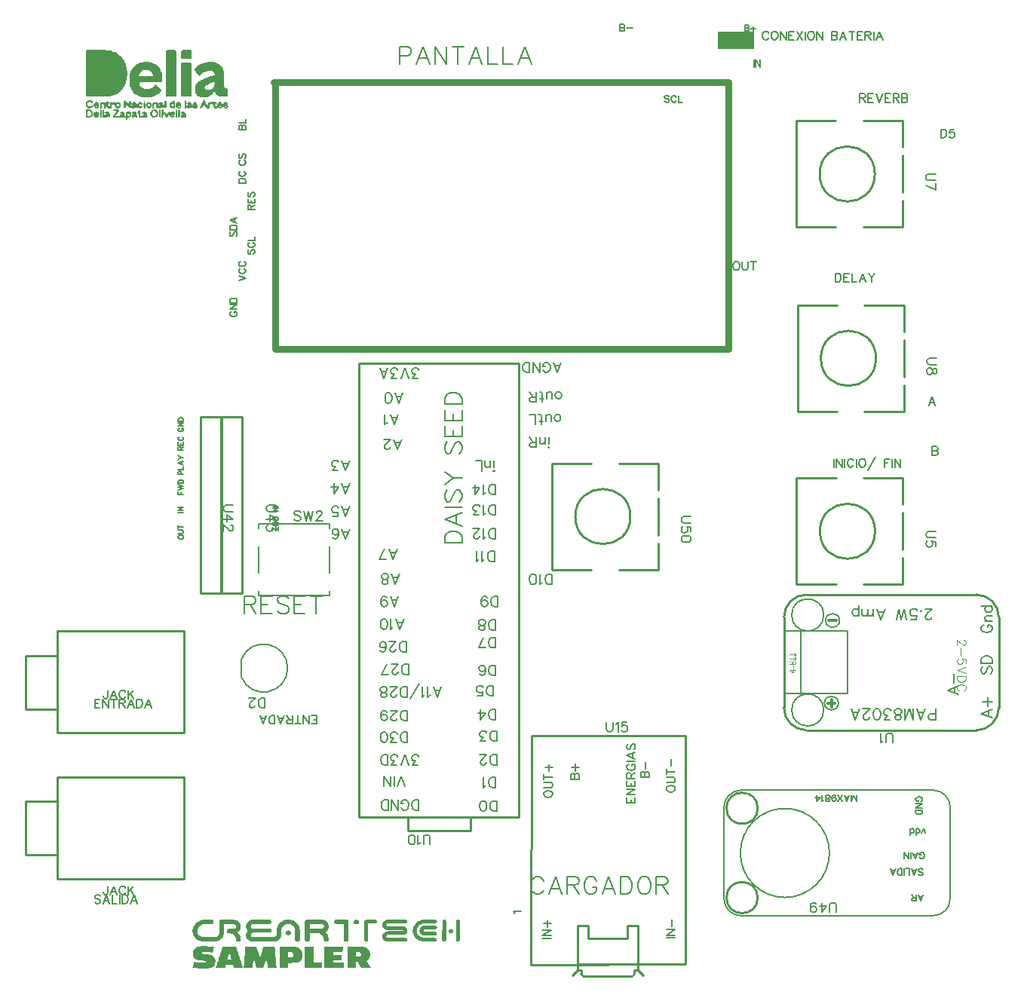
<source format=gto>
G04 Layer: TopSilkscreenLayer*
G04 EasyEDA v6.5.54, 2026-02-11 06:23:56*
G04 3bbecb6fe9b747f29c0abc7b8abece35,92e600de7ff74937a4e092c024f19ce6,10*
G04 Gerber Generator version 0.2*
G04 Scale: 100 percent, Rotated: No, Reflected: No *
G04 Dimensions in millimeters *
G04 leading zeros omitted , absolute positions ,4 integer and 5 decimal *
%FSLAX45Y45*%
%MOMM*%

%ADD10C,0.2032*%
%ADD11C,0.1524*%
%ADD12C,0.1219*%
%ADD13C,0.1905*%
%ADD14C,0.8000*%
%ADD15C,0.0139*%
%ADD16C,0.2540*%
%ADD17C,0.1270*%
%ADD18C,0.3048*%
%ADD19C,0.2000*%

%LPD*%
G36*
X-8490204Y9291472D02*
G01*
X-8495842Y9285274D01*
X-8499449Y9277502D01*
X-8499500Y8774430D01*
X-8497874Y8771382D01*
X-8490813Y8766962D01*
X-8263737Y8766962D01*
X-8237169Y8769959D01*
X-8229549Y8770010D01*
X-8216646Y8775344D01*
X-8208416Y8778290D01*
X-8185048Y8782812D01*
X-8177936Y8785910D01*
X-8172196Y8790482D01*
X-8164118Y8794038D01*
X-8157464Y8795816D01*
X-8151368Y8798915D01*
X-8143748Y8805926D01*
X-8129320Y8813241D01*
X-8117789Y8824010D01*
X-8111642Y8828074D01*
X-8105444Y8836406D01*
X-8099755Y8840571D01*
X-8095437Y8844432D01*
X-8092287Y8850426D01*
X-8083550Y8859520D01*
X-8078978Y8868613D01*
X-8075218Y8876944D01*
X-8068106Y8883751D01*
X-8065871Y8887917D01*
X-8062061Y8901125D01*
X-8058607Y8908694D01*
X-8054644Y8914434D01*
X-8051546Y8922664D01*
X-8048396Y8938920D01*
X-8043875Y8958072D01*
X-8040217Y8966352D01*
X-8037830Y8975394D01*
X-8037830Y8989517D01*
X-8035594Y9003131D01*
X-8035594Y9050020D01*
X-8037931Y9076436D01*
X-8040065Y9091574D01*
X-8046974Y9111996D01*
X-8052104Y9138412D01*
X-8055203Y9147149D01*
X-8059166Y9151874D01*
X-8061959Y9157309D01*
X-8065414Y9167926D01*
X-8068919Y9174937D01*
X-8075117Y9182049D01*
X-8077911Y9187535D01*
X-8079841Y9193631D01*
X-8089188Y9202674D01*
X-8094675Y9211005D01*
X-8113522Y9229902D01*
X-8123529Y9239046D01*
X-8132368Y9243771D01*
X-8140547Y9252051D01*
X-8152130Y9256979D01*
X-8166557Y9266580D01*
X-8189315Y9273489D01*
X-8199932Y9279178D01*
X-8209838Y9282277D01*
X-8213598Y9283192D01*
X-8250834Y9286951D01*
X-8265261Y9289288D01*
X-8274812Y9291472D01*
G37*
G36*
X-7494422Y9291472D02*
G01*
X-7581138Y9291370D01*
X-7594701Y9286900D01*
X-7596682Y9285274D01*
X-7600543Y9277197D01*
X-7600492Y8774125D01*
X-7597851Y8771077D01*
X-7595311Y8769146D01*
X-7581900Y8766962D01*
X-7493762Y8766962D01*
X-7486751Y8771382D01*
X-7485125Y8774430D01*
X-7485125Y9277502D01*
X-7488783Y9285274D01*
G37*
G36*
X-7321296Y9291472D02*
G01*
X-7408062Y9291370D01*
X-7421625Y9286900D01*
X-7423556Y9285274D01*
X-7427417Y9277197D01*
X-7427417Y9204452D01*
X-7423556Y9196425D01*
X-7421625Y9194800D01*
X-7407554Y9190177D01*
X-7321296Y9190177D01*
X-7315657Y9196425D01*
X-7311999Y9204198D01*
X-7311999Y9277502D01*
X-7315657Y9285274D01*
G37*
G36*
X-7845399Y9156801D02*
G01*
X-7874253Y9154160D01*
X-7885785Y9150959D01*
X-7904429Y9141815D01*
X-7915148Y9138666D01*
X-7919008Y9136227D01*
X-7926070Y9129826D01*
X-7941665Y9122054D01*
X-7950809Y9112300D01*
X-7959293Y9107170D01*
X-7964982Y9097416D01*
X-7973872Y9088272D01*
X-7981543Y9073438D01*
X-7988604Y9066631D01*
X-7990992Y9062161D01*
X-7995208Y9045143D01*
X-7999831Y9037167D01*
X-8003590Y9029598D01*
X-8006029Y9020505D01*
X-8007218Y9003944D01*
X-7903514Y9003944D01*
X-7901279Y9010243D01*
X-7893710Y9024315D01*
X-7890611Y9034475D01*
X-7888071Y9039402D01*
X-7875879Y9052712D01*
X-7864805Y9057944D01*
X-7859826Y9062212D01*
X-7855000Y9065514D01*
X-7843113Y9068511D01*
X-7798308Y9068003D01*
X-7787436Y9064193D01*
X-7775346Y9055709D01*
X-7767929Y9052560D01*
X-7764373Y9049258D01*
X-7759242Y9038691D01*
X-7751165Y9028023D01*
X-7747965Y9018270D01*
X-7746136Y9003639D01*
X-7748930Y8999931D01*
X-7753858Y8996730D01*
X-7885023Y8996730D01*
X-7898536Y8999067D01*
X-7903514Y9003944D01*
X-8007218Y9003944D01*
X-8007502Y9000134D01*
X-8008975Y8991041D01*
X-8008975Y8930436D01*
X-8005978Y8900820D01*
X-8003590Y8889034D01*
X-7993176Y8867089D01*
X-7990636Y8858097D01*
X-7987690Y8852306D01*
X-7982407Y8846464D01*
X-7974025Y8828989D01*
X-7966862Y8823655D01*
X-7959953Y8814206D01*
X-7951673Y8807958D01*
X-7944764Y8799068D01*
X-7932115Y8792667D01*
X-7926324Y8787434D01*
X-7920532Y8783624D01*
X-7903870Y8777478D01*
X-7894472Y8771382D01*
X-7886446Y8768384D01*
X-7866634Y8765590D01*
X-7854238Y8764574D01*
X-7841589Y8759901D01*
X-7803642Y8759291D01*
X-7784642Y8761069D01*
X-7773263Y8763812D01*
X-7739075Y8768638D01*
X-7732268Y8771229D01*
X-7722870Y8777325D01*
X-7706664Y8783015D01*
X-7696555Y8792413D01*
X-7681061Y8800338D01*
X-7675930Y8807399D01*
X-7667904Y8814206D01*
X-7657084Y8826093D01*
X-7650632Y8830513D01*
X-7650632Y8846921D01*
X-7657846Y8852103D01*
X-7664653Y8860129D01*
X-7669123Y8864092D01*
X-7682128Y8877300D01*
X-7692745Y8887612D01*
X-7696758Y8892032D01*
X-7704785Y8898839D01*
X-7710017Y8906002D01*
X-7711846Y8906002D01*
X-7724648Y8897823D01*
X-7729575Y8893810D01*
X-7734401Y8884767D01*
X-7741818Y8878417D01*
X-7750505Y8869984D01*
X-7761224Y8865920D01*
X-7770977Y8859113D01*
X-7782356Y8855557D01*
X-7796682Y8853119D01*
X-7827314Y8853119D01*
X-7840827Y8855456D01*
X-7849920Y8859875D01*
X-7868412Y8871102D01*
X-7887411Y8890000D01*
X-7892288Y8899601D01*
X-7895844Y8910066D01*
X-7900365Y8917990D01*
X-7895488Y8922867D01*
X-7887157Y8926830D01*
X-7652461Y8927541D01*
X-7648397Y8930233D01*
X-7646162Y8933637D01*
X-7642961Y8950248D01*
X-7640066Y8963101D01*
X-7638288Y8980474D01*
X-7638999Y8990279D01*
X-7642352Y9000896D01*
X-7643774Y9018270D01*
X-7646162Y9033357D01*
X-7648498Y9044736D01*
X-7650683Y9049918D01*
X-7656728Y9057741D01*
X-7659674Y9066631D01*
X-7662925Y9077858D01*
X-7671663Y9087053D01*
X-7676743Y9096603D01*
X-7704480Y9124238D01*
X-7715503Y9130030D01*
X-7722362Y9136329D01*
X-7726019Y9138208D01*
X-7741920Y9143390D01*
X-7748930Y9147200D01*
X-7755026Y9150858D01*
X-7765643Y9153296D01*
X-7791450Y9156446D01*
G37*
G36*
X-7124090Y9156801D02*
G01*
X-7154164Y9154058D01*
X-7165848Y9151721D01*
X-7179513Y9144863D01*
X-7185609Y9142780D01*
X-7202068Y9138716D01*
X-7209129Y9135668D01*
X-7216698Y9129877D01*
X-7225030Y9126575D01*
X-7235698Y9121343D01*
X-7243267Y9114028D01*
X-7252766Y9109354D01*
X-7257694Y9103817D01*
X-7261555Y9099905D01*
X-7268718Y9095028D01*
X-7272883Y9088678D01*
X-7282180Y9078722D01*
X-7283754Y9075724D01*
X-7281418Y9071152D01*
X-7274915Y9064193D01*
X-7270343Y9055150D01*
X-7264704Y9047734D01*
X-7259116Y9041638D01*
X-7253427Y9029598D01*
X-7245350Y9021267D01*
X-7239914Y9010700D01*
X-7235698Y9005773D01*
X-7222286Y9001252D01*
X-7219442Y9001252D01*
X-7214920Y9007805D01*
X-7206335Y9015628D01*
X-7205116Y9015628D01*
X-7198918Y9023654D01*
X-7191654Y9028734D01*
X-7181596Y9038082D01*
X-7174179Y9040774D01*
X-7166356Y9044178D01*
X-7158228Y9050223D01*
X-7152182Y9052763D01*
X-7119518Y9059519D01*
X-7105853Y9061094D01*
X-7083856Y9055760D01*
X-7076236Y9054744D01*
X-7068261Y9051036D01*
X-7059015Y9040164D01*
X-7055916Y9034170D01*
X-7053884Y9020505D01*
X-7053834Y9016949D01*
X-7060387Y9010446D01*
X-7064857Y9009430D01*
X-7075017Y9006382D01*
X-7082739Y9000591D01*
X-7090664Y8997696D01*
X-7105853Y8995003D01*
X-7114235Y8990634D01*
X-7120280Y8986113D01*
X-7144461Y8980119D01*
X-7160869Y8971838D01*
X-7186320Y8964269D01*
X-7193788Y8959291D01*
X-7199274Y8955938D01*
X-7209129Y8952687D01*
X-7214616Y8949944D01*
X-7222744Y8943035D01*
X-7237577Y8935415D01*
X-7243775Y8927287D01*
X-7250988Y8922664D01*
X-7254138Y8919260D01*
X-7259015Y8908948D01*
X-7264958Y8902090D01*
X-7267803Y8896553D01*
X-7270191Y8888272D01*
X-7272072Y8874963D01*
X-7165695Y8874963D01*
X-7159447Y8883040D01*
X-7156348Y8890050D01*
X-7149592Y8895943D01*
X-7143089Y8897874D01*
X-7137044Y8900922D01*
X-7129424Y8906611D01*
X-7123734Y8908948D01*
X-7109358Y8912758D01*
X-7092848Y8921851D01*
X-7074357Y8927134D01*
X-7067905Y8930436D01*
X-7062622Y8934754D01*
X-7060895Y8934754D01*
X-7056831Y8930995D01*
X-7053834Y8923985D01*
X-7052259Y8917736D01*
X-7055205Y8888171D01*
X-7059015Y8880703D01*
X-7063130Y8876944D01*
X-7069124Y8868206D01*
X-7078421Y8858300D01*
X-7085685Y8854643D01*
X-7102703Y8850020D01*
X-7104125Y8849156D01*
X-7118756Y8846312D01*
X-7134199Y8846312D01*
X-7149134Y8850274D01*
X-7153706Y8852611D01*
X-7162393Y8859215D01*
X-7163866Y8864854D01*
X-7165695Y8874963D01*
X-7272072Y8874963D01*
X-7272883Y8869375D01*
X-7272883Y8836863D01*
X-7270191Y8817965D01*
X-7267803Y8809685D01*
X-7264908Y8804046D01*
X-7256373Y8794546D01*
X-7251141Y8786723D01*
X-7243267Y8781491D01*
X-7232650Y8772093D01*
X-7226858Y8769146D01*
X-7206843Y8764066D01*
X-7192416Y8759850D01*
X-7149388Y8759342D01*
X-7139686Y8763203D01*
X-7117486Y8768537D01*
X-7113473Y8771026D01*
X-7106615Y8777224D01*
X-7095236Y8783472D01*
X-7089597Y8787739D01*
X-7077760Y8802928D01*
X-7071918Y8808923D01*
X-7069124Y8814409D01*
X-7066076Y8822334D01*
X-7062063Y8828125D01*
X-7053427Y8823807D01*
X-7047382Y8817203D01*
X-7044131Y8811920D01*
X-7040829Y8802116D01*
X-7037679Y8797036D01*
X-7029703Y8791956D01*
X-7023862Y8784539D01*
X-7019290Y8781542D01*
X-7013244Y8779611D01*
X-7006132Y8776055D01*
X-7005116Y8774379D01*
X-6998360Y8771534D01*
X-6988911Y8769096D01*
X-6971487Y8767013D01*
X-6917232Y8766962D01*
X-6909968Y8769350D01*
X-6902754Y8773922D01*
X-6902754Y8845600D01*
X-6905345Y8849715D01*
X-6909612Y8855252D01*
X-6917690Y8860586D01*
X-6932015Y8863279D01*
X-6937502Y8867597D01*
X-6942074Y8873896D01*
X-6946036Y8888780D01*
X-6946036Y9030817D01*
X-6950557Y9053017D01*
X-6954977Y9077299D01*
X-6958228Y9083700D01*
X-6963308Y9089288D01*
X-6966508Y9095587D01*
X-6970369Y9105798D01*
X-6972249Y9108033D01*
X-6980174Y9113875D01*
X-6986422Y9122308D01*
X-6992569Y9126321D01*
X-7004253Y9137345D01*
X-7022846Y9143492D01*
X-7033717Y9150858D01*
X-7044385Y9153296D01*
X-7070191Y9156446D01*
G37*
G36*
X-7321499Y9152432D02*
G01*
X-7409586Y9152280D01*
X-7422388Y9149384D01*
X-7424369Y9147454D01*
X-7427366Y9133890D01*
X-7427366Y8774125D01*
X-7424775Y8771077D01*
X-7422184Y8769146D01*
X-7408824Y8766962D01*
X-7320635Y8766962D01*
X-7313625Y8771382D01*
X-7311999Y8774430D01*
X-7311999Y9134348D01*
X-7314387Y9145981D01*
X-7316622Y9149486D01*
G37*
G36*
X-7379309Y8731554D02*
G01*
X-7385050Y8725204D01*
X-7388656Y8717432D01*
X-7388656Y8687917D01*
X-7338517Y8687917D01*
X-7335977Y8690711D01*
X-7334046Y8688120D01*
X-7335672Y8686139D01*
X-7338517Y8687917D01*
X-7388656Y8687917D01*
X-7388707Y8644737D01*
X-7385761Y8641029D01*
X-7378953Y8637422D01*
X-7371588Y8641943D01*
X-7369048Y8647176D01*
X-7366558Y8658860D01*
X-7370419Y8668410D01*
X-7371384Y8674557D01*
X-7367270Y8683752D01*
X-7364679Y8686088D01*
X-7357922Y8681720D01*
X-7350506Y8674100D01*
X-7362828Y8659622D01*
X-7340346Y8659622D01*
X-7336790Y8663432D01*
X-7335824Y8663432D01*
X-7331811Y8659215D01*
X-7335774Y8652611D01*
X-7338517Y8656218D01*
X-7340346Y8659622D01*
X-7362828Y8659622D01*
X-7363002Y8659418D01*
X-7362037Y8656218D01*
X-7359599Y8644890D01*
X-7356449Y8641384D01*
X-7351318Y8638235D01*
X-7324953Y8640978D01*
X-7306360Y8640064D01*
X-7292136Y8643112D01*
X-7288682Y8640826D01*
X-7279081Y8637727D01*
X-7263485Y8637727D01*
X-7256170Y8640114D01*
X-7249210Y8644534D01*
X-7245350Y8651697D01*
X-7243013Y8659520D01*
X-7246061Y8665311D01*
X-7254290Y8673033D01*
X-7253325Y8678164D01*
X-7250430Y8683447D01*
X-7247483Y8688120D01*
X-7255662Y8695639D01*
X-7257491Y8702344D01*
X-7259980Y8705138D01*
X-7264095Y8707272D01*
X-7278471Y8707272D01*
X-7285024Y8704427D01*
X-7290612Y8700058D01*
X-7295032Y8697671D01*
X-7301230Y8688374D01*
X-7299096Y8679230D01*
X-7296810Y8674862D01*
X-7295337Y8673947D01*
X-7300823Y8666835D01*
X-7304483Y8659114D01*
X-7281621Y8659114D01*
X-7279131Y8661908D01*
X-7277100Y8661908D01*
X-7270699Y8659368D01*
X-7276693Y8656726D01*
X-7278878Y8656624D01*
X-7281621Y8659114D01*
X-7304483Y8659114D01*
X-7305243Y8657488D01*
X-7307325Y8655761D01*
X-7309510Y8660028D01*
X-7311999Y8672118D01*
X-7313218Y8690254D01*
X-7318095Y8700058D01*
X-7321499Y8704224D01*
X-7335621Y8707272D01*
X-7350353Y8706307D01*
X-7355382Y8703106D01*
X-7358989Y8696096D01*
X-7364526Y8690254D01*
X-7366812Y8693251D01*
X-7369860Y8700058D01*
X-7372705Y8720124D01*
X-7376515Y8728049D01*
G37*
G36*
X-7840980Y8731504D02*
G01*
X-7844180Y8722766D01*
X-7845755Y8716721D01*
X-7845755Y8701481D01*
X-7852359Y8687968D01*
X-7850428Y8683447D01*
X-7847888Y8672880D01*
X-7851902Y8660028D01*
X-7851952Y8658504D01*
X-7848295Y8644128D01*
X-7841996Y8637727D01*
X-7839862Y8637727D01*
X-7832496Y8642654D01*
X-7830718Y8648700D01*
X-7828178Y8674354D01*
X-7831328Y8691778D01*
X-7834375Y8702751D01*
X-7834375Y8717026D01*
X-7837931Y8726525D01*
G37*
G36*
X-7509205Y8731504D02*
G01*
X-7513828Y8724239D01*
X-7517130Y8714028D01*
X-7521956Y8706866D01*
X-7539380Y8706866D01*
X-7543698Y8704986D01*
X-7553604Y8697925D01*
X-7557871Y8692083D01*
X-7559497Y8684514D01*
X-7559497Y8673439D01*
X-7542733Y8673439D01*
X-7539736Y8679281D01*
X-7529525Y8686698D01*
X-7523530Y8693912D01*
X-7518603Y8683650D01*
X-7516063Y8672880D01*
X-7519263Y8659672D01*
X-7523276Y8653627D01*
X-7528001Y8656929D01*
X-7539736Y8667445D01*
X-7542733Y8673439D01*
X-7559497Y8673439D01*
X-7559497Y8658402D01*
X-7555738Y8650833D01*
X-7544003Y8640521D01*
X-7538618Y8638286D01*
X-7522565Y8639302D01*
X-7508748Y8637524D01*
X-7501788Y8641588D01*
X-7499248Y8645448D01*
X-7499451Y8717381D01*
X-7504023Y8726525D01*
G37*
G36*
X-8461603Y8731199D02*
G01*
X-8462365Y8729929D01*
X-8467953Y8727084D01*
X-8476030Y8725408D01*
X-8480856Y8722918D01*
X-8494217Y8709558D01*
X-8497062Y8703106D01*
X-8498890Y8687155D01*
X-8497062Y8668308D01*
X-8495080Y8657844D01*
X-8489797Y8653221D01*
X-8482736Y8649106D01*
X-8478621Y8642146D01*
X-8475573Y8638438D01*
X-8461552Y8636406D01*
X-8441385Y8639810D01*
X-8432292Y8643010D01*
X-8427008Y8649411D01*
X-8417661Y8659114D01*
X-8412937Y8655761D01*
X-8400034Y8649766D01*
X-8397341Y8645906D01*
X-8392972Y8640673D01*
X-8389010Y8638641D01*
X-8373770Y8637574D01*
X-8360156Y8640775D01*
X-8355990Y8644788D01*
X-8355990Y8658301D01*
X-8350453Y8672880D01*
X-8351418Y8688374D01*
X-8354669Y8694775D01*
X-8359190Y8700363D01*
X-8372094Y8706866D01*
X-8388451Y8707374D01*
X-8393074Y8704986D01*
X-8398865Y8697925D01*
X-8406536Y8694572D01*
X-8408466Y8692286D01*
X-8409616Y8688070D01*
X-8380425Y8688070D01*
X-8374735Y8693048D01*
X-8371941Y8689492D01*
X-8371941Y8687816D01*
X-8374837Y8685225D01*
X-8380425Y8688070D01*
X-8409616Y8688070D01*
X-8416696Y8661857D01*
X-8418017Y8659520D01*
X-8420100Y8664549D01*
X-8425332Y8670340D01*
X-8432393Y8673896D01*
X-8446871Y8659418D01*
X-8386368Y8659418D01*
X-8377631Y8663228D01*
X-8375345Y8664041D01*
X-8372297Y8663279D01*
X-8366455Y8659520D01*
X-8369858Y8655913D01*
X-8374786Y8654288D01*
X-8383219Y8657234D01*
X-8386368Y8659418D01*
X-8446871Y8659418D01*
X-8447328Y8658961D01*
X-8461095Y8655913D01*
X-8479485Y8672931D01*
X-8480450Y8688476D01*
X-8476589Y8700566D01*
X-8471408Y8706256D01*
X-8461451Y8711133D01*
X-8446312Y8710066D01*
X-8439861Y8705799D01*
X-8434628Y8698077D01*
X-8431834Y8696604D01*
X-8417915Y8700566D01*
X-8415121Y8702090D01*
X-8421928Y8709355D01*
X-8423605Y8715959D01*
X-8425688Y8719718D01*
X-8431834Y8724493D01*
X-8438337Y8725560D01*
X-8445957Y8728608D01*
G37*
G36*
X-7177531Y8731097D02*
G01*
X-7182764Y8724239D01*
X-7185863Y8718956D01*
X-7189114Y8710269D01*
X-7192619Y8706104D01*
X-7196632Y8698179D01*
X-7199301Y8688222D01*
X-7180173Y8688222D01*
X-7177531Y8692184D01*
X-7173112Y8689035D01*
X-7172350Y8687866D01*
X-7177328Y8683040D01*
X-7180173Y8688222D01*
X-7199301Y8688222D01*
X-7201865Y8678519D01*
X-7204303Y8673896D01*
X-7209383Y8667242D01*
X-7212330Y8659266D01*
X-7214971Y8644432D01*
X-7211415Y8640673D01*
X-7206335Y8637524D01*
X-7202881Y8639098D01*
X-7197598Y8643721D01*
X-7195058Y8650274D01*
X-7177379Y8666530D01*
X-7162444Y8664803D01*
X-7158126Y8660384D01*
X-7150862Y8643670D01*
X-7147509Y8641486D01*
X-7133945Y8638641D01*
X-7119162Y8637574D01*
X-7112406Y8641537D01*
X-7110018Y8644839D01*
X-7110018Y8673541D01*
X-7106920Y8679942D01*
X-7104481Y8681923D01*
X-7075271Y8682431D01*
X-7069734Y8677554D01*
X-7067956Y8674354D01*
X-7067718Y8672017D01*
X-7047026Y8672017D01*
X-7047026Y8675471D01*
X-7043064Y8687206D01*
X-7039813Y8690864D01*
X-7032955Y8695232D01*
X-7026909Y8694775D01*
X-7026428Y8687917D01*
X-6994601Y8687917D01*
X-6989724Y8692946D01*
X-6987082Y8689492D01*
X-6987031Y8687816D01*
X-6989978Y8685174D01*
X-6994601Y8687917D01*
X-7026428Y8687917D01*
X-7025690Y8677402D01*
X-7026503Y8668562D01*
X-7029348Y8662263D01*
X-7032548Y8659469D01*
X-7000036Y8659469D01*
X-6994906Y8662619D01*
X-6989825Y8664752D01*
X-6985762Y8663330D01*
X-6980580Y8659063D01*
X-6983425Y8655913D01*
X-6989876Y8653475D01*
X-6997547Y8656777D01*
X-7000036Y8659469D01*
X-7032548Y8659469D01*
X-7036104Y8660333D01*
X-7042556Y8665006D01*
X-7047026Y8672017D01*
X-7067718Y8672017D01*
X-7066229Y8657386D01*
X-7061809Y8651189D01*
X-7056374Y8642654D01*
X-7048144Y8637625D01*
X-7032955Y8638641D01*
X-7026757Y8642146D01*
X-7024776Y8644534D01*
X-7022338Y8649411D01*
X-7018324Y8651595D01*
X-7014362Y8649004D01*
X-7010603Y8643112D01*
X-7004100Y8639352D01*
X-6988911Y8637574D01*
X-6975348Y8640775D01*
X-6970572Y8644432D01*
X-6968744Y8653627D01*
X-6963257Y8663787D01*
X-6960616Y8670544D01*
X-6957079Y8659520D01*
X-6937756Y8659520D01*
X-6932117Y8663330D01*
X-6927697Y8660790D01*
X-6926325Y8659114D01*
X-6931863Y8655151D01*
X-6936282Y8657742D01*
X-6937756Y8659520D01*
X-6957079Y8659520D01*
X-6951929Y8644890D01*
X-6948678Y8641384D01*
X-6945884Y8639860D01*
X-6932777Y8637727D01*
X-6920585Y8637778D01*
X-6914642Y8639149D01*
X-6908444Y8643467D01*
X-6904481Y8651748D01*
X-6900468Y8657590D01*
X-6900468Y8660333D01*
X-6908901Y8668918D01*
X-6911136Y8673185D01*
X-6908647Y8688070D01*
X-6914286Y8702344D01*
X-6917131Y8705240D01*
X-6931253Y8707221D01*
X-6945680Y8705545D01*
X-6948068Y8704326D01*
X-6957974Y8688476D01*
X-6958128Y8687663D01*
X-6934911Y8687663D01*
X-6932218Y8693251D01*
X-6927596Y8688070D01*
X-6930999Y8685326D01*
X-6932930Y8685326D01*
X-6934911Y8687663D01*
X-6958128Y8687663D01*
X-6959803Y8678824D01*
X-6960920Y8676995D01*
X-6963613Y8688374D01*
X-6970268Y8697061D01*
X-6975297Y8702751D01*
X-6986676Y8706866D01*
X-7004100Y8706510D01*
X-7008672Y8703208D01*
X-7014311Y8696858D01*
X-7018680Y8695080D01*
X-7026148Y8695537D01*
X-7026605Y8702548D01*
X-7030059Y8705748D01*
X-7042607Y8710980D01*
X-7047534Y8714689D01*
X-7062063Y8713470D01*
X-7070953Y8707526D01*
X-7076389Y8704224D01*
X-7090613Y8707323D01*
X-7105142Y8704224D01*
X-7119213Y8707272D01*
X-7122312Y8705138D01*
X-7124496Y8702040D01*
X-7126020Y8694013D01*
X-7128205Y8670594D01*
X-7132015Y8659418D01*
X-7133742Y8657386D01*
X-7135266Y8658301D01*
X-7138009Y8664549D01*
X-7142835Y8684158D01*
X-7147102Y8693607D01*
X-7151065Y8698738D01*
X-7154875Y8709914D01*
X-7157212Y8718753D01*
X-7160717Y8724290D01*
X-7163206Y8726322D01*
G37*
G36*
X-8058708Y8729167D02*
G01*
X-8064042Y8726017D01*
X-8068411Y8722004D01*
X-8072018Y8716365D01*
X-8072018Y8687917D01*
X-7958836Y8687917D01*
X-7956296Y8690711D01*
X-7954365Y8688120D01*
X-7955991Y8686139D01*
X-7958836Y8687917D01*
X-8072018Y8687917D01*
X-8072018Y8644686D01*
X-8063280Y8641588D01*
X-8057337Y8640013D01*
X-8054949Y8641791D01*
X-8052308Y8644890D01*
X-8052206Y8664549D01*
X-8051038Y8674760D01*
X-8047939Y8678926D01*
X-8042960Y8682278D01*
X-8038846Y8679383D01*
X-8032750Y8666835D01*
X-8025790Y8660130D01*
X-8017459Y8644128D01*
X-8013953Y8640927D01*
X-7999831Y8640013D01*
X-7994091Y8642908D01*
X-7992414Y8644890D01*
X-7989874Y8654745D01*
X-7987842Y8659622D01*
X-7989265Y8660485D01*
X-7992109Y8666073D01*
X-7994446Y8673846D01*
X-7990230Y8682685D01*
X-7985404Y8686190D01*
X-7979003Y8682431D01*
X-7970824Y8674100D01*
X-7983146Y8659622D01*
X-7960664Y8659622D01*
X-7957108Y8663432D01*
X-7956143Y8663432D01*
X-7952130Y8659215D01*
X-7956042Y8652611D01*
X-7958836Y8656218D01*
X-7960664Y8659622D01*
X-7983146Y8659622D01*
X-7983321Y8659418D01*
X-7982356Y8656218D01*
X-7979867Y8644890D01*
X-7976768Y8641384D01*
X-7971586Y8638235D01*
X-7945272Y8640978D01*
X-7927086Y8640064D01*
X-7922209Y8643366D01*
X-7920939Y8645652D01*
X-7918754Y8651240D01*
X-7912709Y8653018D01*
X-7909153Y8650579D01*
X-7903819Y8642705D01*
X-7898942Y8639403D01*
X-7883652Y8637524D01*
X-7869529Y8640775D01*
X-7864957Y8645652D01*
X-7858404Y8659672D01*
X-7862062Y8663635D01*
X-7869428Y8669477D01*
X-7874050Y8666175D01*
X-7878775Y8659266D01*
X-7883652Y8654288D01*
X-7889392Y8656675D01*
X-7892694Y8659774D01*
X-7898384Y8673287D01*
X-7896809Y8676640D01*
X-7885277Y8692032D01*
X-7883702Y8692997D01*
X-7881061Y8688171D01*
X-7877352Y8683599D01*
X-7869936Y8677808D01*
X-7867192Y8679281D01*
X-7858658Y8687003D01*
X-7858658Y8688476D01*
X-7866989Y8699296D01*
X-7870037Y8702852D01*
X-7881061Y8706866D01*
X-7898536Y8706510D01*
X-7903819Y8700363D01*
X-7910830Y8693251D01*
X-7918246Y8688730D01*
X-7921650Y8676843D01*
X-7923275Y8663787D01*
X-7924749Y8658301D01*
X-7927187Y8656320D01*
X-7929016Y8658809D01*
X-7932318Y8672220D01*
X-7933537Y8690254D01*
X-7938414Y8700058D01*
X-7941818Y8704224D01*
X-7955889Y8707272D01*
X-7970672Y8706307D01*
X-7975701Y8703106D01*
X-7978851Y8697061D01*
X-7982661Y8692083D01*
X-7985607Y8690508D01*
X-7989316Y8693962D01*
X-7993024Y8701582D01*
X-7994700Y8716721D01*
X-7996936Y8722766D01*
X-7999628Y8726322D01*
X-8006334Y8722969D01*
X-8014309Y8716873D01*
X-8014309Y8696096D01*
X-8016697Y8695182D01*
X-8028533Y8695182D01*
X-8032191Y8698026D01*
X-8038541Y8710676D01*
X-8056219Y8729167D01*
G37*
G36*
X-7610246Y8726170D02*
G01*
X-7613192Y8721242D01*
X-7614818Y8716721D01*
X-7615631Y8693251D01*
X-7617866Y8669832D01*
X-7620965Y8659926D01*
X-7624673Y8656472D01*
X-7626146Y8659266D01*
X-7629347Y8672118D01*
X-7630617Y8690254D01*
X-7635443Y8700058D01*
X-7638846Y8704224D01*
X-7652969Y8707272D01*
X-7667701Y8706307D01*
X-7672730Y8703106D01*
X-7676388Y8696096D01*
X-7681722Y8690457D01*
X-7685938Y8693708D01*
X-7694269Y8699449D01*
X-7705699Y8705596D01*
X-7711186Y8707323D01*
X-7725359Y8704224D01*
X-7739532Y8707272D01*
X-7743647Y8705138D01*
X-7746492Y8701989D01*
X-7749336Y8691829D01*
X-7752537Y8673693D01*
X-7750149Y8659266D01*
X-7749235Y8644128D01*
X-7743799Y8638590D01*
X-7739481Y8636762D01*
X-7735671Y8639251D01*
X-7733030Y8643315D01*
X-7732064Y8675116D01*
X-7728712Y8683548D01*
X-7725206Y8687968D01*
X-7655864Y8687917D01*
X-7653324Y8690711D01*
X-7651394Y8688120D01*
X-7653020Y8686139D01*
X-7655864Y8687917D01*
X-7725048Y8687917D01*
X-7711897Y8683650D01*
X-7708442Y8679942D01*
X-7706055Y8672982D01*
X-7706055Y8644737D01*
X-7703108Y8641029D01*
X-7696301Y8637422D01*
X-7688986Y8641943D01*
X-7686446Y8647176D01*
X-7683906Y8658860D01*
X-7687767Y8668410D01*
X-7688783Y8674709D01*
X-7686192Y8681161D01*
X-7682433Y8686139D01*
X-7676591Y8682837D01*
X-7667853Y8674100D01*
X-7680177Y8659622D01*
X-7657744Y8659622D01*
X-7654137Y8663432D01*
X-7653172Y8663432D01*
X-7649159Y8659215D01*
X-7653121Y8652611D01*
X-7655864Y8656218D01*
X-7657744Y8659622D01*
X-7680177Y8659622D01*
X-7680350Y8659418D01*
X-7679385Y8656218D01*
X-7676845Y8644128D01*
X-7668310Y8635542D01*
X-7654798Y8639302D01*
X-7638846Y8638946D01*
X-7609992Y8640114D01*
X-7603947Y8641588D01*
X-7595209Y8644686D01*
X-7595209Y8716873D01*
X-7603185Y8722969D01*
X-7609586Y8726170D01*
G37*
G36*
X-8259419Y8720836D02*
G01*
X-8263737Y8715705D01*
X-8269782Y8707069D01*
X-8274354Y8703716D01*
X-8287867Y8700617D01*
X-8297164Y8705596D01*
X-8302548Y8707272D01*
X-8316874Y8705342D01*
X-8330539Y8707221D01*
X-8333994Y8705443D01*
X-8336788Y8700820D01*
X-8340242Y8687968D01*
X-8340293Y8669832D01*
X-8339124Y8644890D01*
X-8335619Y8638844D01*
X-8331809Y8635288D01*
X-8328964Y8636203D01*
X-8322208Y8643061D01*
X-8321446Y8675878D01*
X-8317026Y8685326D01*
X-8302294Y8685326D01*
X-8297875Y8675878D01*
X-8297164Y8643061D01*
X-8293353Y8639302D01*
X-8287613Y8636914D01*
X-8280958Y8643569D01*
X-8280146Y8681923D01*
X-8278622Y8697772D01*
X-8275878Y8699754D01*
X-8272881Y8699296D01*
X-8268512Y8690508D01*
X-8266430Y8675878D01*
X-8266379Y8657742D01*
X-8263280Y8644940D01*
X-8259318Y8640775D01*
X-8245094Y8637524D01*
X-8237931Y8639454D01*
X-8230260Y8643112D01*
X-8222742Y8639454D01*
X-8215579Y8637524D01*
X-8208772Y8641537D01*
X-8206384Y8644839D01*
X-8206384Y8673541D01*
X-8203285Y8679942D01*
X-8201101Y8681720D01*
X-8182406Y8680246D01*
X-8175396Y8677148D01*
X-8172551Y8672880D01*
X-8151164Y8672880D01*
X-8149234Y8680399D01*
X-8144103Y8690610D01*
X-8143595Y8690610D01*
X-8129117Y8683040D01*
X-8126577Y8679180D01*
X-8124444Y8673185D01*
X-8128304Y8661044D01*
X-8131149Y8658199D01*
X-8139226Y8655812D01*
X-8144713Y8654948D01*
X-8147913Y8659469D01*
X-8151164Y8672880D01*
X-8172551Y8672880D01*
X-8171535Y8671356D01*
X-8167014Y8657488D01*
X-8163102Y8649766D01*
X-8157768Y8641486D01*
X-8152130Y8637778D01*
X-8143748Y8635695D01*
X-8129473Y8637066D01*
X-8124037Y8639860D01*
X-8111490Y8650833D01*
X-8107324Y8659266D01*
X-8107425Y8686444D01*
X-8110575Y8692489D01*
X-8114893Y8696452D01*
X-8119821Y8698331D01*
X-8125307Y8704986D01*
X-8129625Y8707272D01*
X-8143951Y8707272D01*
X-8149844Y8704834D01*
X-8156651Y8699906D01*
X-8165033Y8697976D01*
X-8172856Y8694572D01*
X-8176514Y8698585D01*
X-8180527Y8704072D01*
X-8187232Y8707323D01*
X-8201406Y8704224D01*
X-8215985Y8707323D01*
X-8222742Y8704376D01*
X-8225332Y8702344D01*
X-8222996Y8674354D01*
X-8224824Y8666835D01*
X-8228990Y8658504D01*
X-8230057Y8652306D01*
X-8234934Y8657234D01*
X-8240928Y8658860D01*
X-8244331Y8658860D01*
X-8246465Y8663025D01*
X-8249666Y8673388D01*
X-8246465Y8688374D01*
X-8242808Y8691778D01*
X-8234273Y8702040D01*
X-8237931Y8705850D01*
X-8248548Y8712809D01*
X-8254847Y8718448D01*
G37*
G36*
X-7783474Y8707272D02*
G01*
X-7797546Y8707170D01*
X-7802321Y8705138D01*
X-7808163Y8699906D01*
X-7815783Y8696604D01*
X-7820101Y8692489D01*
X-7822031Y8688730D01*
X-7824669Y8673693D01*
X-7804861Y8673693D01*
X-7801762Y8682482D01*
X-7797850Y8687612D01*
X-7782814Y8687612D01*
X-7778902Y8682482D01*
X-7775803Y8673795D01*
X-7778496Y8665413D01*
X-7783169Y8659266D01*
X-7796784Y8657437D01*
X-7798612Y8658047D01*
X-7802981Y8666835D01*
X-7804861Y8673693D01*
X-7824669Y8673693D01*
X-7822844Y8658504D01*
X-7820507Y8653983D01*
X-7817307Y8650427D01*
X-7811211Y8647379D01*
X-7803946Y8640673D01*
X-7798714Y8638489D01*
X-7783118Y8638489D01*
X-7775295Y8642096D01*
X-7769453Y8647277D01*
X-7762392Y8651290D01*
X-7759141Y8656523D01*
X-7755991Y8672880D01*
X-7758633Y8688730D01*
X-7760563Y8692489D01*
X-7764881Y8696604D01*
X-7772501Y8699906D01*
X-7778343Y8705138D01*
G37*
G36*
X-7458456Y8707272D02*
G01*
X-7465771Y8707221D01*
X-7470343Y8704427D01*
X-7474966Y8698738D01*
X-7486243Y8693251D01*
X-7489444Y8688476D01*
X-7489484Y8687866D01*
X-7456271Y8687866D01*
X-7452106Y8690610D01*
X-7450988Y8690610D01*
X-7449515Y8687816D01*
X-7451090Y8686292D01*
X-7456271Y8687866D01*
X-7489484Y8687866D01*
X-7490510Y8673185D01*
X-7489545Y8660028D01*
X-7489256Y8659063D01*
X-7465618Y8659063D01*
X-7462723Y8660688D01*
X-7452106Y8664092D01*
X-7449058Y8663228D01*
X-7441895Y8659622D01*
X-7442708Y8657437D01*
X-7449159Y8654338D01*
X-7452969Y8654338D01*
X-7461199Y8656777D01*
X-7465618Y8659063D01*
X-7489256Y8659063D01*
X-7487970Y8654948D01*
X-7483449Y8649817D01*
X-7477861Y8646718D01*
X-7474864Y8642197D01*
X-7469936Y8639149D01*
X-7450937Y8635695D01*
X-7437120Y8641384D01*
X-7433462Y8644788D01*
X-7433462Y8659672D01*
X-7429144Y8668308D01*
X-7427315Y8673998D01*
X-7428788Y8688933D01*
X-7431278Y8693759D01*
X-7436713Y8699703D01*
X-7438237Y8699703D01*
X-7445248Y8704834D01*
X-7451140Y8707272D01*
G37*
G36*
X-8490000Y8625789D02*
G01*
X-8493404Y8623300D01*
X-8497214Y8616797D01*
X-8497214Y8558682D01*
X-8480501Y8558682D01*
X-8480501Y8601913D01*
X-8475573Y8606637D01*
X-8466429Y8608060D01*
X-8459165Y8608263D01*
X-8451037Y8604402D01*
X-8441994Y8594801D01*
X-8439505Y8587587D01*
X-8439505Y8572347D01*
X-8441639Y8565388D01*
X-8445601Y8557615D01*
X-8454288Y8553297D01*
X-8461248Y8551418D01*
X-8475573Y8553907D01*
X-8480501Y8558682D01*
X-8497214Y8558682D01*
X-8497214Y8543544D01*
X-8492744Y8536533D01*
X-8489289Y8534704D01*
X-8458860Y8535619D01*
X-8444331Y8537752D01*
X-8439099Y8540445D01*
X-8425332Y8554212D01*
X-8422944Y8561019D01*
X-8419896Y8573871D01*
X-8420608Y8585962D01*
X-8423706Y8602573D01*
X-8427262Y8608771D01*
X-8440521Y8620506D01*
X-8445804Y8622690D01*
X-8459622Y8624925D01*
G37*
G36*
X-8331352Y8625636D02*
G01*
X-8334705Y8623300D01*
X-8338362Y8616950D01*
X-8339175Y8583676D01*
X-8340953Y8573262D01*
X-8339277Y8562086D01*
X-8339277Y8543950D01*
X-8337143Y8539835D01*
X-8331860Y8534755D01*
X-8328812Y8535720D01*
X-8321802Y8543188D01*
X-8321802Y8617559D01*
X-8329930Y8625636D01*
G37*
G36*
X-8303818Y8625636D02*
G01*
X-8311946Y8617559D01*
X-8311896Y8613140D01*
X-8309864Y8601811D01*
X-8311896Y8590483D01*
X-8311946Y8543188D01*
X-8304936Y8535720D01*
X-8302040Y8534806D01*
X-8295436Y8538667D01*
X-8290661Y8544052D01*
X-8290712Y8549690D01*
X-8292846Y8573516D01*
X-8290102Y8581390D01*
X-8288121Y8585606D01*
X-8282736Y8580374D01*
X-8266023Y8572906D01*
X-8276539Y8568639D01*
X-8281670Y8564168D01*
X-8284413Y8558733D01*
X-8285429Y8544204D01*
X-8281720Y8539784D01*
X-8273745Y8535466D01*
X-8250072Y8538006D01*
X-8243214Y8538159D01*
X-8230565Y8534857D01*
X-8226958Y8537194D01*
X-8222945Y8544052D01*
X-8225536Y8551926D01*
X-8229955Y8558885D01*
X-8229955Y8571941D01*
X-8233613Y8582914D01*
X-8235238Y8589162D01*
X-8243976Y8598458D01*
X-8256371Y8600541D01*
X-8258911Y8601964D01*
X-8264601Y8599170D01*
X-8275523Y8597087D01*
X-8283752Y8592921D01*
X-8287918Y8588603D01*
X-8292287Y8595004D01*
X-8295894Y8601964D01*
X-8293862Y8609736D01*
X-8292795Y8617407D01*
X-8301075Y8625636D01*
G37*
G36*
X-8142579Y8625636D02*
G01*
X-8174888Y8625484D01*
X-8185505Y8623249D01*
X-8189010Y8621014D01*
X-8191855Y8616340D01*
X-8189620Y8612886D01*
X-8184743Y8610650D01*
X-8159648Y8607501D01*
X-8157870Y8607501D01*
X-8152485Y8602116D01*
X-8154822Y8597696D01*
X-8158937Y8595512D01*
X-8163712Y8590889D01*
X-8168284Y8581288D01*
X-8176006Y8575751D01*
X-8180781Y8566353D01*
X-8189010Y8558377D01*
X-8192516Y8551164D01*
X-8194446Y8544052D01*
X-8190433Y8537244D01*
X-8187080Y8534958D01*
X-8128558Y8534958D01*
X-8114893Y8538464D01*
X-8100466Y8535670D01*
X-8089087Y8537956D01*
X-8085328Y8538159D01*
X-8070697Y8535466D01*
X-8062468Y8539226D01*
X-8056981Y8544052D01*
X-8053933Y8539073D01*
X-8050834Y8529269D01*
X-8049869Y8514588D01*
X-8043722Y8508492D01*
X-8041944Y8508492D01*
X-8034934Y8512911D01*
X-8033156Y8516162D01*
X-8032292Y8530336D01*
X-8028228Y8534196D01*
X-8015478Y8535111D01*
X-7999171Y8537905D01*
X-7994954Y8540089D01*
X-7990992Y8544356D01*
X-7987741Y8557564D01*
X-7987690Y8576868D01*
X-7986217Y8587333D01*
X-7989620Y8591092D01*
X-7998409Y8596782D01*
X-8004809Y8597747D01*
X-8011922Y8600033D01*
X-8013649Y8602065D01*
X-8019084Y8598916D01*
X-8028279Y8596376D01*
X-8043113Y8602014D01*
X-8047583Y8595004D01*
X-8050022Y8587790D01*
X-8050022Y8573312D01*
X-8033258Y8573312D01*
X-8028838Y8579408D01*
X-8013953Y8582304D01*
X-8009839Y8578545D01*
X-8007502Y8573617D01*
X-8007502Y8558326D01*
X-8013344Y8552078D01*
X-8027517Y8554110D01*
X-8032394Y8558733D01*
X-8033258Y8573312D01*
X-8050022Y8573312D01*
X-8050022Y8558326D01*
X-8052968Y8549894D01*
X-8056981Y8544661D01*
X-8059877Y8547252D01*
X-8063941Y8555736D01*
X-8065058Y8579154D01*
X-8066684Y8587130D01*
X-8068106Y8589721D01*
X-8071662Y8593074D01*
X-8082889Y8597696D01*
X-8085023Y8599474D01*
X-8100568Y8601862D01*
X-8103514Y8599017D01*
X-8108848Y8596325D01*
X-8115655Y8594344D01*
X-8118957Y8592312D01*
X-8121243Y8587536D01*
X-8119211Y8583676D01*
X-8114893Y8579713D01*
X-8100618Y8577376D01*
X-8096250Y8573008D01*
X-8100263Y8568994D01*
X-8115401Y8564067D01*
X-8120430Y8556498D01*
X-8123326Y8553907D01*
X-8128914Y8551570D01*
X-8145170Y8551570D01*
X-8158784Y8553297D01*
X-8163864Y8557768D01*
X-8163864Y8560511D01*
X-8158886Y8565540D01*
X-8154060Y8569807D01*
X-8149081Y8579154D01*
X-8140700Y8587435D01*
X-8128558Y8607501D01*
X-8124240Y8615781D01*
X-8127085Y8620556D01*
X-8130844Y8623300D01*
G37*
G36*
X-7725409Y8625636D02*
G01*
X-7729981Y8625433D01*
X-7741513Y8624214D01*
X-7754264Y8620963D01*
X-7757668Y8618829D01*
X-7763103Y8610142D01*
X-7771942Y8601811D01*
X-7774787Y8589721D01*
X-7774787Y8572449D01*
X-7753908Y8572449D01*
X-7753908Y8588095D01*
X-7750962Y8591245D01*
X-7743596Y8603945D01*
X-7739837Y8606688D01*
X-7726172Y8608009D01*
X-7723124Y8607298D01*
X-7717383Y8604402D01*
X-7708188Y8595258D01*
X-7704531Y8587435D01*
X-7704531Y8572957D01*
X-7709103Y8563914D01*
X-7719415Y8553958D01*
X-7725867Y8552078D01*
X-7739837Y8553856D01*
X-7743596Y8556599D01*
X-7750962Y8569299D01*
X-7753908Y8572449D01*
X-7774787Y8572449D01*
X-7774787Y8570823D01*
X-7771942Y8558733D01*
X-7763967Y8551113D01*
X-7759090Y8542528D01*
X-7754772Y8538921D01*
X-7740599Y8535720D01*
X-7726172Y8534755D01*
X-7709814Y8537956D01*
X-7704378Y8540191D01*
X-7692999Y8551164D01*
X-7689545Y8557971D01*
X-7687056Y8572550D01*
X-7687056Y8587892D01*
X-7689646Y8603183D01*
X-7694371Y8609380D01*
X-7699603Y8612835D01*
X-7703464Y8618423D01*
X-7709458Y8622588D01*
G37*
G36*
X-7667752Y8625636D02*
G01*
X-7671104Y8623300D01*
X-7674762Y8616950D01*
X-7675676Y8598052D01*
X-7677200Y8588959D01*
X-7677200Y8571585D01*
X-7675676Y8562543D01*
X-7674762Y8543645D01*
X-7671053Y8537194D01*
X-7667447Y8534806D01*
X-7664602Y8536330D01*
X-7658201Y8543239D01*
X-7658201Y8617559D01*
X-7666329Y8625636D01*
G37*
G36*
X-7640218Y8625636D02*
G01*
X-7648346Y8617559D01*
X-7648295Y8613140D01*
X-7646263Y8601811D01*
X-7648295Y8590483D01*
X-7648346Y8543036D01*
X-7640218Y8534958D01*
X-7637627Y8534958D01*
X-7629753Y8542375D01*
X-7628940Y8576106D01*
X-7624775Y8587994D01*
X-7628686Y8602573D01*
X-7629601Y8617712D01*
X-7637475Y8625636D01*
G37*
G36*
X-7480198Y8625636D02*
G01*
X-7483551Y8623300D01*
X-7487412Y8616797D01*
X-7487412Y8599576D01*
X-7488936Y8583676D01*
X-7491628Y8573211D01*
X-7488174Y8561222D01*
X-7488174Y8543950D01*
X-7485989Y8539835D01*
X-7480706Y8534755D01*
X-7477658Y8535720D01*
X-7470698Y8543188D01*
X-7470698Y8617559D01*
X-7478826Y8625636D01*
G37*
G36*
X-7452715Y8625636D02*
G01*
X-7460792Y8617559D01*
X-7460792Y8543188D01*
X-7453833Y8535720D01*
X-7450937Y8534806D01*
X-7445756Y8538006D01*
X-7440320Y8544001D01*
X-7441793Y8573058D01*
X-7439507Y8587536D01*
X-7441844Y8601811D01*
X-7441844Y8617559D01*
X-7449972Y8625636D01*
G37*
G36*
X-7898638Y8616645D02*
G01*
X-7900822Y8614054D01*
X-7915605Y8602878D01*
X-7915656Y8601811D01*
X-7917789Y8591753D01*
X-7920278Y8586927D01*
X-7917688Y8584133D01*
X-7912557Y8582406D01*
X-7908442Y8574633D01*
X-7908396Y8573109D01*
X-7891475Y8573109D01*
X-7888325Y8581948D01*
X-7884414Y8587079D01*
X-7870139Y8587079D01*
X-7858861Y8579002D01*
X-7849920Y8575446D01*
X-7846466Y8573262D01*
X-7849057Y8570417D01*
X-7857083Y8568080D01*
X-7864500Y8561425D01*
X-7869377Y8551316D01*
X-7884769Y8552332D01*
X-7888274Y8554618D01*
X-7890814Y8558479D01*
X-7891475Y8573109D01*
X-7908396Y8573109D01*
X-7907477Y8544052D01*
X-7903464Y8538819D01*
X-7898790Y8535517D01*
X-7881823Y8535314D01*
X-7869834Y8540953D01*
X-7856016Y8535466D01*
X-7842351Y8537600D01*
X-7825638Y8537092D01*
X-7812176Y8534857D01*
X-7808620Y8537194D01*
X-7804607Y8544052D01*
X-7807147Y8551926D01*
X-7811617Y8558885D01*
X-7811617Y8572652D01*
X-7814513Y8577630D01*
X-7818526Y8590127D01*
X-7825638Y8597747D01*
X-7835493Y8599220D01*
X-7841081Y8601964D01*
X-7843621Y8600541D01*
X-7855915Y8598408D01*
X-7862214Y8594750D01*
X-7869885Y8587841D01*
X-7880807Y8587841D01*
X-7883702Y8589416D01*
X-7883702Y8601862D01*
G37*
G36*
X-7408265Y8602167D02*
G01*
X-7410043Y8600033D01*
X-7417155Y8597747D01*
X-7424013Y8596731D01*
X-7431227Y8592870D01*
X-7434325Y8587841D01*
X-7433360Y8584793D01*
X-7429500Y8580221D01*
X-7424013Y8577478D01*
X-7416393Y8575649D01*
X-7411313Y8573008D01*
X-7415275Y8570417D01*
X-7424775Y8568029D01*
X-7429703Y8564321D01*
X-7432497Y8558733D01*
X-7433513Y8544356D01*
X-7431024Y8540800D01*
X-7424064Y8536432D01*
X-7407300Y8536584D01*
X-7393635Y8537651D01*
X-7379208Y8534958D01*
X-7376718Y8535720D01*
X-7369708Y8543188D01*
X-7369708Y8544560D01*
X-7374229Y8558733D01*
X-7374280Y8573363D01*
X-7377226Y8579916D01*
X-7386116Y8592616D01*
X-7392924Y8598408D01*
X-7405217Y8600541D01*
G37*
G36*
X-7566964Y8602065D02*
G01*
X-7582001Y8586724D01*
X-7595463Y8570417D01*
X-7598257Y8574633D01*
X-7601254Y8584234D01*
X-7601305Y8586724D01*
X-7605014Y8594648D01*
X-7609230Y8599932D01*
X-7613040Y8599881D01*
X-7619238Y8597087D01*
X-7622489Y8592972D01*
X-7623962Y8587740D01*
X-7616393Y8562949D01*
X-7606639Y8552383D01*
X-7604150Y8543645D01*
X-7600492Y8538210D01*
X-7595920Y8534857D01*
X-7584186Y8536533D01*
X-7579258Y8538057D01*
X-7575296Y8543239D01*
X-7571130Y8564016D01*
X-7568742Y8568690D01*
X-7566507Y8570518D01*
X-7563205Y8565235D01*
X-7560572Y8558530D01*
X-7535214Y8558530D01*
X-7531811Y8561171D01*
X-7524292Y8565946D01*
X-7523225Y8565946D01*
X-7515402Y8558936D01*
X-7518603Y8555532D01*
X-7523632Y8552840D01*
X-7535214Y8558530D01*
X-7560572Y8558530D01*
X-7559548Y8555939D01*
X-7555433Y8550402D01*
X-7543952Y8538972D01*
X-7538720Y8536279D01*
X-7521194Y8536076D01*
X-7509764Y8537397D01*
X-7503566Y8540902D01*
X-7501128Y8544610D01*
X-7504582Y8558936D01*
X-7497521Y8572906D01*
X-7501940Y8589518D01*
X-7508849Y8596884D01*
X-7514336Y8596934D01*
X-7520228Y8598560D01*
X-7523632Y8601913D01*
X-7526883Y8600744D01*
X-7537145Y8599830D01*
X-7551928Y8592820D01*
X-7559903Y8596731D01*
G37*
G36*
X-7956245Y8601964D02*
G01*
X-7960766Y8599271D01*
X-7971434Y8597595D01*
X-7979054Y8592413D01*
X-7984083Y8587232D01*
X-7981086Y8580526D01*
X-7976514Y8577275D01*
X-7967522Y8575192D01*
X-7963153Y8572906D01*
X-7967624Y8570671D01*
X-7975193Y8568842D01*
X-7980019Y8565184D01*
X-7982407Y8558733D01*
X-7979613Y8542985D01*
X-7971688Y8535466D01*
X-7941818Y8538413D01*
X-7927086Y8534755D01*
X-7922818Y8538057D01*
X-7918653Y8543493D01*
X-7918653Y8546236D01*
X-7921752Y8554516D01*
X-7926628Y8558580D01*
X-7927492Y8573871D01*
X-7930743Y8588146D01*
X-7941157Y8598509D01*
X-7952028Y8599881D01*
G37*
G36*
X-8374684Y8601811D02*
G01*
X-8388248Y8599779D01*
X-8396579Y8595563D01*
X-8406790Y8592413D01*
X-8411006Y8590280D01*
X-8413851Y8587181D01*
X-8415832Y8573871D01*
X-8412156Y8558987D01*
X-8388959Y8558987D01*
X-8383016Y8562543D01*
X-8375345Y8565845D01*
X-8374380Y8565946D01*
X-8364981Y8559038D01*
X-8366607Y8557107D01*
X-8374329Y8552891D01*
X-8385200Y8556904D01*
X-8388959Y8558987D01*
X-8412156Y8558987D01*
X-8409686Y8551164D01*
X-8405317Y8542528D01*
X-8398103Y8538921D01*
X-8389975Y8536279D01*
X-8372297Y8536076D01*
X-8360918Y8537397D01*
X-8354669Y8540902D01*
X-8352231Y8544610D01*
X-8354568Y8552688D01*
X-8356853Y8558936D01*
X-8352790Y8566962D01*
X-8350605Y8573058D01*
X-8353196Y8588857D01*
X-8359495Y8595410D01*
X-8362543Y8595410D01*
X-8370265Y8597696D01*
G37*
G36*
X-7198614Y-775004D02*
G01*
X-7210653Y-776071D01*
X-7221931Y-777341D01*
X-7232396Y-779221D01*
X-7241286Y-781202D01*
X-7248499Y-783285D01*
X-7250023Y-784453D01*
X-7252309Y-784453D01*
X-7264603Y-790346D01*
X-7272934Y-795934D01*
X-7280402Y-803808D01*
X-7286650Y-814069D01*
X-7291781Y-826719D01*
X-7294727Y-842771D01*
X-7294727Y-875893D01*
X-7291628Y-887984D01*
X-7289190Y-894384D01*
X-7287818Y-896924D01*
X-7282484Y-905560D01*
X-7277506Y-911098D01*
X-7271562Y-916228D01*
X-7259777Y-923239D01*
X-7247585Y-927709D01*
X-7233208Y-931519D01*
X-7214717Y-934872D01*
X-7195362Y-936701D01*
X-7150049Y-940003D01*
X-7149084Y-942797D01*
X-7149084Y-957630D01*
X-7151116Y-958900D01*
X-7159955Y-959662D01*
X-7204709Y-961186D01*
X-7234021Y-959713D01*
X-7251750Y-957884D01*
X-7261402Y-956462D01*
X-7282434Y-952652D01*
X-7285990Y-952652D01*
X-7287564Y-955954D01*
X-7287564Y-959358D01*
X-7289850Y-967638D01*
X-7295997Y-996950D01*
X-7299959Y-1014628D01*
X-7297267Y-1016203D01*
X-7276693Y-1019505D01*
X-7261402Y-1021486D01*
X-7222744Y-1024991D01*
X-7140651Y-1024991D01*
X-7126935Y-1023315D01*
X-7115657Y-1021384D01*
X-7097979Y-1017524D01*
X-7085888Y-1013612D01*
X-7083450Y-1012190D01*
X-7078725Y-1010361D01*
X-7066381Y-1000760D01*
X-7060234Y-993140D01*
X-7053275Y-982065D01*
X-7053275Y-980744D01*
X-7051040Y-976579D01*
X-7049008Y-971448D01*
X-7046874Y-963168D01*
X-7044486Y-945997D01*
X-7044436Y-934516D01*
X-7046772Y-919886D01*
X-7051852Y-906881D01*
X-7057948Y-897331D01*
X-7065162Y-889914D01*
X-7074662Y-882751D01*
X-7085888Y-877062D01*
X-7098995Y-872388D01*
X-7100722Y-872388D01*
X-7106005Y-870610D01*
X-7123531Y-866648D01*
X-7128052Y-866648D01*
X-7132472Y-865327D01*
X-7145477Y-864057D01*
X-7161580Y-862837D01*
X-7172807Y-861568D01*
X-7190181Y-860704D01*
X-7190994Y-858062D01*
X-7190536Y-842111D01*
X-7168794Y-840486D01*
X-7122922Y-841044D01*
X-7103618Y-842416D01*
X-7075119Y-845769D01*
X-7072579Y-845007D01*
X-7072579Y-840841D01*
X-7071055Y-836371D01*
X-7069378Y-825550D01*
X-7067854Y-819810D01*
X-7065264Y-805180D01*
X-7063587Y-797509D01*
X-7061200Y-784656D01*
X-7065772Y-783234D01*
X-7085075Y-780592D01*
X-7093153Y-779272D01*
X-7105192Y-778103D01*
X-7122922Y-776782D01*
X-7134199Y-775411D01*
G37*
G36*
X-6380632Y-780592D02*
G01*
X-6504482Y-780948D01*
X-6517182Y-822350D01*
X-6518706Y-826262D01*
X-6527749Y-856132D01*
X-6541871Y-901344D01*
X-6543294Y-901700D01*
X-6545122Y-900734D01*
X-6560667Y-850392D01*
X-6567830Y-828649D01*
X-6567830Y-826312D01*
X-6572758Y-811530D01*
X-6581749Y-782878D01*
X-6583172Y-780643D01*
X-6707530Y-780643D01*
X-6709409Y-781608D01*
X-6713524Y-838911D01*
X-6714439Y-846582D01*
X-6720027Y-927506D01*
X-6721652Y-937717D01*
X-6723227Y-964437D01*
X-6727342Y-1017778D01*
X-6726478Y-1019606D01*
X-6626199Y-1019251D01*
X-6625234Y-1007160D01*
X-6620967Y-926236D01*
X-6620103Y-905256D01*
X-6619290Y-904646D01*
X-6616953Y-906526D01*
X-6595059Y-974648D01*
X-6592925Y-981811D01*
X-6590131Y-989939D01*
X-6588912Y-994410D01*
X-6583070Y-1012240D01*
X-6581343Y-1018641D01*
X-6579514Y-1019556D01*
X-6506972Y-1019556D01*
X-6505041Y-1018032D01*
X-6505041Y-1015542D01*
X-6469583Y-904951D01*
X-6467856Y-904087D01*
X-6466484Y-905205D01*
X-6460744Y-1019556D01*
X-6360210Y-1019556D01*
X-6359398Y-1018489D01*
X-6361684Y-985164D01*
X-6367424Y-914755D01*
X-6367373Y-907745D01*
X-6369761Y-881634D01*
X-6373876Y-828751D01*
X-6375400Y-805180D01*
X-6376974Y-791768D01*
X-6377025Y-781304D01*
G37*
G36*
X-6323126Y-780592D02*
G01*
X-6323888Y-782218D01*
X-6323687Y-899464D01*
X-6227267Y-899464D01*
X-6227267Y-842670D01*
X-6226200Y-841806D01*
X-6207556Y-841908D01*
X-6189065Y-843026D01*
X-6181801Y-844194D01*
X-6177737Y-845921D01*
X-6174536Y-848512D01*
X-6171742Y-854862D01*
X-6171742Y-887933D01*
X-6174435Y-893724D01*
X-6177737Y-896670D01*
X-6184442Y-899007D01*
X-6200292Y-900633D01*
X-6225895Y-901141D01*
X-6227267Y-899464D01*
X-6323687Y-899464D01*
X-6323482Y-1019251D01*
X-6227673Y-1019251D01*
X-6226860Y-962558D01*
X-6150406Y-961796D01*
X-6136690Y-959764D01*
X-6130290Y-958342D01*
X-6123025Y-956259D01*
X-6119876Y-954582D01*
X-6117844Y-954582D01*
X-6104077Y-948131D01*
X-6093663Y-940409D01*
X-6085027Y-931316D01*
X-6078474Y-921156D01*
X-6075832Y-915416D01*
X-6073394Y-909015D01*
X-6071108Y-901395D01*
X-6069482Y-892454D01*
X-6067856Y-885545D01*
X-6067856Y-853744D01*
X-6070396Y-841502D01*
X-6073546Y-831291D01*
X-6078372Y-820623D01*
X-6085027Y-810920D01*
X-6091834Y-803910D01*
X-6102908Y-795477D01*
X-6111748Y-791006D01*
X-6123838Y-786536D01*
X-6131102Y-784606D01*
X-6149594Y-781050D01*
G37*
G36*
X-5562346Y-780592D02*
G01*
X-5563108Y-782218D01*
X-5563003Y-843381D01*
X-5466537Y-843381D01*
X-5465724Y-841806D01*
X-5446776Y-841908D01*
X-5428284Y-843026D01*
X-5421020Y-844194D01*
X-5416956Y-845921D01*
X-5413756Y-848512D01*
X-5410962Y-854862D01*
X-5410962Y-876553D01*
X-5413857Y-883107D01*
X-5416042Y-885240D01*
X-5420918Y-887221D01*
X-5435498Y-889609D01*
X-5466080Y-889253D01*
X-5466537Y-843381D01*
X-5563003Y-843381D01*
X-5562701Y-1019251D01*
X-5466892Y-1019251D01*
X-5466080Y-949147D01*
X-5448401Y-948791D01*
X-5444744Y-949502D01*
X-5444744Y-951534D01*
X-5442559Y-954887D01*
X-5434126Y-970178D01*
X-5432704Y-971397D01*
X-5432704Y-972972D01*
X-5423001Y-989685D01*
X-5423001Y-990244D01*
X-5408472Y-1016101D01*
X-5406440Y-1019251D01*
X-5301132Y-1019606D01*
X-5299964Y-1018641D01*
X-5348376Y-944727D01*
X-5350560Y-942187D01*
X-5350560Y-940104D01*
X-5340045Y-934719D01*
X-5330545Y-927760D01*
X-5322570Y-919226D01*
X-5316880Y-910285D01*
X-5314594Y-905865D01*
X-5312613Y-901395D01*
X-5310225Y-893724D01*
X-5307126Y-879703D01*
X-5307126Y-849782D01*
X-5310327Y-835761D01*
X-5312511Y-828751D01*
X-5316982Y-819810D01*
X-5321909Y-812190D01*
X-5330291Y-803249D01*
X-5338876Y-796798D01*
X-5349341Y-791057D01*
X-5360263Y-786993D01*
X-5367782Y-784961D01*
X-5376722Y-783132D01*
X-5389626Y-780999D01*
G37*
G36*
X-6960311Y-780643D02*
G01*
X-6962038Y-781608D01*
X-6963206Y-784148D01*
X-6964527Y-789228D01*
X-6971944Y-811530D01*
X-6974230Y-819403D01*
X-6975195Y-820674D01*
X-6976668Y-826211D01*
X-6980174Y-836371D01*
X-6981444Y-840841D01*
X-6988809Y-863142D01*
X-6991096Y-871016D01*
X-6992112Y-872286D01*
X-6993585Y-877824D01*
X-6997090Y-887984D01*
X-6998360Y-892454D01*
X-7006937Y-918819D01*
X-6908596Y-918819D01*
X-6906056Y-911555D01*
X-6889750Y-856132D01*
X-6887972Y-854506D01*
X-6884670Y-854862D01*
X-6882587Y-860602D01*
X-6874002Y-891184D01*
X-6872224Y-896264D01*
X-6869582Y-906475D01*
X-6867448Y-912825D01*
X-6865772Y-919226D01*
X-6868414Y-920800D01*
X-6907631Y-920800D01*
X-6908596Y-918819D01*
X-7006937Y-918819D01*
X-7008012Y-922629D01*
X-7009028Y-923899D01*
X-7010501Y-929436D01*
X-7014006Y-939596D01*
X-7015276Y-944067D01*
X-7022642Y-966368D01*
X-7024928Y-974242D01*
X-7025944Y-975512D01*
X-7027418Y-981049D01*
X-7030923Y-991209D01*
X-7032193Y-995680D01*
X-7038187Y-1013510D01*
X-7039457Y-1018641D01*
X-7038289Y-1019606D01*
X-6937756Y-1019251D01*
X-6935165Y-1012240D01*
X-6929932Y-993749D01*
X-6927697Y-987806D01*
X-6927697Y-984808D01*
X-6925208Y-981964D01*
X-6847890Y-981964D01*
X-6845553Y-986383D01*
X-6845553Y-988872D01*
X-6843318Y-995070D01*
X-6840575Y-1005230D01*
X-6838492Y-1011631D01*
X-6837425Y-1016711D01*
X-6835089Y-1019556D01*
X-6734556Y-1019556D01*
X-6733844Y-1018641D01*
X-6748373Y-974648D01*
X-6749592Y-970178D01*
X-6753199Y-960018D01*
X-6754418Y-955548D01*
X-6765239Y-923036D01*
X-6766458Y-918565D01*
X-6770116Y-908405D01*
X-6771335Y-903935D01*
X-6782155Y-871423D01*
X-6783374Y-866952D01*
X-6787032Y-856792D01*
X-6788251Y-852322D01*
X-6799072Y-819810D01*
X-6800291Y-815340D01*
X-6803898Y-805180D01*
X-6805168Y-800709D01*
X-6810959Y-783082D01*
X-6812635Y-780643D01*
G37*
G36*
X-6038138Y-780643D02*
G01*
X-6038900Y-782218D01*
X-6038494Y-1019251D01*
X-5846064Y-1019251D01*
X-5846064Y-958748D01*
X-5941872Y-958087D01*
X-5942685Y-780948D01*
G37*
G36*
X-5818378Y-780643D02*
G01*
X-5819140Y-782218D01*
X-5818733Y-1019251D01*
X-5604560Y-1019251D01*
X-5604560Y-958748D01*
X-5722112Y-958087D01*
X-5722112Y-930046D01*
X-5626303Y-929436D01*
X-5626303Y-874623D01*
X-5721654Y-874268D01*
X-5722569Y-871423D01*
X-5722112Y-842111D01*
X-5618276Y-841502D01*
X-5617006Y-836371D01*
X-5615482Y-827024D01*
X-5614670Y-824941D01*
X-5613044Y-814069D01*
X-5611469Y-808329D01*
X-5608878Y-794359D01*
X-5606440Y-783844D01*
X-5606999Y-780948D01*
G37*
G36*
X-6624370Y-474980D02*
G01*
X-6624726Y-475945D01*
X-6634429Y-476808D01*
X-6645148Y-479551D01*
X-6649720Y-481076D01*
X-6658914Y-485241D01*
X-6668211Y-490728D01*
X-6676745Y-497585D01*
X-6679895Y-500684D01*
X-6686092Y-508101D01*
X-6690359Y-514502D01*
X-6692188Y-517804D01*
X-6694931Y-523798D01*
X-6696811Y-528929D01*
X-6698386Y-534466D01*
X-6699961Y-543306D01*
X-6700012Y-554837D01*
X-6698386Y-564540D01*
X-6695846Y-572668D01*
X-6693509Y-578713D01*
X-6692341Y-579780D01*
X-6692341Y-580948D01*
X-6690156Y-584708D01*
X-6689242Y-585216D01*
X-6689242Y-586486D01*
X-6685330Y-591870D01*
X-6679082Y-599186D01*
X-6681165Y-601776D01*
X-6682130Y-602335D01*
X-6688683Y-611327D01*
X-6694017Y-621030D01*
X-6698081Y-632053D01*
X-6698894Y-637235D01*
X-6699961Y-641400D01*
X-6700012Y-655269D01*
X-6698386Y-663600D01*
X-6696862Y-669137D01*
X-6695795Y-671931D01*
X-6694982Y-675081D01*
X-6693865Y-676046D01*
X-6693865Y-677214D01*
X-6690258Y-683971D01*
X-6683756Y-693216D01*
X-6680352Y-696874D01*
X-6672681Y-704189D01*
X-6662826Y-711047D01*
X-6662115Y-711047D01*
X-6657594Y-713841D01*
X-6656222Y-713841D01*
X-6654952Y-715213D01*
X-6653174Y-715213D01*
X-6651904Y-716584D01*
X-6650837Y-716584D01*
X-6643116Y-719277D01*
X-6637477Y-720699D01*
X-6629806Y-722172D01*
X-6383426Y-721918D01*
X-6376771Y-720699D01*
X-6370624Y-719277D01*
X-6363512Y-717194D01*
X-6352794Y-712927D01*
X-6348730Y-710793D01*
X-6339535Y-705307D01*
X-6329832Y-697687D01*
X-6322161Y-689508D01*
X-6317488Y-683971D01*
X-6316827Y-682599D01*
X-6314643Y-679348D01*
X-6310274Y-671474D01*
X-6306616Y-663346D01*
X-6306616Y-661771D01*
X-6305194Y-658063D01*
X-6303873Y-652932D01*
X-6302095Y-638606D01*
X-6302044Y-583539D01*
X-6300419Y-576580D01*
X-6298844Y-571500D01*
X-6296050Y-565048D01*
X-6290767Y-555802D01*
X-6284976Y-548843D01*
X-6280353Y-543864D01*
X-6272682Y-537870D01*
X-6265570Y-533552D01*
X-6254343Y-528472D01*
X-6250482Y-527202D01*
X-6245148Y-525780D01*
X-6234430Y-523595D01*
X-6217564Y-523595D01*
X-6211671Y-524967D01*
X-6208674Y-524967D01*
X-6198717Y-527913D01*
X-6189014Y-532130D01*
X-6181852Y-536244D01*
X-6176111Y-540258D01*
X-6168542Y-546963D01*
X-6164427Y-552043D01*
X-6162751Y-553313D01*
X-6162751Y-554126D01*
X-6160109Y-557631D01*
X-6156807Y-563422D01*
X-6153861Y-569671D01*
X-6150914Y-579374D01*
X-6149340Y-590499D01*
X-6148730Y-704799D01*
X-6147003Y-708507D01*
X-6145276Y-711606D01*
X-6139027Y-717600D01*
X-6136995Y-718464D01*
X-6133592Y-720293D01*
X-6127851Y-722172D01*
X-6118047Y-722172D01*
X-6113018Y-720699D01*
X-6106515Y-717753D01*
X-6100419Y-711860D01*
X-6097371Y-706323D01*
X-6095390Y-697128D01*
X-6095492Y-591870D01*
X-6097371Y-573176D01*
X-6098438Y-571347D01*
X-6098438Y-568350D01*
X-6101638Y-558088D01*
X-6103061Y-555040D01*
X-6103061Y-553720D01*
X-6108141Y-542594D01*
X-6114034Y-532688D01*
X-6118352Y-526796D01*
X-6118352Y-526338D01*
X-6126175Y-516991D01*
X-6136995Y-506780D01*
X-6147308Y-498856D01*
X-6155791Y-493268D01*
X-6168339Y-487019D01*
X-6176213Y-483666D01*
X-6178804Y-482955D01*
X-6184442Y-480923D01*
X-6194602Y-478231D01*
X-6199733Y-477367D01*
X-6203289Y-476402D01*
X-6208064Y-476402D01*
X-6209588Y-474980D01*
X-6241846Y-474980D01*
X-6241846Y-475843D01*
X-6247688Y-476402D01*
X-6255359Y-477824D01*
X-6266586Y-480669D01*
X-6274003Y-483311D01*
X-6274968Y-483311D01*
X-6281877Y-486206D01*
X-6293612Y-491896D01*
X-6303822Y-498144D01*
X-6310934Y-503326D01*
X-6321907Y-512927D01*
X-6329984Y-521665D01*
X-6335979Y-529844D01*
X-6341059Y-537718D01*
X-6346393Y-547674D01*
X-6346393Y-548894D01*
X-6347510Y-549859D01*
X-6348374Y-553008D01*
X-6350863Y-559460D01*
X-6353708Y-569214D01*
X-6354521Y-574751D01*
X-6355537Y-578916D01*
X-6355588Y-636879D01*
X-6357620Y-647496D01*
X-6360363Y-653897D01*
X-6365036Y-660349D01*
X-6370116Y-665022D01*
X-6374231Y-667918D01*
X-6379819Y-670661D01*
X-6389674Y-673658D01*
X-6624218Y-673811D01*
X-6629806Y-671931D01*
X-6635648Y-668883D01*
X-6641541Y-662990D01*
X-6644487Y-658063D01*
X-6646367Y-651560D01*
X-6646418Y-645769D01*
X-6644386Y-639114D01*
X-6643370Y-638200D01*
X-6643370Y-636930D01*
X-6638340Y-630885D01*
X-6632397Y-626821D01*
X-6628282Y-625094D01*
X-6623202Y-623570D01*
X-6437985Y-623570D01*
X-6430873Y-621842D01*
X-6425133Y-619150D01*
X-6421678Y-616356D01*
X-6418275Y-612495D01*
X-6415684Y-608076D01*
X-6413804Y-601573D01*
X-6413754Y-596950D01*
X-6415684Y-589991D01*
X-6418478Y-585165D01*
X-6424320Y-579678D01*
X-6430365Y-576580D01*
X-6435953Y-575005D01*
X-6620662Y-574954D01*
X-6628282Y-573227D01*
X-6631381Y-571957D01*
X-6636969Y-568604D01*
X-6640169Y-565505D01*
X-6643065Y-561340D01*
X-6644436Y-558546D01*
X-6646418Y-553008D01*
X-6646418Y-546557D01*
X-6644792Y-540969D01*
X-6641693Y-535330D01*
X-6636969Y-530707D01*
X-6630873Y-526846D01*
X-6625742Y-524764D01*
X-6438493Y-524205D01*
X-6432905Y-523240D01*
X-6428536Y-521766D01*
X-6422440Y-517956D01*
X-6418427Y-513689D01*
X-6415786Y-508812D01*
X-6413754Y-503021D01*
X-6413754Y-497078D01*
X-6415379Y-491896D01*
X-6416802Y-489254D01*
X-6416802Y-488492D01*
X-6419900Y-484327D01*
X-6425895Y-479399D01*
X-6433058Y-476402D01*
X-6436156Y-476402D01*
X-6437680Y-474980D01*
G37*
G36*
X-6018377Y-474980D02*
G01*
X-6018377Y-475894D01*
X-6022187Y-476504D01*
X-6028842Y-479501D01*
X-6034024Y-484022D01*
X-6036970Y-488188D01*
X-6038342Y-491439D01*
X-6040272Y-499770D01*
X-6040272Y-575767D01*
X-5986729Y-575767D01*
X-5986729Y-526135D01*
X-5986119Y-524103D01*
X-5984443Y-523697D01*
X-5852210Y-523595D01*
X-5844641Y-525373D01*
X-5838393Y-528269D01*
X-5833618Y-532028D01*
X-5829300Y-537260D01*
X-5825794Y-544474D01*
X-5825896Y-556209D01*
X-5827674Y-560374D01*
X-5830925Y-566166D01*
X-5836970Y-571804D01*
X-5839002Y-572668D01*
X-5842457Y-574548D01*
X-5847689Y-576580D01*
X-5985306Y-576834D01*
X-5986729Y-575767D01*
X-6040272Y-575767D01*
X-6040272Y-698398D01*
X-6038443Y-706628D01*
X-6035548Y-712114D01*
X-6028283Y-718769D01*
X-6021171Y-721868D01*
X-6014008Y-722630D01*
X-6005322Y-721766D01*
X-6001766Y-720547D01*
X-5996127Y-717600D01*
X-5990539Y-712114D01*
X-5986729Y-704545D01*
X-5986729Y-626922D01*
X-5985306Y-625856D01*
X-5890564Y-626719D01*
X-5884926Y-627837D01*
X-5875223Y-630580D01*
X-5866536Y-634339D01*
X-5860440Y-637590D01*
X-5854344Y-641756D01*
X-5845810Y-649274D01*
X-5839968Y-656183D01*
X-5836920Y-660349D01*
X-5832246Y-669137D01*
X-5829046Y-677468D01*
X-5829046Y-679094D01*
X-5827522Y-683158D01*
X-5826556Y-702005D01*
X-5825693Y-706170D01*
X-5822289Y-712673D01*
X-5814974Y-719226D01*
X-5808929Y-721868D01*
X-5804814Y-722680D01*
X-5797804Y-723188D01*
X-5792063Y-722020D01*
X-5786678Y-720090D01*
X-5780887Y-715873D01*
X-5776112Y-710488D01*
X-5774436Y-706170D01*
X-5772861Y-699262D01*
X-5773470Y-687679D01*
X-5774334Y-677976D01*
X-5775553Y-671931D01*
X-5777890Y-663397D01*
X-5780532Y-655726D01*
X-5782716Y-650646D01*
X-5783529Y-648258D01*
X-5789930Y-636778D01*
X-5792063Y-633984D01*
X-5793994Y-630732D01*
X-5798464Y-625398D01*
X-5798464Y-624738D01*
X-5807202Y-615492D01*
X-5809183Y-613003D01*
X-5805170Y-610819D01*
X-5800242Y-607161D01*
X-5792063Y-599744D01*
X-5788202Y-595426D01*
X-5783630Y-589280D01*
X-5780176Y-583539D01*
X-5777230Y-577545D01*
X-5773978Y-568452D01*
X-5773978Y-566115D01*
X-5772861Y-564235D01*
X-5771845Y-551129D01*
X-5772759Y-537718D01*
X-5775604Y-527558D01*
X-5778398Y-521055D01*
X-5783376Y-511809D01*
X-5786424Y-507644D01*
X-5790996Y-502056D01*
X-5795162Y-498043D01*
X-5800242Y-493572D01*
X-5808929Y-487629D01*
X-5813450Y-485089D01*
X-5822188Y-481076D01*
X-5832906Y-477875D01*
X-5838494Y-476453D01*
X-5844641Y-475894D01*
X-5844946Y-474980D01*
G37*
G36*
X-5569813Y-474980D02*
G01*
X-5692089Y-475030D01*
X-5693410Y-476402D01*
X-5695391Y-476402D01*
X-5701538Y-479348D01*
X-5707430Y-484530D01*
X-5710377Y-489051D01*
X-5712764Y-495554D01*
X-5712764Y-503072D01*
X-5711139Y-508101D01*
X-5709412Y-511352D01*
X-5705043Y-516635D01*
X-5699201Y-520598D01*
X-5696813Y-521817D01*
X-5692089Y-523341D01*
X-5602782Y-523849D01*
X-5602274Y-702462D01*
X-5600598Y-706780D01*
X-5597804Y-711911D01*
X-5591251Y-717854D01*
X-5584952Y-720648D01*
X-5577789Y-722274D01*
X-5570118Y-721715D01*
X-5566562Y-720648D01*
X-5559958Y-717753D01*
X-5554218Y-712673D01*
X-5550763Y-707085D01*
X-5548985Y-702005D01*
X-5548985Y-495147D01*
X-5550763Y-490067D01*
X-5554218Y-484479D01*
X-5559958Y-479399D01*
X-5566206Y-476402D01*
X-5568289Y-476402D01*
G37*
G36*
X-4701946Y-474980D02*
G01*
X-4702302Y-475996D01*
X-4710938Y-476402D01*
X-4726279Y-479298D01*
X-4737506Y-482498D01*
X-4747209Y-485952D01*
X-4757369Y-490423D01*
X-4761788Y-493064D01*
X-4762246Y-493064D01*
X-4767580Y-496011D01*
X-4777790Y-502920D01*
X-4784902Y-508558D01*
X-4791557Y-514705D01*
X-4796180Y-519277D01*
X-4801260Y-525170D01*
X-4808220Y-534416D01*
X-4813757Y-543255D01*
X-4818989Y-554380D01*
X-4821631Y-561340D01*
X-4824628Y-570585D01*
X-4826457Y-579831D01*
X-4828184Y-590042D01*
X-4827676Y-611784D01*
X-4825695Y-622198D01*
X-4823002Y-632612D01*
X-4820259Y-640486D01*
X-4817211Y-647395D01*
X-4810658Y-659434D01*
X-4808321Y-663244D01*
X-4803343Y-670102D01*
X-4797552Y-677011D01*
X-4794605Y-679805D01*
X-4788611Y-686054D01*
X-4777282Y-695248D01*
X-4770678Y-699770D01*
X-4761890Y-705002D01*
X-4759452Y-705967D01*
X-4754321Y-708761D01*
X-4745126Y-712571D01*
X-4736236Y-715670D01*
X-4731359Y-716940D01*
X-4729124Y-718007D01*
X-4726940Y-718007D01*
X-4722164Y-719328D01*
X-4714900Y-720750D01*
X-4712004Y-720750D01*
X-4703978Y-722172D01*
X-4574235Y-722172D01*
X-4569104Y-720394D01*
X-4566564Y-719124D01*
X-4562754Y-716483D01*
X-4558944Y-711758D01*
X-4557572Y-708507D01*
X-4556556Y-702970D01*
X-4556506Y-701548D01*
X-4557268Y-696010D01*
X-4560265Y-690422D01*
X-4564024Y-686917D01*
X-4568748Y-683768D01*
X-4575251Y-681888D01*
X-4698695Y-681888D01*
X-4709414Y-680415D01*
X-4715560Y-679043D01*
X-4729632Y-674624D01*
X-4730800Y-673557D01*
X-4732528Y-673557D01*
X-4733798Y-672185D01*
X-4735626Y-672185D01*
X-4736338Y-671169D01*
X-4738522Y-670306D01*
X-4742332Y-668172D01*
X-4750765Y-662533D01*
X-4759452Y-654812D01*
X-4763566Y-650646D01*
X-4768138Y-645109D01*
X-4768900Y-643686D01*
X-4770882Y-640943D01*
X-4771847Y-638911D01*
X-4772964Y-638302D01*
X-4772964Y-636625D01*
X-4774488Y-635508D01*
X-4774488Y-633882D01*
X-4775911Y-632815D01*
X-4776419Y-630732D01*
X-4778603Y-625652D01*
X-4780076Y-621487D01*
X-4781753Y-615492D01*
X-4783277Y-606653D01*
X-4783429Y-591870D01*
X-4782058Y-583539D01*
X-4779111Y-573328D01*
X-4777638Y-569569D01*
X-4773930Y-562000D01*
X-4770831Y-556666D01*
X-4766564Y-550824D01*
X-4759960Y-543255D01*
X-4752035Y-536143D01*
X-4744110Y-530707D01*
X-4737506Y-526897D01*
X-4727295Y-522325D01*
X-4721453Y-520395D01*
X-4713020Y-518109D01*
X-4705858Y-516432D01*
X-4575759Y-515874D01*
X-4571695Y-514959D01*
X-4565700Y-512368D01*
X-4560316Y-507492D01*
X-4557115Y-501396D01*
X-4557115Y-498093D01*
X-4556099Y-496316D01*
X-4557471Y-489102D01*
X-4560163Y-484022D01*
X-4565345Y-479298D01*
X-4571288Y-476402D01*
X-4573371Y-476402D01*
X-4574895Y-474980D01*
G37*
G36*
X-4478578Y-474980D02*
G01*
X-4478578Y-475894D01*
X-4482388Y-476554D01*
X-4488383Y-479399D01*
X-4493107Y-484327D01*
X-4495393Y-487984D01*
X-4496663Y-491896D01*
X-4496968Y-702970D01*
X-4495749Y-709422D01*
X-4492752Y-714654D01*
X-4487468Y-719226D01*
X-4480458Y-722223D01*
X-4467606Y-721868D01*
X-4461002Y-718769D01*
X-4456176Y-714298D01*
X-4453178Y-708507D01*
X-4451959Y-701090D01*
X-4452366Y-493268D01*
X-4453382Y-488645D01*
X-4456277Y-483819D01*
X-4461205Y-479298D01*
X-4467250Y-476402D01*
X-4469333Y-476402D01*
X-4470857Y-474980D01*
G37*
G36*
X-4325518Y-474980D02*
G01*
X-4325518Y-475843D01*
X-4329836Y-476504D01*
X-4332935Y-478028D01*
X-4338269Y-481584D01*
X-4341926Y-486562D01*
X-4344365Y-492709D01*
X-4344365Y-704342D01*
X-4342739Y-710539D01*
X-4341317Y-711606D01*
X-4341317Y-713181D01*
X-4334814Y-719226D01*
X-4327956Y-722223D01*
X-4315053Y-721868D01*
X-4311243Y-720496D01*
X-4305300Y-716280D01*
X-4301744Y-711250D01*
X-4300270Y-708050D01*
X-4300016Y-490626D01*
X-4301591Y-487273D01*
X-4302556Y-485901D01*
X-4303522Y-483819D01*
X-4308906Y-478840D01*
X-4314240Y-476453D01*
X-4318863Y-475843D01*
X-4318863Y-474980D01*
G37*
G36*
X-7085431Y-476402D02*
G01*
X-7173722Y-476504D01*
X-7190790Y-479094D01*
X-7196988Y-480466D01*
X-7208926Y-483819D01*
X-7217308Y-486918D01*
X-7225233Y-490321D01*
X-7238492Y-497382D01*
X-7248702Y-504342D01*
X-7258913Y-512368D01*
X-7268768Y-522427D01*
X-7272172Y-526288D01*
X-7278319Y-533958D01*
X-7281824Y-539496D01*
X-7283145Y-541223D01*
X-7283145Y-542544D01*
X-7284110Y-543052D01*
X-7287869Y-550214D01*
X-7288784Y-551586D01*
X-7293711Y-563626D01*
X-7296861Y-573836D01*
X-7298080Y-578916D01*
X-7298893Y-584454D01*
X-7299959Y-588619D01*
X-7299959Y-614984D01*
X-7296861Y-630275D01*
X-7291882Y-645109D01*
X-7288174Y-652932D01*
X-7284821Y-659028D01*
X-7281468Y-664514D01*
X-7280097Y-665988D01*
X-7280097Y-666699D01*
X-7276998Y-670204D01*
X-7276998Y-670814D01*
X-7269175Y-680262D01*
X-7253782Y-694182D01*
X-7241438Y-702614D01*
X-7236459Y-705307D01*
X-7234936Y-706323D01*
X-7224725Y-711149D01*
X-7218324Y-713841D01*
X-7217054Y-713841D01*
X-7215073Y-715213D01*
X-7213346Y-715213D01*
X-7210450Y-716534D01*
X-7199731Y-719277D01*
X-7186472Y-721766D01*
X-7171131Y-722782D01*
X-7055358Y-722680D01*
X-7043115Y-721817D01*
X-7036460Y-720699D01*
X-7030313Y-719277D01*
X-7020153Y-716432D01*
X-7006336Y-710539D01*
X-7002272Y-708456D01*
X-6993991Y-703427D01*
X-6986473Y-697941D01*
X-6975754Y-688136D01*
X-6968032Y-678891D01*
X-6967270Y-677468D01*
X-6963918Y-672846D01*
X-6960260Y-666394D01*
X-6956958Y-659384D01*
X-6954215Y-652018D01*
X-6952589Y-646938D01*
X-6951014Y-640791D01*
X-6950964Y-637235D01*
X-6949795Y-633526D01*
X-6949236Y-526135D01*
X-6834936Y-526135D01*
X-6829298Y-527964D01*
X-6827723Y-529132D01*
X-6826453Y-529132D01*
X-6820814Y-533044D01*
X-6816394Y-538226D01*
X-6813296Y-543712D01*
X-6811721Y-549808D01*
X-6811721Y-555701D01*
X-6813346Y-560882D01*
X-6814769Y-563473D01*
X-6814769Y-564286D01*
X-6818782Y-569671D01*
X-6823202Y-573481D01*
X-6827774Y-576122D01*
X-6836460Y-578866D01*
X-6895642Y-579424D01*
X-6904329Y-582980D01*
X-6911086Y-588924D01*
X-6913829Y-593699D01*
X-6915759Y-599287D01*
X-6915759Y-607618D01*
X-6913829Y-613156D01*
X-6911035Y-618083D01*
X-6902958Y-624941D01*
X-6901129Y-624941D01*
X-6899859Y-626364D01*
X-6898081Y-626364D01*
X-6894423Y-627735D01*
X-6884416Y-627735D01*
X-6874205Y-629208D01*
X-6862470Y-632307D01*
X-6852259Y-636574D01*
X-6849211Y-638352D01*
X-6847687Y-639013D01*
X-6840016Y-644296D01*
X-6831685Y-651814D01*
X-6825640Y-658977D01*
X-6821474Y-665480D01*
X-6818426Y-671525D01*
X-6816445Y-677011D01*
X-6814870Y-682142D01*
X-6813245Y-690524D01*
X-6813245Y-704342D01*
X-6811264Y-709879D01*
X-6808368Y-715111D01*
X-6804812Y-718667D01*
X-6800240Y-721918D01*
X-6797954Y-723087D01*
X-6791807Y-725017D01*
X-6778802Y-724662D01*
X-6772198Y-721715D01*
X-6768084Y-719124D01*
X-6763207Y-713587D01*
X-6761327Y-709879D01*
X-6759651Y-705256D01*
X-6759651Y-686155D01*
X-6760768Y-681177D01*
X-6761683Y-674725D01*
X-6764324Y-664972D01*
X-6765391Y-662228D01*
X-6766356Y-658520D01*
X-6767322Y-657656D01*
X-6767322Y-655675D01*
X-6768846Y-653897D01*
X-6768846Y-652729D01*
X-6773976Y-642772D01*
X-6776821Y-638149D01*
X-6779564Y-634238D01*
X-6779564Y-633730D01*
X-6783831Y-628599D01*
X-6786473Y-625043D01*
X-6792214Y-618693D01*
X-6794855Y-616102D01*
X-6794855Y-614883D01*
X-6786981Y-609498D01*
X-6778244Y-601573D01*
X-6772046Y-594156D01*
X-6767575Y-587248D01*
X-6763258Y-578459D01*
X-6759752Y-567334D01*
X-6758127Y-557631D01*
X-6758127Y-546049D01*
X-6759752Y-537718D01*
X-6761276Y-532180D01*
X-6762800Y-527558D01*
X-6764375Y-523849D01*
X-6767575Y-517448D01*
X-6771944Y-510540D01*
X-6777939Y-503478D01*
X-6784441Y-497433D01*
X-6791045Y-492302D01*
X-6801256Y-486308D01*
X-6811111Y-481939D01*
X-6812991Y-481939D01*
X-6814972Y-480568D01*
X-6816953Y-480568D01*
X-6826758Y-478078D01*
X-6836460Y-477215D01*
X-6976414Y-476859D01*
X-6984441Y-478180D01*
X-6988251Y-479450D01*
X-6989470Y-480568D01*
X-6990334Y-480568D01*
X-6995820Y-484327D01*
X-6998258Y-487273D01*
X-7001002Y-491693D01*
X-7003034Y-496976D01*
X-7003034Y-627989D01*
X-7004558Y-633323D01*
X-7004558Y-635457D01*
X-7007606Y-643026D01*
X-7011162Y-649579D01*
X-7013752Y-652678D01*
X-7013752Y-653288D01*
X-7016546Y-656132D01*
X-7024116Y-662990D01*
X-7032396Y-667867D01*
X-7039000Y-670712D01*
X-7050227Y-673811D01*
X-7177786Y-673811D01*
X-7186472Y-672084D01*
X-7192060Y-670661D01*
X-7195413Y-669391D01*
X-7196429Y-669391D01*
X-7206843Y-664667D01*
X-7214514Y-660247D01*
X-7221626Y-654913D01*
X-7226757Y-650138D01*
X-7231888Y-644245D01*
X-7235494Y-639521D01*
X-7241794Y-627888D01*
X-7241794Y-626821D01*
X-7243267Y-623824D01*
X-7244791Y-618236D01*
X-7246416Y-611022D01*
X-7246366Y-592785D01*
X-7245350Y-589076D01*
X-7244384Y-583996D01*
X-7242911Y-579374D01*
X-7238542Y-569214D01*
X-7235545Y-564083D01*
X-7230922Y-557631D01*
X-7226300Y-552043D01*
X-7217054Y-543712D01*
X-7212482Y-540359D01*
X-7204100Y-535279D01*
X-7195616Y-531520D01*
X-7190536Y-529539D01*
X-7179157Y-526389D01*
X-7176058Y-526389D01*
X-7170166Y-524967D01*
X-7087057Y-524967D01*
X-7080351Y-523493D01*
X-7074255Y-520598D01*
X-7068007Y-515061D01*
X-7064654Y-509016D01*
X-7062673Y-501142D01*
X-7063333Y-496976D01*
X-7064705Y-492353D01*
X-7066381Y-488645D01*
X-7070547Y-483616D01*
X-7074052Y-480771D01*
X-7079234Y-478180D01*
G37*
G36*
X-5456783Y-476402D02*
G01*
X-5465572Y-476453D01*
X-5472226Y-478485D01*
X-5476798Y-480669D01*
X-5480862Y-483514D01*
X-5483860Y-486359D01*
X-5487212Y-491134D01*
X-5488838Y-495147D01*
X-5490311Y-501599D01*
X-5490311Y-505307D01*
X-5488736Y-512064D01*
X-5485993Y-517347D01*
X-5481726Y-522478D01*
X-5476240Y-526237D01*
X-5473700Y-527507D01*
X-5470144Y-528726D01*
X-5464606Y-530098D01*
X-5458917Y-530606D01*
X-5450738Y-528726D01*
X-5446877Y-527456D01*
X-5445709Y-526389D01*
X-5444794Y-526389D01*
X-5440578Y-523392D01*
X-5436057Y-518972D01*
X-5434736Y-516890D01*
X-5433060Y-513638D01*
X-5431129Y-508609D01*
X-5431129Y-498398D01*
X-5433060Y-492810D01*
X-5435955Y-487730D01*
X-5443626Y-480771D01*
X-5449722Y-478078D01*
G37*
G36*
X-5115560Y-476504D02*
G01*
X-5119116Y-477367D01*
X-5123230Y-478078D01*
X-5135473Y-482396D01*
X-5140045Y-484885D01*
X-5148122Y-490474D01*
X-5153863Y-495655D01*
X-5159959Y-503021D01*
X-5164632Y-511352D01*
X-5167426Y-518261D01*
X-5168290Y-522579D01*
X-5169357Y-526135D01*
X-5169357Y-541731D01*
X-5167731Y-547878D01*
X-5166258Y-552551D01*
X-5164683Y-556209D01*
X-5161026Y-563168D01*
X-5155895Y-570128D01*
X-5145582Y-579475D01*
X-5136997Y-584504D01*
X-5130342Y-587400D01*
X-5126278Y-588772D01*
X-5116068Y-591362D01*
X-4936998Y-591870D01*
X-4934407Y-593140D01*
X-4932527Y-594664D01*
X-4931511Y-596950D01*
X-4930698Y-599440D01*
X-4932984Y-603961D01*
X-4935982Y-605739D01*
X-5110937Y-606348D01*
X-5119116Y-607263D01*
X-5129072Y-610158D01*
X-5138013Y-614070D01*
X-5145633Y-618693D01*
X-5154371Y-626567D01*
X-5158333Y-631037D01*
X-5163058Y-638403D01*
X-5165496Y-643686D01*
X-5167020Y-647852D01*
X-5169357Y-656793D01*
X-5169408Y-671931D01*
X-5167731Y-678434D01*
X-5165852Y-683971D01*
X-5164328Y-687730D01*
X-5160314Y-694588D01*
X-5156098Y-700379D01*
X-5145379Y-710082D01*
X-5137810Y-714502D01*
X-5130342Y-717905D01*
X-5126278Y-719277D01*
X-5120640Y-720699D01*
X-5114544Y-721918D01*
X-4905349Y-721918D01*
X-4898288Y-718820D01*
X-4892954Y-713943D01*
X-4889550Y-707593D01*
X-4889550Y-696468D01*
X-4892751Y-690422D01*
X-4898694Y-685139D01*
X-4902809Y-683361D01*
X-4907178Y-681888D01*
X-5108448Y-681888D01*
X-5114036Y-680110D01*
X-5116779Y-678789D01*
X-5121757Y-674268D01*
X-5124704Y-668680D01*
X-5125110Y-661517D01*
X-5123230Y-656640D01*
X-5120335Y-652729D01*
X-5115458Y-648919D01*
X-5111445Y-647446D01*
X-4935474Y-646887D01*
X-4928311Y-645718D01*
X-4922164Y-644347D01*
X-4915712Y-641604D01*
X-4914849Y-641604D01*
X-4905603Y-636016D01*
X-4898593Y-629818D01*
X-4895545Y-626110D01*
X-4892903Y-621944D01*
X-4889449Y-615492D01*
X-4886452Y-604367D01*
X-4886502Y-593242D01*
X-4888230Y-585876D01*
X-4890973Y-578916D01*
X-4893868Y-574497D01*
X-4893868Y-573989D01*
X-4899964Y-566724D01*
X-4908245Y-559917D01*
X-4913020Y-557428D01*
X-4920132Y-554329D01*
X-4925771Y-552805D01*
X-4932121Y-551383D01*
X-5108498Y-551383D01*
X-5114137Y-549605D01*
X-5116576Y-548386D01*
X-5121503Y-544220D01*
X-5124704Y-538175D01*
X-5125110Y-531063D01*
X-5123281Y-526592D01*
X-5119827Y-521766D01*
X-5115052Y-518617D01*
X-5110073Y-516635D01*
X-4907381Y-516635D01*
X-4902301Y-515162D01*
X-4898034Y-513384D01*
X-4892751Y-509117D01*
X-4891836Y-507187D01*
X-4889652Y-503935D01*
X-4887671Y-497027D01*
X-4888331Y-492810D01*
X-4889347Y-489559D01*
X-4892446Y-483768D01*
X-4898186Y-479145D01*
X-4903825Y-476605D01*
G37*
G36*
X-5300624Y-477774D02*
G01*
X-5355844Y-477824D01*
X-5358384Y-479145D01*
X-5359654Y-479145D01*
X-5364022Y-481888D01*
X-5367629Y-485444D01*
X-5369864Y-488391D01*
X-5369864Y-489254D01*
X-5371388Y-491896D01*
X-5371439Y-707339D01*
X-5368391Y-713130D01*
X-5365038Y-716381D01*
X-5360974Y-719175D01*
X-5357368Y-720699D01*
X-5351068Y-722274D01*
X-5345836Y-721715D01*
X-5342077Y-720648D01*
X-5338521Y-719175D01*
X-5333695Y-715975D01*
X-5330342Y-711758D01*
X-5328970Y-709422D01*
X-5327040Y-702970D01*
X-5327040Y-518058D01*
X-5248706Y-518058D01*
X-5242204Y-516178D01*
X-5237124Y-513689D01*
X-5232146Y-508609D01*
X-5232146Y-507593D01*
X-5230977Y-506526D01*
X-5229047Y-501650D01*
X-5229047Y-493268D01*
X-5231180Y-488188D01*
X-5233822Y-484936D01*
X-5237988Y-480923D01*
X-5245455Y-477774D01*
G37*
G36*
X-4580331Y-541629D02*
G01*
X-4691075Y-541782D01*
X-4704334Y-543458D01*
X-4709414Y-544830D01*
X-4714036Y-546354D01*
X-4723231Y-550519D01*
X-4730851Y-555701D01*
X-4737658Y-561898D01*
X-4743246Y-569214D01*
X-4746447Y-574598D01*
X-4749850Y-583539D01*
X-4751527Y-590143D01*
X-4751476Y-606196D01*
X-4750409Y-609904D01*
X-4749647Y-613613D01*
X-4748479Y-615645D01*
X-4748479Y-617220D01*
X-4742891Y-627481D01*
X-4737252Y-634390D01*
X-4733798Y-637692D01*
X-4729327Y-641400D01*
X-4725263Y-644245D01*
X-4720640Y-646684D01*
X-4713528Y-649833D01*
X-4709414Y-651205D01*
X-4703826Y-652678D01*
X-4695139Y-654100D01*
X-4576775Y-654100D01*
X-4569866Y-652424D01*
X-4568647Y-651357D01*
X-4566920Y-651357D01*
X-4560316Y-645414D01*
X-4557471Y-639978D01*
X-4556099Y-632764D01*
X-4557115Y-631037D01*
X-4557115Y-628091D01*
X-4560620Y-621487D01*
X-4565548Y-617270D01*
X-4568596Y-615492D01*
X-4572203Y-614121D01*
X-4692599Y-613562D01*
X-4697171Y-612190D01*
X-4701946Y-609447D01*
X-4705400Y-605282D01*
X-4707128Y-601065D01*
X-4707128Y-594512D01*
X-4705350Y-590956D01*
X-4702098Y-586689D01*
X-4695647Y-583082D01*
X-4575759Y-582523D01*
X-4571695Y-581609D01*
X-4565700Y-579018D01*
X-4560316Y-574141D01*
X-4557471Y-568706D01*
X-4556201Y-562559D01*
X-4557471Y-555752D01*
X-4560366Y-550418D01*
X-4566107Y-545439D01*
X-4571187Y-543153D01*
G37*
G36*
X-4397451Y-580542D02*
G01*
X-4401769Y-580593D01*
X-4406900Y-581964D01*
X-4410456Y-583539D01*
X-4416196Y-587451D01*
X-4419346Y-591058D01*
X-4422140Y-596036D01*
X-4423003Y-600202D01*
X-4423562Y-604266D01*
X-4422292Y-611327D01*
X-4418838Y-617677D01*
X-4412488Y-623316D01*
X-4405833Y-626313D01*
X-4398518Y-627888D01*
X-4392066Y-626872D01*
X-4388510Y-626008D01*
X-4382922Y-623570D01*
X-4377994Y-619709D01*
X-4373880Y-613613D01*
X-4371949Y-608533D01*
X-4371949Y-599186D01*
X-4373880Y-594207D01*
X-4375251Y-591820D01*
X-4379061Y-587146D01*
X-4384446Y-583539D01*
X-4388002Y-582015D01*
X-4393133Y-580542D01*
G37*
G36*
X-6226251Y-596341D02*
G01*
X-6232398Y-597255D01*
X-6237478Y-598728D01*
X-6243116Y-601472D01*
X-6244844Y-603148D01*
X-6246723Y-604367D01*
X-6251244Y-609904D01*
X-6252514Y-611987D01*
X-6254496Y-617321D01*
X-6255054Y-623824D01*
X-6254191Y-631342D01*
X-6249924Y-639318D01*
X-6243523Y-645312D01*
X-6241034Y-646277D01*
X-6237681Y-648106D01*
X-6231890Y-649935D01*
X-6219088Y-649935D01*
X-6213297Y-648106D01*
X-6207556Y-645312D01*
X-6201511Y-639826D01*
X-6200495Y-637692D01*
X-6198463Y-634644D01*
X-6196431Y-629412D01*
X-6196431Y-617270D01*
X-6198362Y-612241D01*
X-6199886Y-609650D01*
X-6204458Y-604266D01*
X-6210452Y-600202D01*
X-6212738Y-599033D01*
X-6218072Y-597255D01*
G37*
G36*
X-544576Y2511806D02*
G01*
X-544576Y2505964D01*
X-533654Y2503424D01*
X-533654Y2487676D01*
X-536905Y2491841D01*
X-540461Y2495702D01*
X-544322Y2499207D01*
X-548538Y2502255D01*
X-553059Y2504744D01*
X-557834Y2506624D01*
X-562914Y2507843D01*
X-568198Y2508250D01*
X-575919Y2507538D01*
X-582676Y2505557D01*
X-588467Y2502458D01*
X-593293Y2498394D01*
X-597052Y2493518D01*
X-599795Y2487980D01*
X-601421Y2482037D01*
X-601980Y2475738D01*
X-601421Y2469286D01*
X-599795Y2463241D01*
X-597052Y2457653D01*
X-593293Y2452776D01*
X-588467Y2448712D01*
X-582676Y2445613D01*
X-575919Y2443683D01*
X-568198Y2442972D01*
X-562914Y2443378D01*
X-557834Y2444597D01*
X-553059Y2446477D01*
X-548538Y2449017D01*
X-544322Y2452065D01*
X-540461Y2455621D01*
X-536905Y2459532D01*
X-533654Y2463800D01*
X-533654Y2447798D01*
X-544576Y2445258D01*
X-544576Y2439416D01*
X-525780Y2440432D01*
X-525780Y2470404D01*
X-532638Y2470404D01*
X-535990Y2466695D01*
X-539750Y2463342D01*
X-543915Y2460447D01*
X-548335Y2458008D01*
X-553008Y2456027D01*
X-557936Y2454554D01*
X-563016Y2453690D01*
X-568198Y2453386D01*
X-574192Y2453792D01*
X-579678Y2454910D01*
X-584606Y2456789D01*
X-588873Y2459329D01*
X-592328Y2462530D01*
X-594969Y2466340D01*
X-596595Y2470759D01*
X-597154Y2475738D01*
X-596595Y2480716D01*
X-594969Y2485085D01*
X-592328Y2488844D01*
X-588873Y2492044D01*
X-584606Y2494534D01*
X-579678Y2496362D01*
X-574192Y2497480D01*
X-568198Y2497836D01*
X-563016Y2497531D01*
X-557936Y2496616D01*
X-553008Y2495194D01*
X-548335Y2493213D01*
X-543915Y2490774D01*
X-539750Y2487879D01*
X-535990Y2484526D01*
X-532638Y2480818D01*
X-525780Y2480818D01*
X-525780Y2510790D01*
G37*
G36*
X-544068Y2429764D02*
G01*
X-550824Y2428748D01*
X-556463Y2425649D01*
X-561340Y2420416D01*
X-565658Y2413000D01*
X-570230Y2419502D01*
X-575056Y2423617D01*
X-579882Y2425801D01*
X-584454Y2426462D01*
X-591312Y2425141D01*
X-596798Y2421331D01*
X-600405Y2415336D01*
X-601686Y2407158D01*
X-597408Y2407158D01*
X-596341Y2411933D01*
X-593547Y2415540D01*
X-589483Y2417775D01*
X-584708Y2418588D01*
X-579526Y2418080D01*
X-575106Y2416505D01*
X-571195Y2413660D01*
X-567436Y2409444D01*
X-570741Y2403856D01*
X-560578Y2403856D01*
X-556158Y2411984D01*
X-551840Y2417216D01*
X-547420Y2420010D01*
X-542544Y2420874D01*
X-536803Y2419908D01*
X-532434Y2417165D01*
X-529590Y2412949D01*
X-528574Y2407412D01*
X-529691Y2401519D01*
X-532739Y2396947D01*
X-537464Y2394000D01*
X-543560Y2392934D01*
X-548894Y2393594D01*
X-553313Y2395626D01*
X-557123Y2399030D01*
X-560578Y2403856D01*
X-570741Y2403856D01*
X-571703Y2402230D01*
X-576122Y2397810D01*
X-580644Y2395575D01*
X-585216Y2394966D01*
X-590346Y2395931D01*
X-594156Y2398572D01*
X-596595Y2402484D01*
X-597408Y2407158D01*
X-601686Y2407158D01*
X-600456Y2399233D01*
X-596747Y2392629D01*
X-590905Y2388209D01*
X-583184Y2386584D01*
X-577037Y2387346D01*
X-571550Y2389835D01*
X-566674Y2394102D01*
X-562356Y2400300D01*
X-558342Y2393238D01*
X-553770Y2388158D01*
X-548589Y2385060D01*
X-542544Y2384044D01*
X-534771Y2385720D01*
X-529031Y2390444D01*
X-525475Y2397658D01*
X-524256Y2406904D01*
X-525729Y2416048D01*
X-529793Y2423261D01*
X-536041Y2428036D01*
G37*
G36*
X-557022Y2374646D02*
G01*
X-557022Y2348738D01*
X-550418Y2348738D01*
X-550418Y2374646D01*
G37*
G36*
X-555498Y2342388D02*
G01*
X-555498Y2330704D01*
X-601472Y2330704D01*
X-601472Y2324608D01*
X-597474Y2321814D01*
X-555498Y2321814D01*
X-555498Y2297176D01*
X-590804Y2321814D01*
X-597474Y2321814D01*
X-554228Y2291588D01*
X-548894Y2291588D01*
X-548894Y2321814D01*
X-525780Y2321814D01*
X-525780Y2330704D01*
X-548894Y2330704D01*
X-548894Y2342388D01*
G37*
D10*
X-6720253Y3157453D02*
G01*
X-6720253Y2963651D01*
X-6720253Y3157453D02*
G01*
X-6637195Y3157453D01*
X-6609509Y3148309D01*
X-6600111Y3139165D01*
X-6590967Y3120623D01*
X-6590967Y3102081D01*
X-6600111Y3083539D01*
X-6609509Y3074395D01*
X-6637195Y3065251D01*
X-6720253Y3065251D01*
X-6655483Y3065251D02*
G01*
X-6590967Y2963651D01*
X-6530007Y3157453D02*
G01*
X-6530007Y2963651D01*
X-6530007Y3157453D02*
G01*
X-6409865Y3157453D01*
X-6530007Y3065251D02*
G01*
X-6456093Y3065251D01*
X-6530007Y2963651D02*
G01*
X-6409865Y2963651D01*
X-6219619Y3129767D02*
G01*
X-6238161Y3148309D01*
X-6265847Y3157453D01*
X-6302677Y3157453D01*
X-6330363Y3148309D01*
X-6348905Y3129767D01*
X-6348905Y3111225D01*
X-6339761Y3092937D01*
X-6330363Y3083539D01*
X-6312075Y3074395D01*
X-6256703Y3055853D01*
X-6238161Y3046709D01*
X-6228763Y3037565D01*
X-6219619Y3019023D01*
X-6219619Y2991337D01*
X-6238161Y2972795D01*
X-6265847Y2963651D01*
X-6302677Y2963651D01*
X-6330363Y2972795D01*
X-6348905Y2991337D01*
X-6158659Y3157453D02*
G01*
X-6158659Y2963651D01*
X-6158659Y3157453D02*
G01*
X-6038517Y3157453D01*
X-6158659Y3065251D02*
G01*
X-6084745Y3065251D01*
X-6158659Y2963651D02*
G01*
X-6038517Y2963651D01*
X-5913041Y3157453D02*
G01*
X-5913041Y2963651D01*
X-5977557Y3157453D02*
G01*
X-5848271Y3157453D01*
X-99999Y4700828D02*
G01*
X-99999Y4605324D01*
X-70027Y4700828D02*
G01*
X-70027Y4605324D01*
X-70027Y4700828D02*
G01*
X-6273Y4605324D01*
X-6273Y4700828D02*
G01*
X-6273Y4605324D01*
X23698Y4700828D02*
G01*
X23698Y4605324D01*
X121742Y4678222D02*
G01*
X117170Y4687366D01*
X108280Y4696256D01*
X99136Y4700828D01*
X80848Y4700828D01*
X71704Y4696256D01*
X62814Y4687366D01*
X58242Y4678222D01*
X53670Y4664506D01*
X53670Y4641900D01*
X58242Y4628184D01*
X62814Y4619040D01*
X71704Y4609896D01*
X80848Y4605324D01*
X99136Y4605324D01*
X108280Y4609896D01*
X117170Y4619040D01*
X121742Y4628184D01*
X151714Y4700828D02*
G01*
X151714Y4605324D01*
X209118Y4700828D02*
G01*
X199974Y4696256D01*
X190830Y4687366D01*
X186258Y4678222D01*
X181940Y4664506D01*
X181940Y4641900D01*
X186258Y4628184D01*
X190830Y4619040D01*
X199974Y4609896D01*
X209118Y4605324D01*
X227152Y4605324D01*
X236296Y4609896D01*
X245440Y4619040D01*
X250012Y4628184D01*
X254584Y4641900D01*
X254584Y4664506D01*
X250012Y4678222D01*
X245440Y4687366D01*
X236296Y4696256D01*
X227152Y4700828D01*
X209118Y4700828D01*
X366344Y4719116D02*
G01*
X284556Y4573574D01*
X466420Y4700828D02*
G01*
X466420Y4605324D01*
X466420Y4700828D02*
G01*
X525348Y4700828D01*
X466420Y4655362D02*
G01*
X502742Y4655362D01*
X555574Y4700828D02*
G01*
X555574Y4605324D01*
X585546Y4700828D02*
G01*
X585546Y4605324D01*
X585546Y4700828D02*
G01*
X649046Y4605324D01*
X649046Y4700828D02*
G01*
X649046Y4605324D01*
X192758Y8800337D02*
G01*
X192758Y8704834D01*
X192758Y8800337D02*
G01*
X233652Y8800337D01*
X247368Y8795765D01*
X251940Y8791194D01*
X256512Y8782304D01*
X256512Y8773160D01*
X251940Y8764015D01*
X247368Y8759444D01*
X233652Y8754871D01*
X192758Y8754871D01*
X224508Y8754871D02*
G01*
X256512Y8704834D01*
X286484Y8800337D02*
G01*
X286484Y8704834D01*
X286484Y8800337D02*
G01*
X345412Y8800337D01*
X286484Y8754871D02*
G01*
X322806Y8754871D01*
X286484Y8704834D02*
G01*
X345412Y8704834D01*
X375384Y8800337D02*
G01*
X411960Y8704834D01*
X448282Y8800337D02*
G01*
X411960Y8704834D01*
X478254Y8800337D02*
G01*
X478254Y8704834D01*
X478254Y8800337D02*
G01*
X537182Y8800337D01*
X478254Y8754871D02*
G01*
X514576Y8754871D01*
X478254Y8704834D02*
G01*
X537182Y8704834D01*
X567408Y8800337D02*
G01*
X567408Y8704834D01*
X567408Y8800337D02*
G01*
X608302Y8800337D01*
X621764Y8795765D01*
X626336Y8791194D01*
X630908Y8782304D01*
X630908Y8773160D01*
X626336Y8764015D01*
X621764Y8759444D01*
X608302Y8754871D01*
X567408Y8754871D01*
X599158Y8754871D02*
G01*
X630908Y8704834D01*
X660880Y8800337D02*
G01*
X660880Y8704834D01*
X660880Y8800337D02*
G01*
X701774Y8800337D01*
X715490Y8795765D01*
X720062Y8791194D01*
X724634Y8782304D01*
X724634Y8773160D01*
X720062Y8764015D01*
X715490Y8759444D01*
X701774Y8754871D01*
X660880Y8754871D02*
G01*
X701774Y8754871D01*
X715490Y8750300D01*
X720062Y8745981D01*
X724634Y8736837D01*
X724634Y8723121D01*
X720062Y8713978D01*
X715490Y8709405D01*
X701774Y8704834D01*
X660880Y8704834D01*
X-82016Y6781723D02*
G01*
X-82016Y6686219D01*
X-82016Y6781723D02*
G01*
X-50266Y6781723D01*
X-36550Y6777151D01*
X-27406Y6768261D01*
X-22834Y6759117D01*
X-18262Y6745401D01*
X-18262Y6722795D01*
X-22834Y6709079D01*
X-27406Y6699935D01*
X-36550Y6690791D01*
X-50266Y6686219D01*
X-82016Y6686219D01*
X11709Y6781723D02*
G01*
X11709Y6686219D01*
X11709Y6781723D02*
G01*
X70637Y6781723D01*
X11709Y6736257D02*
G01*
X48031Y6736257D01*
X11709Y6686219D02*
G01*
X70637Y6686219D01*
X100609Y6781723D02*
G01*
X100609Y6686219D01*
X100609Y6686219D02*
G01*
X155219Y6686219D01*
X221513Y6781723D02*
G01*
X185191Y6686219D01*
X221513Y6781723D02*
G01*
X258089Y6686219D01*
X198907Y6718223D02*
G01*
X244373Y6718223D01*
X288061Y6781723D02*
G01*
X324383Y6736257D01*
X324383Y6686219D01*
X360705Y6781723D02*
G01*
X324383Y6736257D01*
X1003780Y5396737D02*
G01*
X967458Y5301234D01*
X1003780Y5396737D02*
G01*
X1040102Y5301234D01*
X981174Y5333237D02*
G01*
X1026640Y5333237D01*
X1005558Y4837937D02*
G01*
X1005558Y4742434D01*
X1005558Y4837937D02*
G01*
X1046452Y4837937D01*
X1060168Y4833365D01*
X1064740Y4828794D01*
X1069312Y4819904D01*
X1069312Y4810760D01*
X1064740Y4801615D01*
X1060168Y4797044D01*
X1046452Y4792471D01*
X1005558Y4792471D02*
G01*
X1046452Y4792471D01*
X1060168Y4787900D01*
X1064740Y4783581D01*
X1069312Y4774437D01*
X1069312Y4760721D01*
X1064740Y4751578D01*
X1060168Y4747005D01*
X1046452Y4742434D01*
X1005558Y4742434D01*
X-7460510Y4300021D02*
G01*
X-7403360Y4300021D01*
X-7460510Y4300021D02*
G01*
X-7460510Y4335327D01*
X-7433332Y4300021D02*
G01*
X-7433332Y4321865D01*
X-7460510Y4353361D02*
G01*
X-7403360Y4367077D01*
X-7460510Y4380793D02*
G01*
X-7403360Y4367077D01*
X-7460510Y4380793D02*
G01*
X-7403360Y4394255D01*
X-7460510Y4407971D02*
G01*
X-7403360Y4394255D01*
X-7460510Y4426005D02*
G01*
X-7403360Y4426005D01*
X-7460510Y4426005D02*
G01*
X-7460510Y4445055D01*
X-7457716Y4453183D01*
X-7452382Y4458771D01*
X-7446794Y4461565D01*
X-7438666Y4464105D01*
X-7424950Y4464105D01*
X-7416822Y4461565D01*
X-7411488Y4458771D01*
X-7405900Y4453183D01*
X-7403360Y4445055D01*
X-7403360Y4426005D01*
X-7460510Y4524303D02*
G01*
X-7403360Y4524303D01*
X-7460510Y4524303D02*
G01*
X-7460510Y4548687D01*
X-7457716Y4556815D01*
X-7455176Y4559609D01*
X-7449588Y4562403D01*
X-7441460Y4562403D01*
X-7435872Y4559609D01*
X-7433332Y4556815D01*
X-7430538Y4548687D01*
X-7430538Y4524303D01*
X-7460510Y4580437D02*
G01*
X-7403360Y4580437D01*
X-7403360Y4580437D02*
G01*
X-7403360Y4613203D01*
X-7460510Y4652827D02*
G01*
X-7403360Y4630983D01*
X-7460510Y4652827D02*
G01*
X-7403360Y4674671D01*
X-7422410Y4639365D02*
G01*
X-7422410Y4666543D01*
X-7460510Y4692705D02*
G01*
X-7433332Y4714549D01*
X-7403360Y4714549D01*
X-7460510Y4736393D02*
G01*
X-7433332Y4714549D01*
X-7460510Y4796337D02*
G01*
X-7403360Y4796337D01*
X-7460510Y4796337D02*
G01*
X-7460510Y4820975D01*
X-7457716Y4829103D01*
X-7455176Y4831897D01*
X-7449588Y4834437D01*
X-7444254Y4834437D01*
X-7438666Y4831897D01*
X-7435872Y4829103D01*
X-7433332Y4820975D01*
X-7433332Y4796337D01*
X-7433332Y4815387D02*
G01*
X-7403360Y4834437D01*
X-7460510Y4852471D02*
G01*
X-7403360Y4852471D01*
X-7460510Y4852471D02*
G01*
X-7460510Y4888031D01*
X-7433332Y4852471D02*
G01*
X-7433332Y4874315D01*
X-7403360Y4852471D02*
G01*
X-7403360Y4888031D01*
X-7446794Y4946959D02*
G01*
X-7452382Y4944165D01*
X-7457716Y4938831D01*
X-7460510Y4933243D01*
X-7460510Y4922321D01*
X-7457716Y4916987D01*
X-7452382Y4911399D01*
X-7446794Y4908605D01*
X-7438666Y4906065D01*
X-7424950Y4906065D01*
X-7416822Y4908605D01*
X-7411488Y4911399D01*
X-7405900Y4916987D01*
X-7403360Y4922321D01*
X-7403360Y4933243D01*
X-7405900Y4938831D01*
X-7411488Y4944165D01*
X-7416822Y4946959D01*
X-7446794Y5047797D02*
G01*
X-7452382Y5045003D01*
X-7457716Y5039669D01*
X-7460510Y5034081D01*
X-7460510Y5023159D01*
X-7457716Y5017825D01*
X-7452382Y5012237D01*
X-7446794Y5009697D01*
X-7438666Y5006903D01*
X-7424950Y5006903D01*
X-7416822Y5009697D01*
X-7411488Y5012237D01*
X-7405900Y5017825D01*
X-7403360Y5023159D01*
X-7403360Y5034081D01*
X-7405900Y5039669D01*
X-7411488Y5045003D01*
X-7416822Y5047797D01*
X-7424950Y5047797D01*
X-7424950Y5034081D02*
G01*
X-7424950Y5047797D01*
X-7460510Y5065831D02*
G01*
X-7403360Y5065831D01*
X-7460510Y5065831D02*
G01*
X-7403360Y5103931D01*
X-7460510Y5103931D02*
G01*
X-7403360Y5103931D01*
X-7460510Y5121965D02*
G01*
X-7403360Y5121965D01*
X-7460510Y5121965D02*
G01*
X-7460510Y5141015D01*
X-7457716Y5149143D01*
X-7452382Y5154731D01*
X-7446794Y5157525D01*
X-7438666Y5160065D01*
X-7424950Y5160065D01*
X-7416822Y5157525D01*
X-7411488Y5154731D01*
X-7405900Y5149143D01*
X-7403360Y5141015D01*
X-7403360Y5121965D01*
X-2425014Y838225D02*
G01*
X-2329510Y838225D01*
X-2425014Y838225D02*
G01*
X-2425014Y897407D01*
X-2379548Y838225D02*
G01*
X-2379548Y874547D01*
X-2329510Y838225D02*
G01*
X-2329510Y897407D01*
X-2425014Y927379D02*
G01*
X-2329510Y927379D01*
X-2425014Y927379D02*
G01*
X-2329510Y990879D01*
X-2425014Y990879D02*
G01*
X-2329510Y990879D01*
X-2425014Y1020851D02*
G01*
X-2329510Y1020851D01*
X-2425014Y1020851D02*
G01*
X-2425014Y1080033D01*
X-2379548Y1020851D02*
G01*
X-2379548Y1057173D01*
X-2329510Y1020851D02*
G01*
X-2329510Y1080033D01*
X-2425014Y1110005D02*
G01*
X-2329510Y1110005D01*
X-2425014Y1110005D02*
G01*
X-2425014Y1150899D01*
X-2420442Y1164615D01*
X-2415870Y1169187D01*
X-2406726Y1173759D01*
X-2397836Y1173759D01*
X-2388692Y1169187D01*
X-2384120Y1164615D01*
X-2379548Y1150899D01*
X-2379548Y1110005D01*
X-2379548Y1141755D02*
G01*
X-2329510Y1173759D01*
X-2402408Y1271803D02*
G01*
X-2411298Y1267231D01*
X-2420442Y1258087D01*
X-2425014Y1249197D01*
X-2425014Y1230909D01*
X-2420442Y1221765D01*
X-2411298Y1212621D01*
X-2402408Y1208303D01*
X-2388692Y1203731D01*
X-2365832Y1203731D01*
X-2352370Y1208303D01*
X-2343226Y1212621D01*
X-2334082Y1221765D01*
X-2329510Y1230909D01*
X-2329510Y1249197D01*
X-2334082Y1258087D01*
X-2343226Y1267231D01*
X-2352370Y1271803D01*
X-2365832Y1271803D01*
X-2365832Y1249197D02*
G01*
X-2365832Y1271803D01*
X-2425014Y1301775D02*
G01*
X-2329510Y1301775D01*
X-2425014Y1368323D02*
G01*
X-2329510Y1331747D01*
X-2425014Y1368323D02*
G01*
X-2329510Y1404645D01*
X-2361260Y1345463D02*
G01*
X-2361260Y1390929D01*
X-2411298Y1498117D02*
G01*
X-2420442Y1489227D01*
X-2425014Y1475511D01*
X-2425014Y1457223D01*
X-2420442Y1443761D01*
X-2411298Y1434617D01*
X-2402408Y1434617D01*
X-2393264Y1439189D01*
X-2388692Y1443761D01*
X-2384120Y1452651D01*
X-2374976Y1480083D01*
X-2370404Y1489227D01*
X-2365832Y1493545D01*
X-2356942Y1498117D01*
X-2343226Y1498117D01*
X-2334082Y1489227D01*
X-2329510Y1475511D01*
X-2329510Y1457223D01*
X-2334082Y1443761D01*
X-2343226Y1434617D01*
X-5904745Y1723567D02*
G01*
X-5904745Y1819071D01*
X-5904745Y1723567D02*
G01*
X-5963927Y1723567D01*
X-5904745Y1769033D02*
G01*
X-5941067Y1769033D01*
X-5904745Y1819071D02*
G01*
X-5963927Y1819071D01*
X-5993899Y1723567D02*
G01*
X-5993899Y1819071D01*
X-5993899Y1723567D02*
G01*
X-6057399Y1819071D01*
X-6057399Y1723567D02*
G01*
X-6057399Y1819071D01*
X-6119375Y1723567D02*
G01*
X-6119375Y1819071D01*
X-6087371Y1723567D02*
G01*
X-6151125Y1723567D01*
X-6181097Y1723567D02*
G01*
X-6181097Y1819071D01*
X-6181097Y1723567D02*
G01*
X-6221991Y1723567D01*
X-6235707Y1728139D01*
X-6240279Y1732711D01*
X-6244851Y1741601D01*
X-6244851Y1750745D01*
X-6240279Y1759889D01*
X-6235707Y1764461D01*
X-6221991Y1769033D01*
X-6181097Y1769033D01*
X-6212847Y1769033D02*
G01*
X-6244851Y1819071D01*
X-6311145Y1723567D02*
G01*
X-6274823Y1819071D01*
X-6311145Y1723567D02*
G01*
X-6347467Y1819071D01*
X-6288285Y1787067D02*
G01*
X-6333751Y1787067D01*
X-6377439Y1723567D02*
G01*
X-6377439Y1819071D01*
X-6377439Y1723567D02*
G01*
X-6409189Y1723567D01*
X-6422905Y1728139D01*
X-6432049Y1737029D01*
X-6436621Y1746173D01*
X-6441193Y1759889D01*
X-6441193Y1782495D01*
X-6436621Y1796211D01*
X-6432049Y1805355D01*
X-6422905Y1814499D01*
X-6409189Y1819071D01*
X-6377439Y1819071D01*
X-6507487Y1723567D02*
G01*
X-6471165Y1819071D01*
X-6507487Y1723567D02*
G01*
X-6543809Y1819071D01*
X-6484627Y1787067D02*
G01*
X-6530093Y1787067D01*
X-2499969Y9580753D02*
G01*
X-2499969Y9504299D01*
X-2499969Y9580753D02*
G01*
X-2467203Y9580753D01*
X-2456281Y9577196D01*
X-2452725Y9573387D01*
X-2449169Y9566275D01*
X-2449169Y9558909D01*
X-2452725Y9551543D01*
X-2456281Y9547987D01*
X-2467203Y9544430D01*
X-2499969Y9544430D02*
G01*
X-2467203Y9544430D01*
X-2456281Y9540620D01*
X-2452725Y9537064D01*
X-2449169Y9529699D01*
X-2449169Y9518777D01*
X-2452725Y9511664D01*
X-2456281Y9507854D01*
X-2467203Y9504299D01*
X-2499969Y9504299D01*
X-2425039Y9537064D02*
G01*
X-2359507Y9537064D01*
X-1203218Y6916369D02*
G01*
X-1212362Y6911797D01*
X-1221506Y6902907D01*
X-1226078Y6893763D01*
X-1230650Y6880047D01*
X-1230650Y6857441D01*
X-1226078Y6843725D01*
X-1221506Y6834581D01*
X-1212362Y6825437D01*
X-1203218Y6821119D01*
X-1185184Y6821119D01*
X-1176040Y6825437D01*
X-1166896Y6834581D01*
X-1162324Y6843725D01*
X-1157752Y6857441D01*
X-1157752Y6880047D01*
X-1162324Y6893763D01*
X-1166896Y6902907D01*
X-1176040Y6911797D01*
X-1185184Y6916369D01*
X-1203218Y6916369D01*
X-1127780Y6916369D02*
G01*
X-1127780Y6848297D01*
X-1123208Y6834581D01*
X-1114064Y6825437D01*
X-1100602Y6821119D01*
X-1091458Y6821119D01*
X-1077742Y6825437D01*
X-1068852Y6834581D01*
X-1064280Y6848297D01*
X-1064280Y6916369D01*
X-1002304Y6916369D02*
G01*
X-1002304Y6821119D01*
X-1034308Y6916369D02*
G01*
X-970554Y6916369D01*
X-1100076Y9570542D02*
G01*
X-1100076Y9503740D01*
X-1100076Y9570542D02*
G01*
X-1071374Y9570542D01*
X-1061722Y9567494D01*
X-1058674Y9564192D01*
X-1055372Y9557842D01*
X-1055372Y9551492D01*
X-1058674Y9545142D01*
X-1061722Y9542094D01*
X-1071374Y9538792D01*
X-1100076Y9538792D02*
G01*
X-1071374Y9538792D01*
X-1061722Y9535744D01*
X-1058674Y9532442D01*
X-1055372Y9526092D01*
X-1055372Y9516440D01*
X-1058674Y9510090D01*
X-1061722Y9507042D01*
X-1071374Y9503740D01*
X-1100076Y9503740D01*
X-1005842Y9561144D02*
G01*
X-1005842Y9503740D01*
X-1034544Y9532442D02*
G01*
X-977140Y9532442D01*
X-6340269Y4165602D02*
G01*
X-6397419Y4165602D01*
X-6340269Y4147568D02*
G01*
X-6397419Y4147568D01*
X-6340269Y4147568D02*
G01*
X-6397419Y4109468D01*
X-6340269Y4109468D02*
G01*
X-6397419Y4109468D01*
X-6340269Y4033014D02*
G01*
X-6343063Y4038602D01*
X-6348397Y4043936D01*
X-6353985Y4046730D01*
X-6362113Y4049524D01*
X-6375829Y4049524D01*
X-6383957Y4046730D01*
X-6389291Y4043936D01*
X-6394879Y4038602D01*
X-6397419Y4033014D01*
X-6397419Y4022092D01*
X-6394879Y4016758D01*
X-6389291Y4011170D01*
X-6383957Y4008630D01*
X-6375829Y4005836D01*
X-6362113Y4005836D01*
X-6353985Y4008630D01*
X-6348397Y4011170D01*
X-6343063Y4016758D01*
X-6340269Y4022092D01*
X-6340269Y4033014D01*
X-6340269Y3987802D02*
G01*
X-6381163Y3987802D01*
X-6389291Y3985008D01*
X-6394879Y3979674D01*
X-6397419Y3971292D01*
X-6397419Y3965958D01*
X-6394879Y3957830D01*
X-6389291Y3952242D01*
X-6381163Y3949702D01*
X-6340269Y3949702D01*
X-6340269Y3912618D02*
G01*
X-6397419Y3912618D01*
X-6340269Y3931668D02*
G01*
X-6340269Y3893314D01*
X-4975755Y9329623D02*
G01*
X-4975755Y9135567D01*
X-4975755Y9329623D02*
G01*
X-4892697Y9329623D01*
X-4865011Y9320479D01*
X-4855613Y9311081D01*
X-4846469Y9292793D01*
X-4846469Y9264853D01*
X-4855613Y9246565D01*
X-4865011Y9237167D01*
X-4892697Y9228023D01*
X-4975755Y9228023D01*
X-4711595Y9329623D02*
G01*
X-4785509Y9135567D01*
X-4711595Y9329623D02*
G01*
X-4637681Y9135567D01*
X-4757823Y9200337D02*
G01*
X-4665367Y9200337D01*
X-4576721Y9329623D02*
G01*
X-4576721Y9135567D01*
X-4576721Y9329623D02*
G01*
X-4447435Y9135567D01*
X-4447435Y9329623D02*
G01*
X-4447435Y9135567D01*
X-4321705Y9329623D02*
G01*
X-4321705Y9135567D01*
X-4386475Y9329623D02*
G01*
X-4257189Y9329623D01*
X-4122315Y9329623D02*
G01*
X-4196229Y9135567D01*
X-4122315Y9329623D02*
G01*
X-4048401Y9135567D01*
X-4168543Y9200337D02*
G01*
X-4076087Y9200337D01*
X-3987441Y9329623D02*
G01*
X-3987441Y9135567D01*
X-3987441Y9135567D02*
G01*
X-3876697Y9135567D01*
X-3815737Y9329623D02*
G01*
X-3815737Y9135567D01*
X-3815737Y9135567D02*
G01*
X-3704739Y9135567D01*
X-3569865Y9329623D02*
G01*
X-3643779Y9135567D01*
X-3569865Y9329623D02*
G01*
X-3496205Y9135567D01*
X-3616093Y9200337D02*
G01*
X-3523891Y9200337D01*
X-8254469Y-98983D02*
G01*
X-8254469Y-171881D01*
X-8259041Y-185343D01*
X-8263613Y-189915D01*
X-8272757Y-194487D01*
X-8281901Y-194487D01*
X-8290791Y-189915D01*
X-8295363Y-185343D01*
X-8299935Y-171881D01*
X-8299935Y-162737D01*
X-8188175Y-98983D02*
G01*
X-8224497Y-194487D01*
X-8188175Y-98983D02*
G01*
X-8151853Y-194487D01*
X-8210781Y-162737D02*
G01*
X-8165315Y-162737D01*
X-8053555Y-121843D02*
G01*
X-8058127Y-112699D01*
X-8067271Y-103555D01*
X-8076415Y-98983D01*
X-8094449Y-98983D01*
X-8103593Y-103555D01*
X-8112737Y-112699D01*
X-8117309Y-121843D01*
X-8121881Y-135559D01*
X-8121881Y-158165D01*
X-8117309Y-171881D01*
X-8112737Y-181025D01*
X-8103593Y-189915D01*
X-8094449Y-194487D01*
X-8076415Y-194487D01*
X-8067271Y-189915D01*
X-8058127Y-181025D01*
X-8053555Y-171881D01*
X-8023583Y-98983D02*
G01*
X-8023583Y-194487D01*
X-7960083Y-98983D02*
G01*
X-8023583Y-162737D01*
X-8000977Y-139877D02*
G01*
X-7960083Y-194487D01*
X-4470318Y3757701D02*
G01*
X-4276262Y3757701D01*
X-4470318Y3757701D02*
G01*
X-4470318Y3822471D01*
X-4461174Y3850157D01*
X-4442632Y3868699D01*
X-4424090Y3877843D01*
X-4396404Y3886987D01*
X-4350176Y3886987D01*
X-4322490Y3877843D01*
X-4303948Y3868699D01*
X-4285660Y3850157D01*
X-4276262Y3822471D01*
X-4276262Y3757701D01*
X-4470318Y4021861D02*
G01*
X-4276262Y3947947D01*
X-4470318Y4021861D02*
G01*
X-4276262Y4095775D01*
X-4341032Y3975633D02*
G01*
X-4341032Y4068089D01*
X-4470318Y4156735D02*
G01*
X-4276262Y4156735D01*
X-4442632Y4346981D02*
G01*
X-4461174Y4328693D01*
X-4470318Y4300753D01*
X-4470318Y4263923D01*
X-4461174Y4236237D01*
X-4442632Y4217695D01*
X-4424090Y4217695D01*
X-4405548Y4227093D01*
X-4396404Y4236237D01*
X-4387260Y4254779D01*
X-4368718Y4310151D01*
X-4359574Y4328693D01*
X-4350176Y4337837D01*
X-4331888Y4346981D01*
X-4303948Y4346981D01*
X-4285660Y4328693D01*
X-4276262Y4300753D01*
X-4276262Y4263923D01*
X-4285660Y4236237D01*
X-4303948Y4217695D01*
X-4470318Y4407941D02*
G01*
X-4377862Y4481855D01*
X-4276262Y4481855D01*
X-4470318Y4555769D02*
G01*
X-4377862Y4481855D01*
X-4442632Y4888255D02*
G01*
X-4461174Y4869713D01*
X-4470318Y4842027D01*
X-4470318Y4805197D01*
X-4461174Y4777511D01*
X-4442632Y4758969D01*
X-4424090Y4758969D01*
X-4405548Y4768113D01*
X-4396404Y4777511D01*
X-4387260Y4796053D01*
X-4368718Y4851425D01*
X-4359574Y4869713D01*
X-4350176Y4879111D01*
X-4331888Y4888255D01*
X-4303948Y4888255D01*
X-4285660Y4869713D01*
X-4276262Y4842027D01*
X-4276262Y4805197D01*
X-4285660Y4777511D01*
X-4303948Y4758969D01*
X-4470318Y4949215D02*
G01*
X-4276262Y4949215D01*
X-4470318Y4949215D02*
G01*
X-4470318Y5069357D01*
X-4377862Y4949215D02*
G01*
X-4377862Y5023129D01*
X-4276262Y4949215D02*
G01*
X-4276262Y5069357D01*
X-4470318Y5130317D02*
G01*
X-4276262Y5130317D01*
X-4470318Y5130317D02*
G01*
X-4470318Y5250459D01*
X-4377862Y5130317D02*
G01*
X-4377862Y5204231D01*
X-4276262Y5130317D02*
G01*
X-4276262Y5250459D01*
X-4470318Y5311419D02*
G01*
X-4276262Y5311419D01*
X-4470318Y5311419D02*
G01*
X-4470318Y5375935D01*
X-4461174Y5403621D01*
X-4442632Y5422163D01*
X-4424090Y5431307D01*
X-4396404Y5440705D01*
X-4350176Y5440705D01*
X-4322490Y5431307D01*
X-4303948Y5422163D01*
X-4285660Y5403621D01*
X-4276262Y5375935D01*
X-4276262Y5311419D01*
X-8336460Y-212725D02*
G01*
X-8345350Y-203580D01*
X-8359066Y-199009D01*
X-8377354Y-199009D01*
X-8390816Y-203580D01*
X-8399960Y-212725D01*
X-8399960Y-221869D01*
X-8395388Y-231012D01*
X-8390816Y-235330D01*
X-8381926Y-239903D01*
X-8354494Y-249046D01*
X-8345350Y-253619D01*
X-8340778Y-258190D01*
X-8336460Y-267335D01*
X-8336460Y-280796D01*
X-8345350Y-289940D01*
X-8359066Y-294512D01*
X-8377354Y-294512D01*
X-8390816Y-289940D01*
X-8399960Y-280796D01*
X-8269912Y-199009D02*
G01*
X-8306234Y-294512D01*
X-8269912Y-199009D02*
G01*
X-8233590Y-294512D01*
X-8292772Y-262762D02*
G01*
X-8247306Y-262762D01*
X-8203618Y-199009D02*
G01*
X-8203618Y-294512D01*
X-8203618Y-294512D02*
G01*
X-8149008Y-294512D01*
X-8119036Y-199009D02*
G01*
X-8119036Y-294512D01*
X-8089064Y-199009D02*
G01*
X-8089064Y-294512D01*
X-8089064Y-199009D02*
G01*
X-8057314Y-199009D01*
X-8043598Y-203580D01*
X-8034454Y-212725D01*
X-8029882Y-221869D01*
X-8025564Y-235330D01*
X-8025564Y-258190D01*
X-8029882Y-271906D01*
X-8034454Y-280796D01*
X-8043598Y-289940D01*
X-8057314Y-294512D01*
X-8089064Y-294512D01*
X-7959016Y-199009D02*
G01*
X-7995338Y-294512D01*
X-7959016Y-199009D02*
G01*
X-7922694Y-294512D01*
X-7981876Y-262762D02*
G01*
X-7936410Y-262762D01*
X-3361387Y-41020D02*
G01*
X-3370785Y-22732D01*
X-3389073Y-4190D01*
X-3407615Y4953D01*
X-3444699Y4953D01*
X-3462987Y-4190D01*
X-3481529Y-22732D01*
X-3490673Y-41020D01*
X-3500071Y-68961D01*
X-3500071Y-114935D01*
X-3490673Y-142620D01*
X-3481529Y-161162D01*
X-3462987Y-179704D01*
X-3444699Y-188848D01*
X-3407615Y-188848D01*
X-3389073Y-179704D01*
X-3370785Y-161162D01*
X-3361387Y-142620D01*
X-3226513Y4953D02*
G01*
X-3300427Y-188848D01*
X-3226513Y4953D02*
G01*
X-3152599Y-188848D01*
X-3272741Y-124332D02*
G01*
X-3180539Y-124332D01*
X-3091639Y4953D02*
G01*
X-3091639Y-188848D01*
X-3091639Y4953D02*
G01*
X-3008581Y4953D01*
X-2980895Y-4190D01*
X-2971751Y-13335D01*
X-2962353Y-31877D01*
X-2962353Y-50419D01*
X-2971751Y-68961D01*
X-2980895Y-78104D01*
X-3008581Y-87248D01*
X-3091639Y-87248D01*
X-3027123Y-87248D02*
G01*
X-2962353Y-188848D01*
X-2762963Y-41020D02*
G01*
X-2772107Y-22732D01*
X-2790649Y-4190D01*
X-2809191Y4953D01*
X-2846021Y4953D01*
X-2864563Y-4190D01*
X-2883105Y-22732D01*
X-2892249Y-41020D01*
X-2901393Y-68961D01*
X-2901393Y-114935D01*
X-2892249Y-142620D01*
X-2883105Y-161162D01*
X-2864563Y-179704D01*
X-2846021Y-188848D01*
X-2809191Y-188848D01*
X-2790649Y-179704D01*
X-2772107Y-161162D01*
X-2762963Y-142620D01*
X-2762963Y-114935D01*
X-2809191Y-114935D02*
G01*
X-2762963Y-114935D01*
X-2628089Y4953D02*
G01*
X-2702003Y-188848D01*
X-2628089Y4953D02*
G01*
X-2554175Y-188848D01*
X-2674317Y-124332D02*
G01*
X-2581861Y-124332D01*
X-2493215Y4953D02*
G01*
X-2493215Y-188848D01*
X-2493215Y4953D02*
G01*
X-2428699Y4953D01*
X-2400759Y-4190D01*
X-2382471Y-22732D01*
X-2373073Y-41020D01*
X-2363929Y-68961D01*
X-2363929Y-114935D01*
X-2373073Y-142620D01*
X-2382471Y-161162D01*
X-2400759Y-179704D01*
X-2428699Y-188848D01*
X-2493215Y-188848D01*
X-2247597Y4953D02*
G01*
X-2266139Y-4190D01*
X-2284427Y-22732D01*
X-2293825Y-41020D01*
X-2302969Y-68961D01*
X-2302969Y-114935D01*
X-2293825Y-142620D01*
X-2284427Y-161162D01*
X-2266139Y-179704D01*
X-2247597Y-188848D01*
X-2210513Y-188848D01*
X-2192225Y-179704D01*
X-2173683Y-161162D01*
X-2164539Y-142620D01*
X-2155141Y-114935D01*
X-2155141Y-68961D01*
X-2164539Y-41020D01*
X-2173683Y-22732D01*
X-2192225Y-4190D01*
X-2210513Y4953D01*
X-2247597Y4953D01*
X-2094181Y4953D02*
G01*
X-2094181Y-188848D01*
X-2094181Y4953D02*
G01*
X-2011123Y4953D01*
X-1983437Y-4190D01*
X-1974039Y-13335D01*
X-1964895Y-31877D01*
X-1964895Y-50419D01*
X-1974039Y-68961D01*
X-1983437Y-78104D01*
X-2011123Y-87248D01*
X-2094181Y-87248D01*
X-2029665Y-87248D02*
G01*
X-1964895Y-188848D01*
X-8254469Y2101011D02*
G01*
X-8254469Y2028113D01*
X-8259041Y2014651D01*
X-8263613Y2010079D01*
X-8272757Y2005507D01*
X-8281901Y2005507D01*
X-8290791Y2010079D01*
X-8295363Y2014651D01*
X-8299935Y2028113D01*
X-8299935Y2037257D01*
X-8188175Y2101011D02*
G01*
X-8224497Y2005507D01*
X-8188175Y2101011D02*
G01*
X-8151853Y2005507D01*
X-8210781Y2037257D02*
G01*
X-8165315Y2037257D01*
X-8053555Y2078151D02*
G01*
X-8058127Y2087295D01*
X-8067271Y2096439D01*
X-8076415Y2101011D01*
X-8094449Y2101011D01*
X-8103593Y2096439D01*
X-8112737Y2087295D01*
X-8117309Y2078151D01*
X-8121881Y2064435D01*
X-8121881Y2041829D01*
X-8117309Y2028113D01*
X-8112737Y2018969D01*
X-8103593Y2010079D01*
X-8094449Y2005507D01*
X-8076415Y2005507D01*
X-8067271Y2010079D01*
X-8058127Y2018969D01*
X-8053555Y2028113D01*
X-8023583Y2101011D02*
G01*
X-8023583Y2005507D01*
X-7960083Y2101011D02*
G01*
X-8023583Y2037257D01*
X-8000977Y2060117D02*
G01*
X-7960083Y2005507D01*
X-8400036Y2000834D02*
G01*
X-8400036Y1905330D01*
X-8400036Y2000834D02*
G01*
X-8340854Y2000834D01*
X-8400036Y1955368D02*
G01*
X-8363714Y1955368D01*
X-8400036Y1905330D02*
G01*
X-8340854Y1905330D01*
X-8310882Y2000834D02*
G01*
X-8310882Y1905330D01*
X-8310882Y2000834D02*
G01*
X-8247382Y1905330D01*
X-8247382Y2000834D02*
G01*
X-8247382Y1905330D01*
X-8185406Y2000834D02*
G01*
X-8185406Y1905330D01*
X-8217156Y2000834D02*
G01*
X-8153656Y2000834D01*
X-8123684Y2000834D02*
G01*
X-8123684Y1905330D01*
X-8123684Y2000834D02*
G01*
X-8082790Y2000834D01*
X-8069074Y1996262D01*
X-8064502Y1991690D01*
X-8059930Y1982800D01*
X-8059930Y1973656D01*
X-8064502Y1964512D01*
X-8069074Y1959940D01*
X-8082790Y1955368D01*
X-8123684Y1955368D01*
X-8091680Y1955368D02*
G01*
X-8059930Y1905330D01*
X-7993636Y2000834D02*
G01*
X-8029958Y1905330D01*
X-7993636Y2000834D02*
G01*
X-7957314Y1905330D01*
X-8016242Y1937334D02*
G01*
X-7970776Y1937334D01*
X-7927342Y2000834D02*
G01*
X-7927342Y1905330D01*
X-7927342Y2000834D02*
G01*
X-7895338Y2000834D01*
X-7881876Y1996262D01*
X-7872732Y1987372D01*
X-7868160Y1978228D01*
X-7863588Y1964512D01*
X-7863588Y1941906D01*
X-7868160Y1928190D01*
X-7872732Y1919046D01*
X-7881876Y1909902D01*
X-7895338Y1905330D01*
X-7927342Y1905330D01*
X-7797294Y2000834D02*
G01*
X-7833616Y1905330D01*
X-7797294Y2000834D02*
G01*
X-7760972Y1905330D01*
X-7819900Y1937334D02*
G01*
X-7774434Y1937334D01*
X1100096Y8400872D02*
G01*
X1100096Y8305368D01*
X1100096Y8400872D02*
G01*
X1131846Y8400872D01*
X1145562Y8396300D01*
X1154452Y8387156D01*
X1159024Y8378266D01*
X1163596Y8364550D01*
X1163596Y8341690D01*
X1159024Y8328228D01*
X1154452Y8319084D01*
X1145562Y8309940D01*
X1131846Y8305368D01*
X1100096Y8305368D01*
X1248178Y8400872D02*
G01*
X1202712Y8400872D01*
X1198140Y8359978D01*
X1202712Y8364550D01*
X1216428Y8369122D01*
X1229890Y8369122D01*
X1243606Y8364550D01*
X1252750Y8355406D01*
X1257322Y8341690D01*
X1257322Y8332800D01*
X1252750Y8319084D01*
X1243606Y8309940D01*
X1229890Y8305368D01*
X1216428Y8305368D01*
X1202712Y8309940D01*
X1198140Y8314512D01*
X1193568Y8323656D01*
X-6862521Y6354493D02*
G01*
X-6869887Y6350937D01*
X-6876999Y6343571D01*
X-6880809Y6336459D01*
X-6880809Y6321727D01*
X-6876999Y6314615D01*
X-6869887Y6307249D01*
X-6862521Y6303693D01*
X-6851599Y6299883D01*
X-6833565Y6299883D01*
X-6822643Y6303693D01*
X-6815277Y6307249D01*
X-6807911Y6314615D01*
X-6804355Y6321727D01*
X-6804355Y6336459D01*
X-6807911Y6343571D01*
X-6815277Y6350937D01*
X-6822643Y6354493D01*
X-6833565Y6354493D01*
X-6833565Y6336459D02*
G01*
X-6833565Y6354493D01*
X-6880809Y6378623D02*
G01*
X-6804355Y6378623D01*
X-6880809Y6378623D02*
G01*
X-6804355Y6429423D01*
X-6880809Y6429423D02*
G01*
X-6804355Y6429423D01*
X-6880809Y6453553D02*
G01*
X-6804355Y6453553D01*
X-6880809Y6453553D02*
G01*
X-6880809Y6478953D01*
X-6876999Y6489875D01*
X-6869887Y6496987D01*
X-6862521Y6500797D01*
X-6851599Y6504353D01*
X-6833565Y6504353D01*
X-6822643Y6500797D01*
X-6815277Y6496987D01*
X-6807911Y6489875D01*
X-6804355Y6478953D01*
X-6804355Y6453553D01*
X-6780781Y6699958D02*
G01*
X-6704327Y6729168D01*
X-6780781Y6758124D02*
G01*
X-6704327Y6729168D01*
X-6762493Y6836610D02*
G01*
X-6769859Y6833054D01*
X-6776971Y6825688D01*
X-6780781Y6818576D01*
X-6780781Y6804098D01*
X-6776971Y6796732D01*
X-6769859Y6789366D01*
X-6762493Y6785810D01*
X-6751571Y6782254D01*
X-6733537Y6782254D01*
X-6722615Y6785810D01*
X-6715249Y6789366D01*
X-6707883Y6796732D01*
X-6704327Y6804098D01*
X-6704327Y6818576D01*
X-6707883Y6825688D01*
X-6715249Y6833054D01*
X-6722615Y6836610D01*
X-6762493Y6915350D02*
G01*
X-6769859Y6911540D01*
X-6776971Y6904428D01*
X-6780781Y6897062D01*
X-6780781Y6882584D01*
X-6776971Y6875218D01*
X-6769859Y6868106D01*
X-6762493Y6864296D01*
X-6751571Y6860740D01*
X-6733537Y6860740D01*
X-6722615Y6864296D01*
X-6715249Y6868106D01*
X-6707883Y6875218D01*
X-6704327Y6882584D01*
X-6704327Y6897062D01*
X-6707883Y6904428D01*
X-6715249Y6911540D01*
X-6722615Y6915350D01*
X-6669834Y7051012D02*
G01*
X-6677200Y7043646D01*
X-6680756Y7032724D01*
X-6680756Y7018246D01*
X-6677200Y7007324D01*
X-6669834Y6999958D01*
X-6662468Y6999958D01*
X-6655356Y7003514D01*
X-6651546Y7007324D01*
X-6647990Y7014436D01*
X-6640624Y7036280D01*
X-6637068Y7043646D01*
X-6633512Y7047202D01*
X-6626146Y7051012D01*
X-6615224Y7051012D01*
X-6607858Y7043646D01*
X-6604302Y7032724D01*
X-6604302Y7018246D01*
X-6607858Y7007324D01*
X-6615224Y6999958D01*
X-6662468Y7129498D02*
G01*
X-6669834Y7125688D01*
X-6677200Y7118576D01*
X-6680756Y7111210D01*
X-6680756Y7096732D01*
X-6677200Y7089366D01*
X-6669834Y7082254D01*
X-6662468Y7078444D01*
X-6651546Y7074888D01*
X-6633512Y7074888D01*
X-6622590Y7078444D01*
X-6615224Y7082254D01*
X-6607858Y7089366D01*
X-6604302Y7096732D01*
X-6604302Y7111210D01*
X-6607858Y7118576D01*
X-6615224Y7125688D01*
X-6622590Y7129498D01*
X-6680756Y7153374D02*
G01*
X-6604302Y7153374D01*
X-6604302Y7153374D02*
G01*
X-6604302Y7197062D01*
X-6869732Y7250935D02*
G01*
X-6877098Y7243569D01*
X-6880654Y7232647D01*
X-6880654Y7218169D01*
X-6877098Y7207247D01*
X-6869732Y7199881D01*
X-6862620Y7199881D01*
X-6855254Y7203691D01*
X-6851698Y7207247D01*
X-6847888Y7214613D01*
X-6840776Y7236457D01*
X-6836966Y7243569D01*
X-6833410Y7247379D01*
X-6826044Y7250935D01*
X-6815376Y7250935D01*
X-6808010Y7243569D01*
X-6804454Y7232647D01*
X-6804454Y7218169D01*
X-6808010Y7207247D01*
X-6815376Y7199881D01*
X-6880654Y7274811D02*
G01*
X-6804454Y7274811D01*
X-6880654Y7274811D02*
G01*
X-6880654Y7300465D01*
X-6877098Y7311133D01*
X-6869732Y7318499D01*
X-6862620Y7322055D01*
X-6851698Y7325865D01*
X-6833410Y7325865D01*
X-6822488Y7322055D01*
X-6815376Y7318499D01*
X-6808010Y7311133D01*
X-6804454Y7300465D01*
X-6804454Y7274811D01*
X-6880654Y7378951D02*
G01*
X-6804454Y7349741D01*
X-6880654Y7378951D02*
G01*
X-6804454Y7407907D01*
X-6829854Y7360663D02*
G01*
X-6829854Y7396985D01*
X-6680629Y7499957D02*
G01*
X-6604429Y7499957D01*
X-6680629Y7499957D02*
G01*
X-6680629Y7532723D01*
X-6677073Y7543645D01*
X-6673517Y7547201D01*
X-6666151Y7551011D01*
X-6658785Y7551011D01*
X-6651673Y7547201D01*
X-6647863Y7543645D01*
X-6644307Y7532723D01*
X-6644307Y7499957D01*
X-6644307Y7525357D02*
G01*
X-6604429Y7551011D01*
X-6680629Y7574887D02*
G01*
X-6604429Y7574887D01*
X-6680629Y7574887D02*
G01*
X-6680629Y7622131D01*
X-6644307Y7574887D02*
G01*
X-6644307Y7604097D01*
X-6604429Y7574887D02*
G01*
X-6604429Y7622131D01*
X-6669707Y7697061D02*
G01*
X-6677073Y7689695D01*
X-6680629Y7678773D01*
X-6680629Y7664295D01*
X-6677073Y7653373D01*
X-6669707Y7646261D01*
X-6662595Y7646261D01*
X-6655229Y7649817D01*
X-6651673Y7653373D01*
X-6647863Y7660739D01*
X-6640751Y7682583D01*
X-6637195Y7689695D01*
X-6633385Y7693505D01*
X-6626273Y7697061D01*
X-6615351Y7697061D01*
X-6607985Y7689695D01*
X-6604429Y7678773D01*
X-6604429Y7664295D01*
X-6607985Y7653373D01*
X-6615351Y7646261D01*
X-6780603Y7799880D02*
G01*
X-6704403Y7799880D01*
X-6780603Y7799880D02*
G01*
X-6780603Y7825534D01*
X-6777047Y7836456D01*
X-6769681Y7843568D01*
X-6762569Y7847378D01*
X-6751647Y7850934D01*
X-6733359Y7850934D01*
X-6722437Y7847378D01*
X-6715325Y7843568D01*
X-6707959Y7836456D01*
X-6704403Y7825534D01*
X-6704403Y7799880D01*
X-6762569Y7929420D02*
G01*
X-6769681Y7925864D01*
X-6777047Y7918498D01*
X-6780603Y7911132D01*
X-6780603Y7896654D01*
X-6777047Y7889542D01*
X-6769681Y7882176D01*
X-6762569Y7878620D01*
X-6751647Y7874810D01*
X-6733359Y7874810D01*
X-6722437Y7878620D01*
X-6715325Y7882176D01*
X-6707959Y7889542D01*
X-6704403Y7896654D01*
X-6704403Y7911132D01*
X-6707959Y7918498D01*
X-6715325Y7925864D01*
X-6722437Y7929420D01*
X-6762468Y8054566D02*
G01*
X-6769834Y8051010D01*
X-6777200Y8043644D01*
X-6780756Y8036278D01*
X-6780756Y8021800D01*
X-6777200Y8014434D01*
X-6769834Y8007322D01*
X-6762468Y8003512D01*
X-6751546Y7999956D01*
X-6733512Y7999956D01*
X-6722590Y8003512D01*
X-6715224Y8007322D01*
X-6707858Y8014434D01*
X-6704302Y8021800D01*
X-6704302Y8036278D01*
X-6707858Y8043644D01*
X-6715224Y8051010D01*
X-6722590Y8054566D01*
X-6769834Y8129496D02*
G01*
X-6777200Y8122130D01*
X-6780756Y8111208D01*
X-6780756Y8096730D01*
X-6777200Y8085808D01*
X-6769834Y8078442D01*
X-6762468Y8078442D01*
X-6755356Y8082252D01*
X-6751546Y8085808D01*
X-6747990Y8093174D01*
X-6740624Y8115018D01*
X-6737068Y8122130D01*
X-6733512Y8125686D01*
X-6726146Y8129496D01*
X-6715224Y8129496D01*
X-6707858Y8122130D01*
X-6704302Y8111208D01*
X-6704302Y8096730D01*
X-6707858Y8085808D01*
X-6715224Y8078442D01*
X-6780654Y8399879D02*
G01*
X-6704454Y8399879D01*
X-6780654Y8399879D02*
G01*
X-6780654Y8432645D01*
X-6777098Y8443567D01*
X-6773542Y8447377D01*
X-6766176Y8450933D01*
X-6758810Y8450933D01*
X-6751698Y8447377D01*
X-6747888Y8443567D01*
X-6744332Y8432645D01*
X-6744332Y8399879D02*
G01*
X-6744332Y8432645D01*
X-6740776Y8443567D01*
X-6736966Y8447377D01*
X-6729854Y8450933D01*
X-6718932Y8450933D01*
X-6711566Y8447377D01*
X-6708010Y8443567D01*
X-6704454Y8432645D01*
X-6704454Y8399879D01*
X-6780654Y8474809D02*
G01*
X-6704454Y8474809D01*
X-6704454Y8474809D02*
G01*
X-6704454Y8518497D01*
X-7460437Y4100116D02*
G01*
X-7403287Y4100116D01*
X-7460437Y4117896D02*
G01*
X-7403287Y4117896D01*
X-7460437Y4117896D02*
G01*
X-7403287Y4156250D01*
X-7460437Y4156250D02*
G01*
X-7403287Y4156250D01*
X-1948967Y8769832D02*
G01*
X-1956333Y8777198D01*
X-1967255Y8780754D01*
X-1981733Y8780754D01*
X-1992655Y8777198D01*
X-2000021Y8769832D01*
X-2000021Y8762466D01*
X-1996465Y8755354D01*
X-1992655Y8751544D01*
X-1985543Y8747988D01*
X-1963699Y8740622D01*
X-1956333Y8737066D01*
X-1952777Y8733510D01*
X-1948967Y8726144D01*
X-1948967Y8715222D01*
X-1956333Y8707856D01*
X-1967255Y8704300D01*
X-1981733Y8704300D01*
X-1992655Y8707856D01*
X-2000021Y8715222D01*
X-1870481Y8762466D02*
G01*
X-1874291Y8769832D01*
X-1881403Y8777198D01*
X-1888769Y8780754D01*
X-1903247Y8780754D01*
X-1910613Y8777198D01*
X-1917725Y8769832D01*
X-1921535Y8762466D01*
X-1925091Y8751544D01*
X-1925091Y8733510D01*
X-1921535Y8722588D01*
X-1917725Y8715222D01*
X-1910613Y8707856D01*
X-1903247Y8704300D01*
X-1888769Y8704300D01*
X-1881403Y8707856D01*
X-1874291Y8715222D01*
X-1870481Y8722588D01*
X-1846605Y8780754D02*
G01*
X-1846605Y8704300D01*
X-1846605Y8704300D02*
G01*
X-1802917Y8704300D01*
X-999909Y9180807D02*
G01*
X-999909Y9104353D01*
X-976033Y9180807D02*
G01*
X-976033Y9104353D01*
X-976033Y9180807D02*
G01*
X-924979Y9104353D01*
X-924979Y9180807D02*
G01*
X-924979Y9104353D01*
X-831852Y9478263D02*
G01*
X-836424Y9487154D01*
X-845568Y9496297D01*
X-854458Y9500870D01*
X-872746Y9500870D01*
X-881890Y9496297D01*
X-890780Y9487154D01*
X-895352Y9478263D01*
X-899924Y9464547D01*
X-899924Y9441687D01*
X-895352Y9428226D01*
X-890780Y9419081D01*
X-881890Y9409937D01*
X-872746Y9405365D01*
X-854458Y9405365D01*
X-845568Y9409937D01*
X-836424Y9419081D01*
X-831852Y9428226D01*
X-774448Y9500870D02*
G01*
X-783592Y9496297D01*
X-792736Y9487154D01*
X-797308Y9478263D01*
X-801880Y9464547D01*
X-801880Y9441687D01*
X-797308Y9428226D01*
X-792736Y9419081D01*
X-783592Y9409937D01*
X-774448Y9405365D01*
X-756414Y9405365D01*
X-747270Y9409937D01*
X-738126Y9419081D01*
X-733554Y9428226D01*
X-728982Y9441687D01*
X-728982Y9464547D01*
X-733554Y9478263D01*
X-738126Y9487154D01*
X-747270Y9496297D01*
X-756414Y9500870D01*
X-774448Y9500870D01*
X-699010Y9500870D02*
G01*
X-699010Y9405365D01*
X-699010Y9500870D02*
G01*
X-635510Y9405365D01*
X-635510Y9500870D02*
G01*
X-635510Y9405365D01*
X-605538Y9500870D02*
G01*
X-605538Y9405365D01*
X-605538Y9500870D02*
G01*
X-546356Y9500870D01*
X-605538Y9455404D02*
G01*
X-569216Y9455404D01*
X-605538Y9405365D02*
G01*
X-546356Y9405365D01*
X-516384Y9500870D02*
G01*
X-452630Y9405365D01*
X-452630Y9500870D02*
G01*
X-516384Y9405365D01*
X-422658Y9500870D02*
G01*
X-422658Y9405365D01*
X-365508Y9500870D02*
G01*
X-374652Y9496297D01*
X-383542Y9487154D01*
X-388114Y9478263D01*
X-392686Y9464547D01*
X-392686Y9441687D01*
X-388114Y9428226D01*
X-383542Y9419081D01*
X-374652Y9409937D01*
X-365508Y9405365D01*
X-347220Y9405365D01*
X-338076Y9409937D01*
X-329186Y9419081D01*
X-324614Y9428226D01*
X-320042Y9441687D01*
X-320042Y9464547D01*
X-324614Y9478263D01*
X-329186Y9487154D01*
X-338076Y9496297D01*
X-347220Y9500870D01*
X-365508Y9500870D01*
X-290070Y9500870D02*
G01*
X-290070Y9405365D01*
X-290070Y9500870D02*
G01*
X-226316Y9405365D01*
X-226316Y9500870D02*
G01*
X-226316Y9405365D01*
X-126240Y9500870D02*
G01*
X-126240Y9405365D01*
X-126240Y9500870D02*
G01*
X-85346Y9500870D01*
X-71884Y9496297D01*
X-67312Y9491726D01*
X-62740Y9482581D01*
X-62740Y9473692D01*
X-67312Y9464547D01*
X-71884Y9459976D01*
X-85346Y9455404D01*
X-126240Y9455404D02*
G01*
X-85346Y9455404D01*
X-71884Y9450831D01*
X-67312Y9446260D01*
X-62740Y9437370D01*
X-62740Y9423654D01*
X-67312Y9414510D01*
X-71884Y9409937D01*
X-85346Y9405365D01*
X-126240Y9405365D01*
X3553Y9500870D02*
G01*
X-32768Y9405365D01*
X3553Y9500870D02*
G01*
X39875Y9405365D01*
X-19052Y9437370D02*
G01*
X26413Y9437370D01*
X101851Y9500870D02*
G01*
X101851Y9405365D01*
X70101Y9500870D02*
G01*
X133601Y9500870D01*
X163573Y9500870D02*
G01*
X163573Y9405365D01*
X163573Y9500870D02*
G01*
X222755Y9500870D01*
X163573Y9455404D02*
G01*
X199895Y9455404D01*
X163573Y9405365D02*
G01*
X222755Y9405365D01*
X252727Y9500870D02*
G01*
X252727Y9405365D01*
X252727Y9500870D02*
G01*
X293621Y9500870D01*
X307337Y9496297D01*
X311909Y9491726D01*
X316481Y9482581D01*
X316481Y9473692D01*
X311909Y9464547D01*
X307337Y9459976D01*
X293621Y9455404D01*
X252727Y9455404D01*
X284477Y9455404D02*
G01*
X316481Y9405365D01*
X346453Y9500870D02*
G01*
X346453Y9405365D01*
X412747Y9500870D02*
G01*
X376425Y9405365D01*
X412747Y9500870D02*
G01*
X449069Y9405365D01*
X389887Y9437370D02*
G01*
X435353Y9437370D01*
X-7460640Y3816372D02*
G01*
X-7457846Y3810784D01*
X-7452258Y3805450D01*
X-7446924Y3802656D01*
X-7438796Y3800116D01*
X-7425080Y3800116D01*
X-7416952Y3802656D01*
X-7411364Y3805450D01*
X-7406030Y3810784D01*
X-7403236Y3816372D01*
X-7403236Y3827294D01*
X-7406030Y3832628D01*
X-7411364Y3838216D01*
X-7416952Y3841010D01*
X-7425080Y3843550D01*
X-7438796Y3843550D01*
X-7446924Y3841010D01*
X-7452258Y3838216D01*
X-7457846Y3832628D01*
X-7460640Y3827294D01*
X-7460640Y3816372D01*
X-7460640Y3861584D02*
G01*
X-7419746Y3861584D01*
X-7411364Y3864378D01*
X-7406030Y3869712D01*
X-7403236Y3878094D01*
X-7403236Y3883428D01*
X-7406030Y3891556D01*
X-7411364Y3897144D01*
X-7419746Y3899684D01*
X-7460640Y3899684D01*
X-7460640Y3937022D02*
G01*
X-7403236Y3937022D01*
X-7460640Y3917718D02*
G01*
X-7460640Y3956072D01*
D11*
X-6086855Y4100321D02*
G01*
X-6097269Y4110736D01*
X-6112763Y4115815D01*
X-6133591Y4115815D01*
X-6149085Y4110736D01*
X-6159499Y4100321D01*
X-6159499Y4089907D01*
X-6154419Y4079494D01*
X-6149085Y4074160D01*
X-6138671Y4069079D01*
X-6107429Y4058665D01*
X-6097269Y4053586D01*
X-6091935Y4048252D01*
X-6086855Y4037837D01*
X-6086855Y4022344D01*
X-6097269Y4011929D01*
X-6112763Y4006850D01*
X-6133591Y4006850D01*
X-6149085Y4011929D01*
X-6159499Y4022344D01*
X-6052565Y4115815D02*
G01*
X-6026403Y4006850D01*
X-6000495Y4115815D02*
G01*
X-6026403Y4006850D01*
X-6000495Y4115815D02*
G01*
X-5974587Y4006850D01*
X-5948679Y4115815D02*
G01*
X-5974587Y4006850D01*
X-5909055Y4089907D02*
G01*
X-5909055Y4094987D01*
X-5903975Y4105402D01*
X-5898641Y4110736D01*
X-5888227Y4115815D01*
X-5867399Y4115815D01*
X-5857239Y4110736D01*
X-5851905Y4105402D01*
X-5846825Y4094987D01*
X-5846825Y4084573D01*
X-5851905Y4074160D01*
X-5862319Y4058665D01*
X-5914389Y4006850D01*
X-5841491Y4006850D01*
X-1703308Y4051259D02*
G01*
X-1781286Y4051259D01*
X-1796780Y4046179D01*
X-1807194Y4035765D01*
X-1812528Y4020271D01*
X-1812528Y4009857D01*
X-1807194Y3994109D01*
X-1796780Y3983695D01*
X-1781286Y3978615D01*
X-1703308Y3978615D01*
X-1703308Y3882095D02*
G01*
X-1703308Y3933911D01*
X-1750044Y3939245D01*
X-1744964Y3933911D01*
X-1739630Y3918417D01*
X-1739630Y3902669D01*
X-1744964Y3887175D01*
X-1755378Y3876761D01*
X-1770872Y3871681D01*
X-1781286Y3871681D01*
X-1796780Y3876761D01*
X-1807194Y3887175D01*
X-1812528Y3902669D01*
X-1812528Y3918417D01*
X-1807194Y3933911D01*
X-1802114Y3939245D01*
X-1791700Y3944325D01*
X-1703308Y3806149D02*
G01*
X-1708642Y3821643D01*
X-1724136Y3832057D01*
X-1750044Y3837391D01*
X-1765792Y3837391D01*
X-1791700Y3832057D01*
X-1807194Y3821643D01*
X-1812528Y3806149D01*
X-1812528Y3795735D01*
X-1807194Y3780241D01*
X-1791700Y3769827D01*
X-1765792Y3764493D01*
X-1750044Y3764493D01*
X-1724136Y3769827D01*
X-1708642Y3780241D01*
X-1703308Y3795735D01*
X-1703308Y3806149D01*
X-76225Y-394792D02*
G01*
X-76225Y-316814D01*
X-81305Y-301320D01*
X-91719Y-290906D01*
X-107467Y-285572D01*
X-117881Y-285572D01*
X-133375Y-290906D01*
X-143789Y-301320D01*
X-148869Y-316814D01*
X-148869Y-394792D01*
X-235229Y-394792D02*
G01*
X-183159Y-321894D01*
X-261137Y-321894D01*
X-235229Y-394792D02*
G01*
X-235229Y-285572D01*
X-362991Y-358470D02*
G01*
X-357911Y-342722D01*
X-347497Y-332308D01*
X-331749Y-327228D01*
X-326669Y-327228D01*
X-310921Y-332308D01*
X-300761Y-342722D01*
X-295427Y-358470D01*
X-295427Y-363550D01*
X-300761Y-379044D01*
X-310921Y-389458D01*
X-326669Y-394792D01*
X-331749Y-394792D01*
X-347497Y-389458D01*
X-357911Y-379044D01*
X-362991Y-358470D01*
X-362991Y-332308D01*
X-357911Y-306400D01*
X-347497Y-290906D01*
X-331749Y-285572D01*
X-321335Y-285572D01*
X-305841Y-290906D01*
X-300761Y-301320D01*
X875030Y849629D02*
G01*
X882142Y853186D01*
X889000Y860044D01*
X892556Y867155D01*
X892556Y880871D01*
X889000Y887729D01*
X882142Y894842D01*
X875030Y898144D01*
X864870Y901700D01*
X847344Y901700D01*
X836930Y898144D01*
X830072Y894842D01*
X823214Y887729D01*
X819658Y880871D01*
X819658Y867155D01*
X823214Y860044D01*
X830072Y853186D01*
X836930Y849629D01*
X847344Y849629D01*
X847344Y867155D02*
G01*
X847344Y849629D01*
X892556Y826770D02*
G01*
X819658Y826770D01*
X892556Y826770D02*
G01*
X819658Y778510D01*
X892556Y778510D02*
G01*
X819658Y778510D01*
X892556Y755650D02*
G01*
X819658Y755650D01*
X892556Y755650D02*
G01*
X892556Y731265D01*
X889000Y720852D01*
X882142Y713994D01*
X875030Y710437D01*
X864870Y707136D01*
X847344Y707136D01*
X836930Y710437D01*
X830072Y713994D01*
X823214Y720852D01*
X819658Y731265D01*
X819658Y755650D01*
X862327Y223443D02*
G01*
X865883Y216331D01*
X872741Y209473D01*
X879853Y206171D01*
X893569Y206171D01*
X900427Y209473D01*
X907539Y216331D01*
X910841Y223443D01*
X914397Y233857D01*
X914397Y251129D01*
X910841Y261543D01*
X907539Y268401D01*
X900427Y275259D01*
X893569Y278815D01*
X879853Y278815D01*
X872741Y275259D01*
X865883Y268401D01*
X862327Y261543D01*
X862327Y251129D01*
X879853Y251129D02*
G01*
X862327Y251129D01*
X811781Y206171D02*
G01*
X839467Y278815D01*
X811781Y206171D02*
G01*
X784095Y278815D01*
X829307Y254431D02*
G01*
X794509Y254431D01*
X761235Y206171D02*
G01*
X761235Y278815D01*
X738375Y206171D02*
G01*
X738375Y278815D01*
X738375Y206171D02*
G01*
X689861Y278815D01*
X689861Y206171D02*
G01*
X689861Y278815D01*
X927074Y497001D02*
G01*
X906246Y545515D01*
X885418Y497001D02*
G01*
X906246Y545515D01*
X821156Y472871D02*
G01*
X821156Y545515D01*
X821156Y507415D02*
G01*
X828014Y500557D01*
X834872Y497001D01*
X845286Y497001D01*
X852398Y500557D01*
X859256Y507415D01*
X862558Y517829D01*
X862558Y524687D01*
X859256Y535101D01*
X852398Y541959D01*
X845286Y545515D01*
X834872Y545515D01*
X828014Y541959D01*
X821156Y535101D01*
X756640Y472871D02*
G01*
X756640Y545515D01*
X756640Y507415D02*
G01*
X763498Y500557D01*
X770610Y497001D01*
X781024Y497001D01*
X787882Y500557D01*
X794740Y507415D01*
X798296Y517829D01*
X798296Y524687D01*
X794740Y535101D01*
X787882Y541959D01*
X781024Y545515D01*
X770610Y545515D01*
X763498Y541959D01*
X756640Y535101D01*
X851484Y33375D02*
G01*
X858342Y26517D01*
X868756Y23215D01*
X882726Y23215D01*
X893140Y26517D01*
X899998Y33375D01*
X899998Y40487D01*
X896442Y47345D01*
X893140Y50901D01*
X886028Y54203D01*
X865454Y61315D01*
X858342Y64617D01*
X855040Y68173D01*
X851484Y75031D01*
X851484Y85445D01*
X858342Y92303D01*
X868756Y95859D01*
X882726Y95859D01*
X893140Y92303D01*
X899998Y85445D01*
X800938Y23215D02*
G01*
X828624Y95859D01*
X800938Y23215D02*
G01*
X773252Y95859D01*
X818210Y71475D02*
G01*
X783666Y71475D01*
X750392Y23215D02*
G01*
X750392Y95859D01*
X750392Y95859D02*
G01*
X708736Y95859D01*
X685876Y23215D02*
G01*
X685876Y95859D01*
X663016Y23215D02*
G01*
X663016Y95859D01*
X663016Y23215D02*
G01*
X638886Y23215D01*
X628472Y26517D01*
X621614Y33375D01*
X618058Y40487D01*
X614502Y50901D01*
X614502Y68173D01*
X618058Y78587D01*
X621614Y85445D01*
X628472Y92303D01*
X638886Y95859D01*
X663016Y95859D01*
X563956Y23215D02*
G01*
X591642Y95859D01*
X563956Y23215D02*
G01*
X536270Y95859D01*
X581228Y71475D02*
G01*
X546684Y71475D01*
X874014Y-266700D02*
G01*
X901700Y-193802D01*
X874014Y-266700D02*
G01*
X846328Y-193802D01*
X891286Y-218186D02*
G01*
X856742Y-218186D01*
X823468Y-266700D02*
G01*
X823468Y-193802D01*
X823468Y-266700D02*
G01*
X792226Y-266700D01*
X781812Y-263144D01*
X778510Y-259587D01*
X774954Y-252729D01*
X774954Y-245871D01*
X778510Y-239013D01*
X781812Y-235457D01*
X792226Y-231902D01*
X823468Y-231902D01*
X799084Y-231902D02*
G01*
X774954Y-193802D01*
X152400Y850900D02*
G01*
X152400Y923797D01*
X152400Y850900D02*
G01*
X124714Y923797D01*
X97028Y850900D02*
G01*
X124714Y923797D01*
X97028Y850900D02*
G01*
X97028Y923797D01*
X46481Y850900D02*
G01*
X74168Y923797D01*
X46481Y850900D02*
G01*
X18796Y923797D01*
X63754Y899413D02*
G01*
X29210Y899413D01*
X-4063Y850900D02*
G01*
X-52577Y923797D01*
X-52577Y850900D02*
G01*
X-4063Y923797D01*
X-120650Y875284D02*
G01*
X-117093Y885697D01*
X-110235Y892555D01*
X-99821Y896112D01*
X-96265Y896112D01*
X-85851Y892555D01*
X-78993Y885697D01*
X-75437Y875284D01*
X-75437Y871728D01*
X-78993Y861313D01*
X-85851Y854455D01*
X-96265Y850900D01*
X-99821Y850900D01*
X-110235Y854455D01*
X-117093Y861313D01*
X-120650Y875284D01*
X-120650Y892555D01*
X-117093Y909828D01*
X-110235Y920242D01*
X-99821Y923797D01*
X-92709Y923797D01*
X-82550Y920242D01*
X-78993Y913384D01*
X-160781Y850900D02*
G01*
X-150368Y854455D01*
X-146811Y861313D01*
X-146811Y868426D01*
X-150368Y875284D01*
X-157225Y878586D01*
X-171195Y882142D01*
X-181609Y885697D01*
X-188468Y892555D01*
X-191769Y899413D01*
X-191769Y909828D01*
X-188468Y916686D01*
X-184911Y920242D01*
X-174497Y923797D01*
X-160781Y923797D01*
X-150368Y920242D01*
X-146811Y916686D01*
X-143509Y909828D01*
X-143509Y899413D01*
X-146811Y892555D01*
X-153669Y885697D01*
X-164084Y882142D01*
X-178053Y878586D01*
X-184911Y875284D01*
X-188468Y868426D01*
X-188468Y861313D01*
X-184911Y854455D01*
X-174497Y850900D01*
X-160781Y850900D01*
X-214629Y864870D02*
G01*
X-221741Y861313D01*
X-232155Y850900D01*
X-232155Y923797D01*
X-289559Y850900D02*
G01*
X-255015Y899413D01*
X-306831Y899413D01*
X-289559Y850900D02*
G01*
X-289559Y923797D01*
X558800Y1510284D02*
G01*
X558800Y1588262D01*
X553720Y1603755D01*
X543306Y1614170D01*
X527558Y1619250D01*
X517144Y1619250D01*
X501650Y1614170D01*
X491236Y1603755D01*
X486156Y1588262D01*
X486156Y1510284D01*
X451865Y1531112D02*
G01*
X441452Y1525778D01*
X425704Y1510284D01*
X425704Y1619250D01*
D12*
X1357246Y2662913D02*
G01*
X1361864Y2662913D01*
X1371102Y2658295D01*
X1375719Y2653675D01*
X1380337Y2644439D01*
X1380337Y2625966D01*
X1375719Y2616730D01*
X1371102Y2612113D01*
X1361864Y2607495D01*
X1352628Y2607495D01*
X1343393Y2612113D01*
X1329537Y2621348D01*
X1283355Y2667530D01*
X1283355Y2602875D01*
X1324919Y2572395D02*
G01*
X1324919Y2489268D01*
X1380337Y2403370D02*
G01*
X1380337Y2449553D01*
X1338775Y2454170D01*
X1343393Y2449553D01*
X1348011Y2435697D01*
X1348011Y2421844D01*
X1343393Y2407988D01*
X1334155Y2398753D01*
X1320302Y2394135D01*
X1311064Y2394135D01*
X1297211Y2398753D01*
X1287975Y2407988D01*
X1283355Y2421844D01*
X1283355Y2435697D01*
X1287975Y2449553D01*
X1292593Y2454170D01*
X1301828Y2458788D01*
X1380337Y2363655D02*
G01*
X1283355Y2326708D01*
X1380337Y2289764D02*
G01*
X1283355Y2326708D01*
X1380337Y2259284D02*
G01*
X1283355Y2259284D01*
X1380337Y2259284D02*
G01*
X1380337Y2226955D01*
X1375719Y2213102D01*
X1366484Y2203866D01*
X1357246Y2199246D01*
X1343393Y2194628D01*
X1320302Y2194628D01*
X1306446Y2199246D01*
X1297211Y2203866D01*
X1287975Y2213102D01*
X1283355Y2226955D01*
X1283355Y2259284D01*
X1357246Y2094875D02*
G01*
X1366484Y2099495D01*
X1375719Y2108730D01*
X1380337Y2117966D01*
X1380337Y2136439D01*
X1375719Y2145675D01*
X1366484Y2154913D01*
X1357246Y2159530D01*
X1343393Y2164148D01*
X1320302Y2164148D01*
X1306446Y2159530D01*
X1297211Y2154913D01*
X1287975Y2145675D01*
X1283355Y2136439D01*
X1283355Y2117966D01*
X1287975Y2108730D01*
X1297211Y2099495D01*
X1306446Y2094875D01*
D13*
X1179372Y2099538D02*
G01*
X1300784Y2053310D01*
X1179372Y2099538D02*
G01*
X1300784Y2145766D01*
X1260144Y2070582D02*
G01*
X1260144Y2128240D01*
X1248714Y2183866D02*
G01*
X1248714Y2287752D01*
X997458Y2923286D02*
G01*
X997458Y2917444D01*
X991870Y2906013D01*
X986028Y2900171D01*
X974344Y2894329D01*
X951230Y2894329D01*
X939800Y2900171D01*
X933958Y2906013D01*
X928370Y2917444D01*
X928370Y2929128D01*
X933958Y2940557D01*
X945642Y2957829D01*
X1003300Y3015742D01*
X922528Y3015742D01*
X878586Y2986786D02*
G01*
X884428Y2992628D01*
X878586Y2998470D01*
X872744Y2992628D01*
X878586Y2986786D01*
X765556Y2894329D02*
G01*
X823214Y2894329D01*
X829056Y2946400D01*
X823214Y2940557D01*
X805942Y2934970D01*
X788670Y2934970D01*
X771144Y2940557D01*
X759714Y2952242D01*
X753872Y2969513D01*
X753872Y2980944D01*
X759714Y2998470D01*
X771144Y3009900D01*
X788670Y3015742D01*
X805942Y3015742D01*
X823214Y3009900D01*
X829056Y3004057D01*
X834644Y2992628D01*
X715772Y2894329D02*
G01*
X687070Y3015742D01*
X658114Y2894329D02*
G01*
X687070Y3015742D01*
X658114Y2894329D02*
G01*
X629158Y3015742D01*
X600456Y2894329D02*
G01*
X629158Y3015742D01*
X427228Y2894329D02*
G01*
X473456Y3015742D01*
X427228Y2894329D02*
G01*
X381000Y3015742D01*
X455930Y2975355D02*
G01*
X398272Y2975355D01*
X342900Y2934970D02*
G01*
X342900Y3015742D01*
X342900Y2957829D02*
G01*
X325628Y2940557D01*
X313944Y2934970D01*
X296672Y2934970D01*
X285242Y2940557D01*
X279400Y2957829D01*
X279400Y3015742D01*
X279400Y2957829D02*
G01*
X262128Y2940557D01*
X250444Y2934970D01*
X233172Y2934970D01*
X221742Y2940557D01*
X215900Y2957829D01*
X215900Y3015742D01*
X177800Y2934970D02*
G01*
X177800Y3056128D01*
X177800Y2952242D02*
G01*
X166370Y2940557D01*
X154686Y2934970D01*
X137414Y2934970D01*
X125730Y2940557D01*
X114300Y2952242D01*
X108458Y2969513D01*
X108458Y2980944D01*
X114300Y2998470D01*
X125730Y3009900D01*
X137414Y3015742D01*
X154686Y3015742D01*
X166370Y3009900D01*
X177800Y2998470D01*
X1041400Y1772157D02*
G01*
X1041400Y1893570D01*
X1041400Y1772157D02*
G01*
X989330Y1772157D01*
X972058Y1778000D01*
X966470Y1783842D01*
X960628Y1795271D01*
X960628Y1812544D01*
X966470Y1824228D01*
X972058Y1830070D01*
X989330Y1835657D01*
X1041400Y1835657D01*
X876300Y1772157D02*
G01*
X922528Y1893570D01*
X876300Y1772157D02*
G01*
X830072Y1893570D01*
X905256Y1852929D02*
G01*
X847344Y1852929D01*
X791972Y1772157D02*
G01*
X791972Y1893570D01*
X791972Y1772157D02*
G01*
X745744Y1893570D01*
X699770Y1772157D02*
G01*
X745744Y1893570D01*
X699770Y1772157D02*
G01*
X699770Y1893570D01*
X632714Y1772157D02*
G01*
X649986Y1778000D01*
X655828Y1789429D01*
X655828Y1801113D01*
X649986Y1812544D01*
X638556Y1818386D01*
X615442Y1824228D01*
X598170Y1830070D01*
X586486Y1841500D01*
X580644Y1852929D01*
X580644Y1870455D01*
X586486Y1881886D01*
X592328Y1887728D01*
X609600Y1893570D01*
X632714Y1893570D01*
X649986Y1887728D01*
X655828Y1881886D01*
X661670Y1870455D01*
X661670Y1852929D01*
X655828Y1841500D01*
X644144Y1830070D01*
X626872Y1824228D01*
X603758Y1818386D01*
X592328Y1812544D01*
X586486Y1801113D01*
X586486Y1789429D01*
X592328Y1778000D01*
X609600Y1772157D01*
X632714Y1772157D01*
X531114Y1772157D02*
G01*
X467614Y1772157D01*
X502158Y1818386D01*
X484886Y1818386D01*
X473456Y1824228D01*
X467614Y1830070D01*
X461772Y1847342D01*
X461772Y1858771D01*
X467614Y1876044D01*
X479044Y1887728D01*
X496570Y1893570D01*
X513842Y1893570D01*
X531114Y1887728D01*
X536956Y1881886D01*
X542544Y1870455D01*
X389128Y1772157D02*
G01*
X406400Y1778000D01*
X417830Y1795271D01*
X423672Y1824228D01*
X423672Y1841500D01*
X417830Y1870455D01*
X406400Y1887728D01*
X389128Y1893570D01*
X377444Y1893570D01*
X360172Y1887728D01*
X348742Y1870455D01*
X342900Y1841500D01*
X342900Y1824228D01*
X348742Y1795271D01*
X360172Y1778000D01*
X377444Y1772157D01*
X389128Y1772157D01*
X298958Y1801113D02*
G01*
X298958Y1795271D01*
X293370Y1783842D01*
X287528Y1778000D01*
X275844Y1772157D01*
X252730Y1772157D01*
X241300Y1778000D01*
X235458Y1783842D01*
X229870Y1795271D01*
X229870Y1806955D01*
X235458Y1818386D01*
X247142Y1835657D01*
X304800Y1893570D01*
X224028Y1893570D01*
X139700Y1772157D02*
G01*
X185928Y1893570D01*
X139700Y1772157D02*
G01*
X93472Y1893570D01*
X168656Y1852929D02*
G01*
X110744Y1852929D01*
X1585214Y2836163D02*
G01*
X1573530Y2830321D01*
X1562100Y2818892D01*
X1556258Y2807207D01*
X1556258Y2784094D01*
X1562100Y2772663D01*
X1573530Y2760979D01*
X1585214Y2755392D01*
X1602486Y2749550D01*
X1631442Y2749550D01*
X1648714Y2755392D01*
X1660144Y2760979D01*
X1671828Y2772663D01*
X1677670Y2784094D01*
X1677670Y2807207D01*
X1671828Y2818892D01*
X1660144Y2830321D01*
X1648714Y2836163D01*
X1631442Y2836163D01*
X1631442Y2807207D02*
G01*
X1631442Y2836163D01*
X1596644Y2874263D02*
G01*
X1677670Y2874263D01*
X1619758Y2874263D02*
G01*
X1602486Y2891536D01*
X1596644Y2903220D01*
X1596644Y2920492D01*
X1602486Y2931921D01*
X1619758Y2937763D01*
X1677670Y2937763D01*
X1556258Y3045205D02*
G01*
X1677670Y3045205D01*
X1614170Y3045205D02*
G01*
X1602486Y3033521D01*
X1596644Y3022092D01*
X1596644Y3004820D01*
X1602486Y2993136D01*
X1614170Y2981705D01*
X1631442Y2975863D01*
X1642872Y2975863D01*
X1660144Y2981705D01*
X1671828Y2993136D01*
X1677670Y3004820D01*
X1677670Y3022092D01*
X1671828Y3033521D01*
X1660144Y3045205D01*
X1573530Y2366771D02*
G01*
X1562100Y2355342D01*
X1556258Y2338070D01*
X1556258Y2314955D01*
X1562100Y2297429D01*
X1573530Y2286000D01*
X1585214Y2286000D01*
X1596644Y2291842D01*
X1602486Y2297429D01*
X1608328Y2309113D01*
X1619758Y2343657D01*
X1625600Y2355342D01*
X1631442Y2360929D01*
X1642872Y2366771D01*
X1660144Y2366771D01*
X1671828Y2355342D01*
X1677670Y2338070D01*
X1677670Y2314955D01*
X1671828Y2297429D01*
X1660144Y2286000D01*
X1556258Y2404871D02*
G01*
X1677670Y2404871D01*
X1556258Y2404871D02*
G01*
X1556258Y2445257D01*
X1562100Y2462529D01*
X1573530Y2474213D01*
X1585214Y2480055D01*
X1602486Y2485644D01*
X1631442Y2485644D01*
X1648714Y2480055D01*
X1660144Y2474213D01*
X1671828Y2462529D01*
X1677670Y2445257D01*
X1677670Y2404871D01*
X1556258Y1836928D02*
G01*
X1677670Y1790700D01*
X1556258Y1836928D02*
G01*
X1677670Y1883155D01*
X1637030Y1807971D02*
G01*
X1637030Y1865629D01*
X1573530Y1973071D02*
G01*
X1677670Y1973071D01*
X1625600Y1921255D02*
G01*
X1625600Y2025142D01*
D11*
X-2654300Y1740915D02*
G01*
X-2654300Y1662937D01*
X-2649219Y1647444D01*
X-2638805Y1637029D01*
X-2623057Y1631950D01*
X-2612643Y1631950D01*
X-2597150Y1637029D01*
X-2586735Y1647444D01*
X-2581655Y1662937D01*
X-2581655Y1740915D01*
X-2547365Y1720087D02*
G01*
X-2536951Y1725421D01*
X-2521203Y1740915D01*
X-2521203Y1631950D01*
X-2424684Y1740915D02*
G01*
X-2476500Y1740915D01*
X-2481834Y1694179D01*
X-2476500Y1699260D01*
X-2461005Y1704594D01*
X-2445511Y1704594D01*
X-2429763Y1699260D01*
X-2419350Y1689100D01*
X-2414269Y1673352D01*
X-2414269Y1662937D01*
X-2419350Y1647444D01*
X-2429763Y1637029D01*
X-2445511Y1631950D01*
X-2461005Y1631950D01*
X-2476500Y1637029D01*
X-2481834Y1642110D01*
X-2486913Y1652523D01*
D10*
X-3354598Y927176D02*
G01*
X-3350026Y918032D01*
X-3340882Y908634D01*
X-3331738Y904062D01*
X-3318276Y899998D01*
X-3295416Y899998D01*
X-3281700Y904062D01*
X-3272810Y908634D01*
X-3263666Y918032D01*
X-3259094Y927176D01*
X-3259094Y944956D01*
X-3263666Y954100D01*
X-3272810Y963752D01*
X-3281700Y967562D01*
X-3295416Y972134D01*
X-3318276Y972134D01*
X-3331738Y967562D01*
X-3340882Y963752D01*
X-3350026Y954100D01*
X-3354598Y944956D01*
X-3354598Y927176D01*
X-3354598Y1002106D02*
G01*
X-3286272Y1002106D01*
X-3272810Y1006932D01*
X-3263666Y1016076D01*
X-3259094Y1029538D01*
X-3259094Y1038682D01*
X-3263666Y1052652D01*
X-3272810Y1061288D01*
X-3286272Y1065860D01*
X-3354598Y1065860D01*
X-3354598Y1127582D02*
G01*
X-3259094Y1127582D01*
X-3354598Y1095832D02*
G01*
X-3354598Y1159586D01*
X-3340882Y1230706D02*
G01*
X-3259094Y1230706D01*
X-3299988Y1189558D02*
G01*
X-3299988Y1271600D01*
X-3054601Y1099997D02*
G01*
X-2959097Y1099997D01*
X-3054601Y1099997D02*
G01*
X-3054601Y1140129D01*
X-3050029Y1154353D01*
X-3045457Y1158925D01*
X-3036313Y1163751D01*
X-3027169Y1163751D01*
X-3018279Y1158925D01*
X-3013707Y1154353D01*
X-3009135Y1140129D01*
X-3009135Y1099997D02*
G01*
X-3009135Y1140129D01*
X-3004563Y1154353D01*
X-2999991Y1158925D01*
X-2990847Y1163751D01*
X-2977385Y1163751D01*
X-2968241Y1158925D01*
X-2963669Y1154353D01*
X-2959097Y1140129D01*
X-2959097Y1099997D01*
X-3040885Y1233855D02*
G01*
X-2959097Y1233855D01*
X-2999991Y1193723D02*
G01*
X-2999991Y1275003D01*
X-2268727Y1122171D02*
G01*
X-2172969Y1122171D01*
X-2268727Y1122171D02*
G01*
X-2268727Y1162812D01*
X-2264155Y1176781D01*
X-2259329Y1181354D01*
X-2250185Y1185926D01*
X-2241295Y1185926D01*
X-2232405Y1181354D01*
X-2227579Y1176781D01*
X-2223007Y1162812D01*
X-2223007Y1122171D02*
G01*
X-2223007Y1162812D01*
X-2218435Y1176781D01*
X-2214118Y1181354D01*
X-2204719Y1185926D01*
X-2191257Y1185926D01*
X-2182368Y1181354D01*
X-2177795Y1176781D01*
X-2172969Y1162812D01*
X-2172969Y1122171D01*
X-2214118Y1215897D02*
G01*
X-2214118Y1297686D01*
X-1979168Y985520D02*
G01*
X-1974595Y977392D01*
X-1965451Y967994D01*
X-1956307Y963168D01*
X-1942845Y958595D01*
X-1919985Y958595D01*
X-1906269Y963168D01*
X-1897379Y967994D01*
X-1888235Y977392D01*
X-1883663Y985520D01*
X-1883663Y1004315D01*
X-1888235Y1012952D01*
X-1897379Y1022095D01*
X-1906269Y1026668D01*
X-1919985Y1031494D01*
X-1942845Y1031494D01*
X-1956307Y1026668D01*
X-1965451Y1022095D01*
X-1974595Y1012952D01*
X-1979168Y1004315D01*
X-1979168Y985520D01*
X-1979168Y1061465D02*
G01*
X-1910841Y1061465D01*
X-1897379Y1066292D01*
X-1888235Y1074673D01*
X-1883663Y1088644D01*
X-1883663Y1098042D01*
X-1888235Y1110995D01*
X-1897379Y1120394D01*
X-1910841Y1125220D01*
X-1979168Y1125220D01*
X-1979168Y1186942D02*
G01*
X-1883663Y1186942D01*
X-1979168Y1155192D02*
G01*
X-1979168Y1218945D01*
X-1924557Y1248918D02*
G01*
X-1924557Y1330197D01*
X-3371568Y-685800D02*
G01*
X-3276064Y-685800D01*
X-3371568Y-655828D02*
G01*
X-3276064Y-655828D01*
X-3371568Y-655828D02*
G01*
X-3276064Y-592073D01*
X-3371568Y-592073D02*
G01*
X-3276064Y-592073D01*
X-3357852Y-521207D02*
G01*
X-3276064Y-521207D01*
X-3316958Y-562102D02*
G01*
X-3316958Y-480313D01*
X-1977389Y-679450D02*
G01*
X-1881885Y-679450D01*
X-1977389Y-649478D02*
G01*
X-1881885Y-649478D01*
X-1977389Y-649478D02*
G01*
X-1881885Y-585723D01*
X-1977389Y-585723D02*
G01*
X-1881885Y-585723D01*
X-1922779Y-555752D02*
G01*
X-1922779Y-473963D01*
X-3680459Y-406400D02*
G01*
X-3684269Y-398271D01*
X-3696461Y-386079D01*
X-3611625Y-386079D01*
D11*
X-6489699Y1903984D02*
G01*
X-6489699Y2012950D01*
X-6489699Y1903984D02*
G01*
X-6526021Y1903984D01*
X-6541769Y1909063D01*
X-6551929Y1919478D01*
X-6557263Y1929892D01*
X-6562343Y1945639D01*
X-6562343Y1971547D01*
X-6557263Y1987042D01*
X-6551929Y1997455D01*
X-6541769Y2007870D01*
X-6526021Y2012950D01*
X-6489699Y2012950D01*
X-6601967Y1929892D02*
G01*
X-6601967Y1924812D01*
X-6607047Y1914397D01*
X-6612381Y1909063D01*
X-6622795Y1903984D01*
X-6643369Y1903984D01*
X-6653783Y1909063D01*
X-6659117Y1914397D01*
X-6664197Y1924812D01*
X-6664197Y1935226D01*
X-6659117Y1945639D01*
X-6648703Y1961134D01*
X-6596633Y2012950D01*
X-6669531Y2012950D01*
X-6844283Y4178300D02*
G01*
X-6922261Y4178300D01*
X-6937755Y4173220D01*
X-6948169Y4162805D01*
X-6953249Y4147057D01*
X-6953249Y4136644D01*
X-6948169Y4121150D01*
X-6937755Y4110736D01*
X-6922261Y4105655D01*
X-6844283Y4105655D01*
X-6844283Y4019295D02*
G01*
X-6916927Y4071365D01*
X-6916927Y3993387D01*
X-6844283Y4019295D02*
G01*
X-6953249Y4019295D01*
X-6870191Y3953763D02*
G01*
X-6865111Y3953763D01*
X-6854697Y3948684D01*
X-6849363Y3943350D01*
X-6844283Y3933189D01*
X-6844283Y3912362D01*
X-6849363Y3901947D01*
X-6854697Y3896613D01*
X-6865111Y3891534D01*
X-6875525Y3891534D01*
X-6885939Y3896613D01*
X-6901433Y3907028D01*
X-6953249Y3959097D01*
X-6953249Y3886200D01*
X-6361683Y4178300D02*
G01*
X-6439661Y4178300D01*
X-6455155Y4173220D01*
X-6465569Y4162805D01*
X-6470649Y4147057D01*
X-6470649Y4136644D01*
X-6465569Y4121150D01*
X-6455155Y4110736D01*
X-6439661Y4105655D01*
X-6361683Y4105655D01*
X-6361683Y4019295D02*
G01*
X-6434327Y4071365D01*
X-6434327Y3993387D01*
X-6361683Y4019295D02*
G01*
X-6470649Y4019295D01*
X-6361683Y3948684D02*
G01*
X-6361683Y3891534D01*
X-6403339Y3922776D01*
X-6403339Y3907028D01*
X-6408419Y3896613D01*
X-6413499Y3891534D01*
X-6429247Y3886200D01*
X-6439661Y3886200D01*
X-6455155Y3891534D01*
X-6465569Y3901947D01*
X-6470649Y3917442D01*
X-6470649Y3933189D01*
X-6465569Y3948684D01*
X-6460489Y3953763D01*
X-6450075Y3959097D01*
X1043658Y3886200D02*
G01*
X965680Y3886200D01*
X950186Y3881120D01*
X939772Y3870705D01*
X934438Y3854957D01*
X934438Y3844544D01*
X939772Y3829050D01*
X950186Y3818636D01*
X965680Y3813555D01*
X1043658Y3813555D01*
X1043658Y3716781D02*
G01*
X1043658Y3768852D01*
X996922Y3773931D01*
X1002002Y3768852D01*
X1007336Y3753104D01*
X1007336Y3737610D01*
X1002002Y3722115D01*
X991588Y3711702D01*
X976094Y3706368D01*
X965680Y3706368D01*
X950186Y3711702D01*
X939772Y3722115D01*
X934438Y3737610D01*
X934438Y3753104D01*
X939772Y3768852D01*
X944852Y3773931D01*
X955266Y3779265D01*
X1041336Y7899488D02*
G01*
X963358Y7899488D01*
X947864Y7894154D01*
X937450Y7883740D01*
X932116Y7868246D01*
X932116Y7857832D01*
X937450Y7842338D01*
X947864Y7831924D01*
X963358Y7826590D01*
X1041336Y7826590D01*
X1041336Y7719656D02*
G01*
X932116Y7771726D01*
X1041336Y7792300D02*
G01*
X1041336Y7719656D01*
X1054036Y5829388D02*
G01*
X976058Y5829388D01*
X960564Y5824054D01*
X950150Y5813640D01*
X944816Y5798146D01*
X944816Y5787732D01*
X950150Y5772238D01*
X960564Y5761824D01*
X976058Y5756490D01*
X1054036Y5756490D01*
X1054036Y5696292D02*
G01*
X1048956Y5711786D01*
X1038542Y5717120D01*
X1028128Y5717120D01*
X1017714Y5711786D01*
X1012380Y5701626D01*
X1007300Y5680798D01*
X1001966Y5665050D01*
X991806Y5654636D01*
X981392Y5649556D01*
X965644Y5649556D01*
X955230Y5654636D01*
X950150Y5659970D01*
X944816Y5675464D01*
X944816Y5696292D01*
X950150Y5711786D01*
X955230Y5717120D01*
X965644Y5722200D01*
X981392Y5722200D01*
X991806Y5717120D01*
X1001966Y5706706D01*
X1007300Y5691212D01*
X1012380Y5670384D01*
X1017714Y5659970D01*
X1028128Y5654636D01*
X1038542Y5654636D01*
X1048956Y5659970D01*
X1054036Y5675464D01*
X1054036Y5696292D01*
X-4635500Y367284D02*
G01*
X-4635500Y445262D01*
X-4640579Y460755D01*
X-4650993Y471170D01*
X-4666741Y476250D01*
X-4677155Y476250D01*
X-4692650Y471170D01*
X-4703063Y460755D01*
X-4708143Y445262D01*
X-4708143Y367284D01*
X-4742434Y388112D02*
G01*
X-4752847Y382778D01*
X-4768595Y367284D01*
X-4768595Y476250D01*
X-4833873Y367284D02*
G01*
X-4818379Y372363D01*
X-4807965Y388112D01*
X-4802885Y414020D01*
X-4802885Y429513D01*
X-4807965Y455676D01*
X-4818379Y471170D01*
X-4833873Y476250D01*
X-4844287Y476250D01*
X-4860035Y471170D01*
X-4870450Y455676D01*
X-4875529Y429513D01*
X-4875529Y414020D01*
X-4870450Y388112D01*
X-4860035Y372363D01*
X-4844287Y367284D01*
X-4833873Y367284D01*
D10*
X-3886197Y742436D02*
G01*
X-3886197Y856990D01*
X-3886197Y742436D02*
G01*
X-3924297Y742436D01*
X-3940807Y748024D01*
X-3951729Y758946D01*
X-3957063Y769868D01*
X-3962651Y786124D01*
X-3962651Y813302D01*
X-3957063Y829812D01*
X-3951729Y840734D01*
X-3940807Y851656D01*
X-3924297Y856990D01*
X-3886197Y856990D01*
X-4031231Y742436D02*
G01*
X-4014975Y748024D01*
X-4004053Y764280D01*
X-3998465Y791712D01*
X-3998465Y807968D01*
X-4004053Y835146D01*
X-4014975Y851656D01*
X-4031231Y856990D01*
X-4042153Y856990D01*
X-4058663Y851656D01*
X-4069585Y835146D01*
X-4074919Y807968D01*
X-4074919Y791712D01*
X-4069585Y764280D01*
X-4058663Y748024D01*
X-4042153Y742436D01*
X-4031231Y742436D01*
X-3898818Y1009119D02*
G01*
X-3898818Y1123673D01*
X-3898818Y1009119D02*
G01*
X-3937172Y1009119D01*
X-3953428Y1014707D01*
X-3964350Y1025629D01*
X-3969684Y1036551D01*
X-3975272Y1052807D01*
X-3975272Y1080239D01*
X-3969684Y1096495D01*
X-3964350Y1107417D01*
X-3953428Y1118339D01*
X-3937172Y1123673D01*
X-3898818Y1123673D01*
X-4011340Y1030963D02*
G01*
X-4022262Y1025629D01*
X-4038518Y1009119D01*
X-4038518Y1123673D01*
X-3886121Y1263129D02*
G01*
X-3886121Y1377683D01*
X-3886121Y1263129D02*
G01*
X-3924475Y1263129D01*
X-3940731Y1268717D01*
X-3951653Y1279639D01*
X-3956987Y1290561D01*
X-3962575Y1306817D01*
X-3962575Y1334249D01*
X-3956987Y1350505D01*
X-3951653Y1361427D01*
X-3940731Y1372349D01*
X-3924475Y1377683D01*
X-3886121Y1377683D01*
X-4003977Y1290561D02*
G01*
X-4003977Y1284973D01*
X-4009565Y1274051D01*
X-4014899Y1268717D01*
X-4025821Y1263129D01*
X-4047665Y1263129D01*
X-4058587Y1268717D01*
X-4063921Y1274051D01*
X-4069509Y1284973D01*
X-4069509Y1295895D01*
X-4063921Y1306817D01*
X-4052999Y1323327D01*
X-3998643Y1377683D01*
X-4074843Y1377683D01*
X-3886121Y1529814D02*
G01*
X-3886121Y1644368D01*
X-3886121Y1529814D02*
G01*
X-3924475Y1529814D01*
X-3940731Y1535402D01*
X-3951653Y1546324D01*
X-3956987Y1557246D01*
X-3962575Y1573502D01*
X-3962575Y1600934D01*
X-3956987Y1617190D01*
X-3951653Y1628112D01*
X-3940731Y1639034D01*
X-3924475Y1644368D01*
X-3886121Y1644368D01*
X-4009565Y1529814D02*
G01*
X-4069509Y1529814D01*
X-4036743Y1573502D01*
X-4052999Y1573502D01*
X-4063921Y1579090D01*
X-4069509Y1584424D01*
X-4074843Y1600934D01*
X-4074843Y1611602D01*
X-4069509Y1628112D01*
X-4058587Y1639034D01*
X-4042077Y1644368D01*
X-4025821Y1644368D01*
X-4009565Y1639034D01*
X-4003977Y1633446D01*
X-3998643Y1622524D01*
X-3898821Y1771124D02*
G01*
X-3898821Y1885678D01*
X-3898821Y1771124D02*
G01*
X-3937175Y1771124D01*
X-3953431Y1776712D01*
X-3964353Y1787634D01*
X-3969687Y1798556D01*
X-3975275Y1814812D01*
X-3975275Y1842244D01*
X-3969687Y1858500D01*
X-3964353Y1869422D01*
X-3953431Y1880344D01*
X-3937175Y1885678D01*
X-3898821Y1885678D01*
X-4065699Y1771124D02*
G01*
X-4011343Y1847578D01*
X-4093131Y1847578D01*
X-4065699Y1771124D02*
G01*
X-4065699Y1885678D01*
X-3924221Y2037808D02*
G01*
X-3924221Y2152362D01*
X-3924221Y2037808D02*
G01*
X-3962575Y2037808D01*
X-3978831Y2043396D01*
X-3989753Y2054318D01*
X-3995087Y2065240D01*
X-4000675Y2081496D01*
X-4000675Y2108928D01*
X-3995087Y2125184D01*
X-3989753Y2136106D01*
X-3978831Y2147028D01*
X-3962575Y2152362D01*
X-3924221Y2152362D01*
X-4102021Y2037808D02*
G01*
X-4047665Y2037808D01*
X-4042077Y2087084D01*
X-4047665Y2081496D01*
X-4063921Y2076162D01*
X-4080177Y2076162D01*
X-4096687Y2081496D01*
X-4107609Y2092418D01*
X-4112943Y2108928D01*
X-4112943Y2119596D01*
X-4107609Y2136106D01*
X-4096687Y2147028D01*
X-4080177Y2152362D01*
X-4063921Y2152362D01*
X-4047665Y2147028D01*
X-4042077Y2141440D01*
X-4036743Y2130518D01*
X-3898821Y2266419D02*
G01*
X-3898821Y2380973D01*
X-3898821Y2266419D02*
G01*
X-3937175Y2266419D01*
X-3953431Y2272007D01*
X-3964353Y2282929D01*
X-3969687Y2293851D01*
X-3975275Y2310107D01*
X-3975275Y2337539D01*
X-3969687Y2353795D01*
X-3964353Y2364717D01*
X-3953431Y2375639D01*
X-3937175Y2380973D01*
X-3898821Y2380973D01*
X-4076621Y2282929D02*
G01*
X-4071287Y2272007D01*
X-4054777Y2266419D01*
X-4044109Y2266419D01*
X-4027599Y2272007D01*
X-4016677Y2288263D01*
X-4011343Y2315695D01*
X-4011343Y2342873D01*
X-4016677Y2364717D01*
X-4027599Y2375639D01*
X-4044109Y2380973D01*
X-4049443Y2380973D01*
X-4065699Y2375639D01*
X-4076621Y2364717D01*
X-4082209Y2348207D01*
X-4082209Y2342873D01*
X-4076621Y2326617D01*
X-4065699Y2315695D01*
X-4049443Y2310107D01*
X-4044109Y2310107D01*
X-4027599Y2315695D01*
X-4016677Y2326617D01*
X-4011343Y2342873D01*
X-3899910Y2578823D02*
G01*
X-3899910Y2693377D01*
X-3899910Y2578823D02*
G01*
X-3938264Y2578823D01*
X-3954520Y2584411D01*
X-3965442Y2595333D01*
X-3970776Y2606255D01*
X-3976364Y2622511D01*
X-3976364Y2649943D01*
X-3970776Y2666199D01*
X-3965442Y2677121D01*
X-3954520Y2688043D01*
X-3938264Y2693377D01*
X-3899910Y2693377D01*
X-4088632Y2578823D02*
G01*
X-4034276Y2693377D01*
X-4012432Y2578823D02*
G01*
X-4088632Y2578823D01*
X-3899910Y2778808D02*
G01*
X-3899910Y2893362D01*
X-3899910Y2778808D02*
G01*
X-3938264Y2778808D01*
X-3954520Y2784396D01*
X-3965442Y2795318D01*
X-3970776Y2806240D01*
X-3976364Y2822496D01*
X-3976364Y2849928D01*
X-3970776Y2866184D01*
X-3965442Y2877106D01*
X-3954520Y2888028D01*
X-3938264Y2893362D01*
X-3899910Y2893362D01*
X-4039610Y2778808D02*
G01*
X-4023354Y2784396D01*
X-4017766Y2795318D01*
X-4017766Y2806240D01*
X-4023354Y2817162D01*
X-4034276Y2822496D01*
X-4055866Y2828084D01*
X-4072376Y2833418D01*
X-4083298Y2844340D01*
X-4088632Y2855262D01*
X-4088632Y2871518D01*
X-4083298Y2882440D01*
X-4077710Y2888028D01*
X-4061454Y2893362D01*
X-4039610Y2893362D01*
X-4023354Y2888028D01*
X-4017766Y2882440D01*
X-4012432Y2871518D01*
X-4012432Y2855262D01*
X-4017766Y2844340D01*
X-4028688Y2833418D01*
X-4045198Y2828084D01*
X-4066788Y2822496D01*
X-4077710Y2817162D01*
X-4083298Y2806240D01*
X-4083298Y2795318D01*
X-4077710Y2784396D01*
X-4061454Y2778808D01*
X-4039610Y2778808D01*
X-3873421Y3041124D02*
G01*
X-3873421Y3155678D01*
X-3873421Y3041124D02*
G01*
X-3911775Y3041124D01*
X-3928031Y3046712D01*
X-3938953Y3057634D01*
X-3944287Y3068556D01*
X-3949875Y3084812D01*
X-3949875Y3112244D01*
X-3944287Y3128500D01*
X-3938953Y3139422D01*
X-3928031Y3150344D01*
X-3911775Y3155678D01*
X-3873421Y3155678D01*
X-4056809Y3079478D02*
G01*
X-4051221Y3095734D01*
X-4040299Y3106656D01*
X-4024043Y3112244D01*
X-4018709Y3112244D01*
X-4002199Y3106656D01*
X-3991277Y3095734D01*
X-3985943Y3079478D01*
X-3985943Y3073890D01*
X-3991277Y3057634D01*
X-4002199Y3046712D01*
X-4018709Y3041124D01*
X-4024043Y3041124D01*
X-4040299Y3046712D01*
X-4051221Y3057634D01*
X-4056809Y3079478D01*
X-4056809Y3106656D01*
X-4051221Y3133834D01*
X-4040299Y3150344D01*
X-4024043Y3155678D01*
X-4013121Y3155678D01*
X-3996865Y3150344D01*
X-3991277Y3139422D01*
X-3263826Y3290435D02*
G01*
X-3263826Y3404989D01*
X-3263826Y3290435D02*
G01*
X-3302180Y3290435D01*
X-3318436Y3296023D01*
X-3329358Y3306945D01*
X-3334692Y3317867D01*
X-3340280Y3334123D01*
X-3340280Y3361555D01*
X-3334692Y3377811D01*
X-3329358Y3388733D01*
X-3318436Y3399655D01*
X-3302180Y3404989D01*
X-3263826Y3404989D01*
X-3376348Y3312279D02*
G01*
X-3387270Y3306945D01*
X-3403526Y3290435D01*
X-3403526Y3404989D01*
X-3472360Y3290435D02*
G01*
X-3455850Y3296023D01*
X-3444928Y3312279D01*
X-3439594Y3339711D01*
X-3439594Y3355967D01*
X-3444928Y3383145D01*
X-3455850Y3399655D01*
X-3472360Y3404989D01*
X-3483282Y3404989D01*
X-3499538Y3399655D01*
X-3510460Y3383145D01*
X-3515794Y3355967D01*
X-3515794Y3339711D01*
X-3510460Y3312279D01*
X-3499538Y3296023D01*
X-3483282Y3290435D01*
X-3472360Y3290435D01*
X-3911518Y3549119D02*
G01*
X-3911518Y3663673D01*
X-3911518Y3549119D02*
G01*
X-3949872Y3549119D01*
X-3966128Y3554707D01*
X-3977050Y3565629D01*
X-3982384Y3576551D01*
X-3987972Y3592807D01*
X-3987972Y3620239D01*
X-3982384Y3636495D01*
X-3977050Y3647417D01*
X-3966128Y3658339D01*
X-3949872Y3663673D01*
X-3911518Y3663673D01*
X-4024040Y3570963D02*
G01*
X-4034962Y3565629D01*
X-4051218Y3549119D01*
X-4051218Y3663673D01*
X-4087286Y3570963D02*
G01*
X-4098208Y3565629D01*
X-4114464Y3549119D01*
X-4114464Y3663673D01*
X-3898821Y3803129D02*
G01*
X-3898821Y3917683D01*
X-3898821Y3803129D02*
G01*
X-3937175Y3803129D01*
X-3953431Y3808717D01*
X-3964353Y3819639D01*
X-3969687Y3830561D01*
X-3975275Y3846817D01*
X-3975275Y3874249D01*
X-3969687Y3890505D01*
X-3964353Y3901427D01*
X-3953431Y3912349D01*
X-3937175Y3917683D01*
X-3898821Y3917683D01*
X-4011343Y3824973D02*
G01*
X-4022265Y3819639D01*
X-4038521Y3803129D01*
X-4038521Y3917683D01*
X-4079923Y3830561D02*
G01*
X-4079923Y3824973D01*
X-4085511Y3814051D01*
X-4090845Y3808717D01*
X-4101767Y3803129D01*
X-4123611Y3803129D01*
X-4134533Y3808717D01*
X-4139867Y3814051D01*
X-4145455Y3824973D01*
X-4145455Y3835895D01*
X-4139867Y3846817D01*
X-4129199Y3863327D01*
X-4074589Y3917683D01*
X-4150789Y3917683D01*
X-3898821Y4069814D02*
G01*
X-3898821Y4184368D01*
X-3898821Y4069814D02*
G01*
X-3937175Y4069814D01*
X-3953431Y4075402D01*
X-3964353Y4086324D01*
X-3969687Y4097246D01*
X-3975275Y4113502D01*
X-3975275Y4140934D01*
X-3969687Y4157190D01*
X-3964353Y4168112D01*
X-3953431Y4179034D01*
X-3937175Y4184368D01*
X-3898821Y4184368D01*
X-4011343Y4091658D02*
G01*
X-4022265Y4086324D01*
X-4038521Y4069814D01*
X-4038521Y4184368D01*
X-4085511Y4069814D02*
G01*
X-4145455Y4069814D01*
X-4112689Y4113502D01*
X-4129199Y4113502D01*
X-4139867Y4119090D01*
X-4145455Y4124424D01*
X-4150789Y4140934D01*
X-4150789Y4151602D01*
X-4145455Y4168112D01*
X-4134533Y4179034D01*
X-4118277Y4184368D01*
X-4101767Y4184368D01*
X-4085511Y4179034D01*
X-4079923Y4173446D01*
X-4074589Y4162524D01*
X-3898821Y4298424D02*
G01*
X-3898821Y4412978D01*
X-3898821Y4298424D02*
G01*
X-3937175Y4298424D01*
X-3953431Y4304012D01*
X-3964353Y4314934D01*
X-3969687Y4325856D01*
X-3975275Y4342112D01*
X-3975275Y4369544D01*
X-3969687Y4385800D01*
X-3964353Y4396722D01*
X-3953431Y4407644D01*
X-3937175Y4412978D01*
X-3898821Y4412978D01*
X-4011343Y4320268D02*
G01*
X-4022265Y4314934D01*
X-4038521Y4298424D01*
X-4038521Y4412978D01*
X-4129199Y4298424D02*
G01*
X-4074589Y4374878D01*
X-4156377Y4374878D01*
X-4129199Y4298424D02*
G01*
X-4129199Y4412978D01*
X-3911521Y4565108D02*
G01*
X-3917109Y4570696D01*
X-3922443Y4565108D01*
X-3917109Y4559774D01*
X-3911521Y4565108D01*
X-3917109Y4603462D02*
G01*
X-3917109Y4679662D01*
X-3958511Y4603462D02*
G01*
X-3958511Y4679662D01*
X-3958511Y4625306D02*
G01*
X-3974767Y4608796D01*
X-3985689Y4603462D01*
X-4002199Y4603462D01*
X-4013121Y4608796D01*
X-4018455Y4625306D01*
X-4018455Y4679662D01*
X-4054523Y4565108D02*
G01*
X-4054523Y4679662D01*
X-4054523Y4679662D02*
G01*
X-4120055Y4679662D01*
X-3296338Y4829581D02*
G01*
X-3301926Y4835169D01*
X-3307260Y4829581D01*
X-3301926Y4824247D01*
X-3296338Y4829581D01*
X-3301926Y4867935D02*
G01*
X-3301926Y4944135D01*
X-3343328Y4867935D02*
G01*
X-3343328Y4944135D01*
X-3343328Y4889779D02*
G01*
X-3359584Y4873269D01*
X-3370506Y4867935D01*
X-3387016Y4867935D01*
X-3397938Y4873269D01*
X-3403272Y4889779D01*
X-3403272Y4944135D01*
X-3439340Y4829581D02*
G01*
X-3439340Y4944135D01*
X-3439340Y4829581D02*
G01*
X-3488362Y4829581D01*
X-3504872Y4835169D01*
X-3510206Y4840503D01*
X-3515794Y4851425D01*
X-3515794Y4862347D01*
X-3510206Y4873269D01*
X-3504872Y4878857D01*
X-3488362Y4884191D01*
X-3439340Y4884191D01*
X-3477440Y4884191D02*
G01*
X-3515794Y4944135D01*
X-3195246Y5122682D02*
G01*
X-3184324Y5128016D01*
X-3173402Y5138938D01*
X-3167814Y5155448D01*
X-3167814Y5166116D01*
X-3173402Y5182626D01*
X-3184324Y5193548D01*
X-3195246Y5198882D01*
X-3211502Y5198882D01*
X-3222424Y5193548D01*
X-3233346Y5182626D01*
X-3238680Y5166116D01*
X-3238680Y5155448D01*
X-3233346Y5138938D01*
X-3222424Y5128016D01*
X-3211502Y5122682D01*
X-3195246Y5122682D01*
X-3274748Y5122682D02*
G01*
X-3274748Y5177038D01*
X-3280336Y5193548D01*
X-3291258Y5198882D01*
X-3307514Y5198882D01*
X-3318436Y5193548D01*
X-3334692Y5177038D01*
X-3334692Y5122682D02*
G01*
X-3334692Y5198882D01*
X-3387270Y5084328D02*
G01*
X-3387270Y5177038D01*
X-3392604Y5193548D01*
X-3403526Y5198882D01*
X-3414448Y5198882D01*
X-3370760Y5122682D02*
G01*
X-3408860Y5122682D01*
X-3450516Y5084328D02*
G01*
X-3450516Y5198882D01*
X-3450516Y5198882D02*
G01*
X-3515794Y5198882D01*
X-3184324Y5377428D02*
G01*
X-3173402Y5382762D01*
X-3162480Y5393684D01*
X-3156892Y5410194D01*
X-3156892Y5420862D01*
X-3162480Y5437372D01*
X-3173402Y5448294D01*
X-3184324Y5453628D01*
X-3200580Y5453628D01*
X-3211502Y5448294D01*
X-3222424Y5437372D01*
X-3227758Y5420862D01*
X-3227758Y5410194D01*
X-3222424Y5393684D01*
X-3211502Y5382762D01*
X-3200580Y5377428D01*
X-3184324Y5377428D01*
X-3263826Y5377428D02*
G01*
X-3263826Y5431784D01*
X-3269414Y5448294D01*
X-3280336Y5453628D01*
X-3296592Y5453628D01*
X-3307514Y5448294D01*
X-3323770Y5431784D01*
X-3323770Y5377428D02*
G01*
X-3323770Y5453628D01*
X-3376348Y5339074D02*
G01*
X-3376348Y5431784D01*
X-3381682Y5448294D01*
X-3392604Y5453628D01*
X-3403526Y5453628D01*
X-3359838Y5377428D02*
G01*
X-3397938Y5377428D01*
X-3439594Y5339074D02*
G01*
X-3439594Y5453628D01*
X-3439594Y5339074D02*
G01*
X-3488616Y5339074D01*
X-3504872Y5344662D01*
X-3510460Y5349996D01*
X-3515794Y5360918D01*
X-3515794Y5371840D01*
X-3510460Y5382762D01*
X-3504872Y5388350D01*
X-3488616Y5393684D01*
X-3439594Y5393684D01*
X-3477694Y5393684D02*
G01*
X-3515794Y5453628D01*
X-3205911Y5670021D02*
G01*
X-3162223Y5784575D01*
X-3205911Y5670021D02*
G01*
X-3249599Y5784575D01*
X-3178733Y5746475D02*
G01*
X-3233089Y5746475D01*
X-3367455Y5697453D02*
G01*
X-3361867Y5686531D01*
X-3350945Y5675609D01*
X-3340023Y5670021D01*
X-3318179Y5670021D01*
X-3307511Y5675609D01*
X-3296589Y5686531D01*
X-3291001Y5697453D01*
X-3285667Y5713709D01*
X-3285667Y5741141D01*
X-3291001Y5757397D01*
X-3296589Y5768319D01*
X-3307511Y5779241D01*
X-3318179Y5784575D01*
X-3340023Y5784575D01*
X-3350945Y5779241D01*
X-3361867Y5768319D01*
X-3367455Y5757397D01*
X-3367455Y5741141D01*
X-3340023Y5741141D02*
G01*
X-3367455Y5741141D01*
X-3403269Y5670021D02*
G01*
X-3403269Y5784575D01*
X-3403269Y5670021D02*
G01*
X-3479723Y5784575D01*
X-3479723Y5670021D02*
G01*
X-3479723Y5784575D01*
X-3515791Y5670021D02*
G01*
X-3515791Y5784575D01*
X-3515791Y5670021D02*
G01*
X-3553891Y5670021D01*
X-3570401Y5675609D01*
X-3581323Y5686531D01*
X-3586657Y5697453D01*
X-3591991Y5713709D01*
X-3591991Y5741141D01*
X-3586657Y5757397D01*
X-3581323Y5768319D01*
X-3570401Y5779241D01*
X-3553891Y5784575D01*
X-3515791Y5784575D01*
X-4773419Y5606547D02*
G01*
X-4833363Y5606547D01*
X-4800597Y5650235D01*
X-4817107Y5650235D01*
X-4828029Y5655823D01*
X-4833363Y5661157D01*
X-4838951Y5677413D01*
X-4838951Y5688335D01*
X-4833363Y5704845D01*
X-4822441Y5715767D01*
X-4806185Y5721101D01*
X-4789675Y5721101D01*
X-4773419Y5715767D01*
X-4767831Y5710179D01*
X-4762497Y5699257D01*
X-4874765Y5606547D02*
G01*
X-4918453Y5721101D01*
X-4962141Y5606547D02*
G01*
X-4918453Y5721101D01*
X-5009131Y5606547D02*
G01*
X-5069075Y5606547D01*
X-5036309Y5650235D01*
X-5052565Y5650235D01*
X-5063487Y5655823D01*
X-5069075Y5661157D01*
X-5074409Y5677413D01*
X-5074409Y5688335D01*
X-5069075Y5704845D01*
X-5058153Y5715767D01*
X-5041643Y5721101D01*
X-5025387Y5721101D01*
X-5009131Y5715767D01*
X-5003543Y5710179D01*
X-4998209Y5699257D01*
X-5154165Y5606547D02*
G01*
X-5110477Y5721101D01*
X-5154165Y5606547D02*
G01*
X-5197853Y5721101D01*
X-5126733Y5683001D02*
G01*
X-5181343Y5683001D01*
X-4983985Y5327121D02*
G01*
X-4940297Y5441675D01*
X-4983985Y5327121D02*
G01*
X-5027673Y5441675D01*
X-4956553Y5403575D02*
G01*
X-5011163Y5403575D01*
X-5096253Y5327121D02*
G01*
X-5079997Y5332709D01*
X-5069075Y5348965D01*
X-5063487Y5376397D01*
X-5063487Y5392653D01*
X-5069075Y5419831D01*
X-5079997Y5436341D01*
X-5096253Y5441675D01*
X-5107175Y5441675D01*
X-5123685Y5436341D01*
X-5134607Y5419831D01*
X-5139941Y5392653D01*
X-5139941Y5376397D01*
X-5134607Y5348965D01*
X-5123685Y5332709D01*
X-5107175Y5327121D01*
X-5096253Y5327121D01*
X-5034785Y5085821D02*
G01*
X-4991097Y5200375D01*
X-5034785Y5085821D02*
G01*
X-5078473Y5200375D01*
X-5007353Y5162275D02*
G01*
X-5061963Y5162275D01*
X-5114287Y5107665D02*
G01*
X-5125209Y5102331D01*
X-5141719Y5085821D01*
X-5141719Y5200375D01*
X-4996685Y4806396D02*
G01*
X-4952997Y4920950D01*
X-4996685Y4806396D02*
G01*
X-5040373Y4920950D01*
X-4969253Y4882850D02*
G01*
X-5023863Y4882850D01*
X-5081775Y4833828D02*
G01*
X-5081775Y4828240D01*
X-5087109Y4817318D01*
X-5092697Y4811984D01*
X-5103619Y4806396D01*
X-5125463Y4806396D01*
X-5136385Y4811984D01*
X-5141719Y4817318D01*
X-5147307Y4828240D01*
X-5147307Y4839162D01*
X-5141719Y4850084D01*
X-5130797Y4866594D01*
X-5076187Y4920950D01*
X-5152641Y4920950D01*
X-5580966Y4569185D02*
G01*
X-5537278Y4683485D01*
X-5580966Y4569185D02*
G01*
X-5624654Y4683485D01*
X-5553534Y4645385D02*
G01*
X-5608144Y4645385D01*
X-5671390Y4569185D02*
G01*
X-5731588Y4569185D01*
X-5698822Y4612619D01*
X-5715078Y4612619D01*
X-5726000Y4618207D01*
X-5731588Y4623541D01*
X-5736922Y4640051D01*
X-5736922Y4650973D01*
X-5731588Y4667229D01*
X-5720666Y4678151D01*
X-5704156Y4683485D01*
X-5687900Y4683485D01*
X-5671390Y4678151D01*
X-5666056Y4672817D01*
X-5660468Y4661895D01*
X-5580966Y4309089D02*
G01*
X-5537278Y4423643D01*
X-5580966Y4309089D02*
G01*
X-5624654Y4423643D01*
X-5553534Y4385289D02*
G01*
X-5608144Y4385289D01*
X-5715078Y4309089D02*
G01*
X-5660468Y4385289D01*
X-5742256Y4385289D01*
X-5715078Y4309089D02*
G01*
X-5715078Y4423643D01*
X-5580966Y4054327D02*
G01*
X-5537278Y4168881D01*
X-5580966Y4054327D02*
G01*
X-5624654Y4168881D01*
X-5553534Y4130527D02*
G01*
X-5608144Y4130527D01*
X-5726000Y4054327D02*
G01*
X-5671390Y4054327D01*
X-5666056Y4103349D01*
X-5671390Y4097761D01*
X-5687900Y4092427D01*
X-5704156Y4092427D01*
X-5720666Y4097761D01*
X-5731588Y4108683D01*
X-5736922Y4125193D01*
X-5736922Y4136115D01*
X-5731588Y4152371D01*
X-5720666Y4163293D01*
X-5704156Y4168881D01*
X-5687900Y4168881D01*
X-5671390Y4163293D01*
X-5666056Y4157959D01*
X-5660468Y4147037D01*
X-5580966Y3799565D02*
G01*
X-5537278Y3914119D01*
X-5580966Y3799565D02*
G01*
X-5624654Y3914119D01*
X-5553534Y3875765D02*
G01*
X-5608144Y3875765D01*
X-5726000Y3815821D02*
G01*
X-5720666Y3804899D01*
X-5704156Y3799565D01*
X-5693234Y3799565D01*
X-5676978Y3804899D01*
X-5666056Y3821409D01*
X-5660468Y3848587D01*
X-5660468Y3875765D01*
X-5666056Y3897609D01*
X-5676978Y3908531D01*
X-5693234Y3914119D01*
X-5698822Y3914119D01*
X-5715078Y3908531D01*
X-5726000Y3897609D01*
X-5731588Y3881353D01*
X-5731588Y3875765D01*
X-5726000Y3859509D01*
X-5715078Y3848587D01*
X-5698822Y3842999D01*
X-5693234Y3842999D01*
X-5676978Y3848587D01*
X-5666056Y3859509D01*
X-5660468Y3875765D01*
X-5047485Y3574674D02*
G01*
X-5003797Y3689228D01*
X-5047485Y3574674D02*
G01*
X-5091173Y3689228D01*
X-5020053Y3650874D02*
G01*
X-5074663Y3650874D01*
X-5203441Y3574674D02*
G01*
X-5148831Y3689228D01*
X-5126987Y3574674D02*
G01*
X-5203441Y3574674D01*
X-5022085Y3295248D02*
G01*
X-4978397Y3409802D01*
X-5022085Y3295248D02*
G01*
X-5065773Y3409802D01*
X-4994653Y3371448D02*
G01*
X-5049263Y3371448D01*
X-5129019Y3295248D02*
G01*
X-5112509Y3300582D01*
X-5107175Y3311504D01*
X-5107175Y3322426D01*
X-5112509Y3333348D01*
X-5123431Y3338936D01*
X-5145275Y3344270D01*
X-5161785Y3349858D01*
X-5172707Y3360780D01*
X-5178041Y3371448D01*
X-5178041Y3387958D01*
X-5172707Y3398880D01*
X-5167119Y3404214D01*
X-5150863Y3409802D01*
X-5129019Y3409802D01*
X-5112509Y3404214D01*
X-5107175Y3398880D01*
X-5101587Y3387958D01*
X-5101587Y3371448D01*
X-5107175Y3360780D01*
X-5118097Y3349858D01*
X-5134353Y3344270D01*
X-5156197Y3338936D01*
X-5167119Y3333348D01*
X-5172707Y3322426D01*
X-5172707Y3311504D01*
X-5167119Y3300582D01*
X-5150863Y3295248D01*
X-5129019Y3295248D01*
X-5034785Y3041248D02*
G01*
X-4991097Y3155802D01*
X-5034785Y3041248D02*
G01*
X-5078473Y3155802D01*
X-5007353Y3117702D02*
G01*
X-5061963Y3117702D01*
X-5185407Y3079348D02*
G01*
X-5179819Y3095858D01*
X-5168897Y3106780D01*
X-5152641Y3112114D01*
X-5147053Y3112114D01*
X-5130797Y3106780D01*
X-5119875Y3095858D01*
X-5114287Y3079348D01*
X-5114287Y3074014D01*
X-5119875Y3057504D01*
X-5130797Y3046582D01*
X-5147053Y3041248D01*
X-5152641Y3041248D01*
X-5168897Y3046582D01*
X-5179819Y3057504D01*
X-5185407Y3079348D01*
X-5185407Y3106780D01*
X-5179819Y3133958D01*
X-5168897Y3150214D01*
X-5152641Y3155802D01*
X-5141719Y3155802D01*
X-5125209Y3150214D01*
X-5119875Y3139292D01*
X-4971285Y2787223D02*
G01*
X-4927597Y2901777D01*
X-4971285Y2787223D02*
G01*
X-5014973Y2901777D01*
X-4943853Y2863677D02*
G01*
X-4998463Y2863677D01*
X-5050787Y2809067D02*
G01*
X-5061709Y2803479D01*
X-5078219Y2787223D01*
X-5078219Y2901777D01*
X-5146799Y2787223D02*
G01*
X-5130543Y2792557D01*
X-5119621Y2809067D01*
X-5114033Y2836245D01*
X-5114033Y2852755D01*
X-5119621Y2879933D01*
X-5130543Y2896189D01*
X-5146799Y2901777D01*
X-5157721Y2901777D01*
X-5174231Y2896189D01*
X-5185153Y2879933D01*
X-5190487Y2852755D01*
X-5190487Y2836245D01*
X-5185153Y2809067D01*
X-5174231Y2792557D01*
X-5157721Y2787223D01*
X-5146799Y2787223D01*
X-4902197Y2533197D02*
G01*
X-4902197Y2647751D01*
X-4902197Y2533197D02*
G01*
X-4940297Y2533197D01*
X-4956807Y2538531D01*
X-4967729Y2549453D01*
X-4973063Y2560375D01*
X-4978651Y2576885D01*
X-4978651Y2604063D01*
X-4973063Y2620573D01*
X-4967729Y2631495D01*
X-4956807Y2642163D01*
X-4940297Y2647751D01*
X-4902197Y2647751D01*
X-5020053Y2560375D02*
G01*
X-5020053Y2555041D01*
X-5025387Y2544119D01*
X-5030975Y2538531D01*
X-5041897Y2533197D01*
X-5063741Y2533197D01*
X-5074663Y2538531D01*
X-5079997Y2544119D01*
X-5085585Y2555041D01*
X-5085585Y2565963D01*
X-5079997Y2576885D01*
X-5069075Y2593141D01*
X-5014465Y2647751D01*
X-5090919Y2647751D01*
X-5192265Y2549453D02*
G01*
X-5186931Y2538531D01*
X-5170675Y2533197D01*
X-5159753Y2533197D01*
X-5143243Y2538531D01*
X-5132321Y2555041D01*
X-5126987Y2582219D01*
X-5126987Y2609651D01*
X-5132321Y2631495D01*
X-5143243Y2642163D01*
X-5159753Y2647751D01*
X-5165087Y2647751D01*
X-5181597Y2642163D01*
X-5192265Y2631495D01*
X-5197853Y2614985D01*
X-5197853Y2609651D01*
X-5192265Y2593141D01*
X-5181597Y2582219D01*
X-5165087Y2576885D01*
X-5159753Y2576885D01*
X-5143243Y2582219D01*
X-5132321Y2593141D01*
X-5126987Y2609651D01*
X-4876797Y2279197D02*
G01*
X-4876797Y2393751D01*
X-4876797Y2279197D02*
G01*
X-4914897Y2279197D01*
X-4931407Y2284785D01*
X-4942329Y2295453D01*
X-4947663Y2306375D01*
X-4953251Y2322885D01*
X-4953251Y2350063D01*
X-4947663Y2366573D01*
X-4942329Y2377495D01*
X-4931407Y2388417D01*
X-4914897Y2393751D01*
X-4876797Y2393751D01*
X-4994653Y2306375D02*
G01*
X-4994653Y2301041D01*
X-4999987Y2290119D01*
X-5005575Y2284785D01*
X-5016497Y2279197D01*
X-5038341Y2279197D01*
X-5049263Y2284785D01*
X-5054597Y2290119D01*
X-5060185Y2301041D01*
X-5060185Y2311963D01*
X-5054597Y2322885D01*
X-5043675Y2339141D01*
X-4989065Y2393751D01*
X-5065519Y2393751D01*
X-5177787Y2279197D02*
G01*
X-5123431Y2393751D01*
X-5101587Y2279197D02*
G01*
X-5177787Y2279197D01*
X-4552185Y2025172D02*
G01*
X-4508497Y2139726D01*
X-4552185Y2025172D02*
G01*
X-4595873Y2139726D01*
X-4524753Y2101626D02*
G01*
X-4579363Y2101626D01*
X-4631687Y2047016D02*
G01*
X-4642609Y2041682D01*
X-4659119Y2025172D01*
X-4659119Y2139726D01*
X-4694933Y2047016D02*
G01*
X-4705855Y2041682D01*
X-4722365Y2025172D01*
X-4722365Y2139726D01*
X-4856477Y2003328D02*
G01*
X-4758433Y2177826D01*
X-4892545Y2025172D02*
G01*
X-4892545Y2139726D01*
X-4892545Y2025172D02*
G01*
X-4930645Y2025172D01*
X-4947155Y2030760D01*
X-4958077Y2041682D01*
X-4963411Y2052350D01*
X-4968745Y2068860D01*
X-4968745Y2096038D01*
X-4963411Y2112548D01*
X-4958077Y2123470D01*
X-4947155Y2134392D01*
X-4930645Y2139726D01*
X-4892545Y2139726D01*
X-5010401Y2052350D02*
G01*
X-5010401Y2047016D01*
X-5015735Y2036094D01*
X-5021323Y2030760D01*
X-5032245Y2025172D01*
X-5053835Y2025172D01*
X-5064757Y2030760D01*
X-5070345Y2036094D01*
X-5075679Y2047016D01*
X-5075679Y2057938D01*
X-5070345Y2068860D01*
X-5059423Y2085116D01*
X-5004813Y2139726D01*
X-5081267Y2139726D01*
X-5144513Y2025172D02*
G01*
X-5128257Y2030760D01*
X-5122669Y2041682D01*
X-5122669Y2052350D01*
X-5128257Y2063272D01*
X-5138925Y2068860D01*
X-5160769Y2074194D01*
X-5177279Y2079782D01*
X-5188201Y2090704D01*
X-5193535Y2101626D01*
X-5193535Y2117882D01*
X-5188201Y2128804D01*
X-5182613Y2134392D01*
X-5166357Y2139726D01*
X-5144513Y2139726D01*
X-5128257Y2134392D01*
X-5122669Y2128804D01*
X-5117335Y2117882D01*
X-5117335Y2101626D01*
X-5122669Y2090704D01*
X-5133591Y2079782D01*
X-5149847Y2074194D01*
X-5171691Y2068860D01*
X-5182613Y2063272D01*
X-5188201Y2052350D01*
X-5188201Y2041682D01*
X-5182613Y2030760D01*
X-5166357Y2025172D01*
X-5144513Y2025172D01*
X-4889497Y1758472D02*
G01*
X-4889497Y1873026D01*
X-4889497Y1758472D02*
G01*
X-4927597Y1758472D01*
X-4944107Y1764060D01*
X-4955029Y1774982D01*
X-4960363Y1785904D01*
X-4965951Y1802160D01*
X-4965951Y1829338D01*
X-4960363Y1845848D01*
X-4955029Y1856770D01*
X-4944107Y1867692D01*
X-4927597Y1873026D01*
X-4889497Y1873026D01*
X-5007353Y1785904D02*
G01*
X-5007353Y1780316D01*
X-5012687Y1769394D01*
X-5018275Y1764060D01*
X-5029197Y1758472D01*
X-5051041Y1758472D01*
X-5061963Y1764060D01*
X-5067297Y1769394D01*
X-5072885Y1780316D01*
X-5072885Y1791238D01*
X-5067297Y1802160D01*
X-5056375Y1818416D01*
X-5001765Y1873026D01*
X-5078219Y1873026D01*
X-5185153Y1796572D02*
G01*
X-5179565Y1813082D01*
X-5168897Y1824004D01*
X-5152387Y1829338D01*
X-5147053Y1829338D01*
X-5130543Y1824004D01*
X-5119621Y1813082D01*
X-5114287Y1796572D01*
X-5114287Y1791238D01*
X-5119621Y1774982D01*
X-5130543Y1764060D01*
X-5147053Y1758472D01*
X-5152387Y1758472D01*
X-5168897Y1764060D01*
X-5179565Y1774982D01*
X-5185153Y1796572D01*
X-5185153Y1824004D01*
X-5179565Y1851182D01*
X-5168897Y1867692D01*
X-5152387Y1873026D01*
X-5141465Y1873026D01*
X-5125209Y1867692D01*
X-5119621Y1856770D01*
X-4889497Y1517147D02*
G01*
X-4889497Y1631701D01*
X-4889497Y1517147D02*
G01*
X-4927597Y1517147D01*
X-4944107Y1522735D01*
X-4955029Y1533657D01*
X-4960363Y1544579D01*
X-4965951Y1560835D01*
X-4965951Y1588013D01*
X-4960363Y1604523D01*
X-4955029Y1615445D01*
X-4944107Y1626367D01*
X-4927597Y1631701D01*
X-4889497Y1631701D01*
X-5012687Y1517147D02*
G01*
X-5072885Y1517147D01*
X-5040119Y1560835D01*
X-5056375Y1560835D01*
X-5067297Y1566423D01*
X-5072885Y1571757D01*
X-5078219Y1588013D01*
X-5078219Y1598935D01*
X-5072885Y1615445D01*
X-5061963Y1626367D01*
X-5045453Y1631701D01*
X-5029197Y1631701D01*
X-5012687Y1626367D01*
X-5007353Y1620779D01*
X-5001765Y1609857D01*
X-5147053Y1517147D02*
G01*
X-5130543Y1522735D01*
X-5119621Y1538991D01*
X-5114287Y1566423D01*
X-5114287Y1582679D01*
X-5119621Y1609857D01*
X-5130543Y1626367D01*
X-5147053Y1631701D01*
X-5157975Y1631701D01*
X-5174231Y1626367D01*
X-5185153Y1609857D01*
X-5190487Y1582679D01*
X-5190487Y1566423D01*
X-5185153Y1538991D01*
X-5174231Y1522735D01*
X-5157975Y1517147D01*
X-5147053Y1517147D01*
X-4773419Y1263121D02*
G01*
X-4833363Y1263121D01*
X-4800597Y1306809D01*
X-4817107Y1306809D01*
X-4828029Y1312397D01*
X-4833363Y1317731D01*
X-4838951Y1333987D01*
X-4838951Y1344909D01*
X-4833363Y1361419D01*
X-4822441Y1372341D01*
X-4806185Y1377675D01*
X-4789675Y1377675D01*
X-4773419Y1372341D01*
X-4767831Y1366753D01*
X-4762497Y1355831D01*
X-4874765Y1263121D02*
G01*
X-4918453Y1377675D01*
X-4962141Y1263121D02*
G01*
X-4918453Y1377675D01*
X-5009131Y1263121D02*
G01*
X-5069075Y1263121D01*
X-5036309Y1306809D01*
X-5052565Y1306809D01*
X-5063487Y1312397D01*
X-5069075Y1317731D01*
X-5074409Y1333987D01*
X-5074409Y1344909D01*
X-5069075Y1361419D01*
X-5058153Y1372341D01*
X-5041897Y1377675D01*
X-5025387Y1377675D01*
X-5009131Y1372341D01*
X-5003543Y1366753D01*
X-4998209Y1355831D01*
X-5110477Y1263121D02*
G01*
X-5110477Y1377675D01*
X-5110477Y1263121D02*
G01*
X-5148577Y1263121D01*
X-5165087Y1268709D01*
X-5176009Y1279631D01*
X-5181343Y1290553D01*
X-5186931Y1306809D01*
X-5186931Y1333987D01*
X-5181343Y1350497D01*
X-5176009Y1361419D01*
X-5165087Y1372341D01*
X-5148577Y1377675D01*
X-5110477Y1377675D01*
X-4914897Y1021821D02*
G01*
X-4958585Y1136375D01*
X-5002273Y1021821D02*
G01*
X-4958585Y1136375D01*
X-5038087Y1021821D02*
G01*
X-5038087Y1136375D01*
X-5074155Y1021821D02*
G01*
X-5074155Y1136375D01*
X-5074155Y1021821D02*
G01*
X-5150609Y1136375D01*
X-5150609Y1021821D02*
G01*
X-5150609Y1136375D01*
X-4762573Y755121D02*
G01*
X-4762573Y869675D01*
X-4762573Y755121D02*
G01*
X-4800673Y755121D01*
X-4816929Y760709D01*
X-4827851Y771631D01*
X-4833439Y782553D01*
X-4838773Y798809D01*
X-4838773Y826241D01*
X-4833439Y842497D01*
X-4827851Y853419D01*
X-4816929Y864341D01*
X-4800673Y869675D01*
X-4762573Y869675D01*
X-4956629Y782553D02*
G01*
X-4951295Y771631D01*
X-4940373Y760709D01*
X-4929451Y755121D01*
X-4907607Y755121D01*
X-4896685Y760709D01*
X-4885763Y771631D01*
X-4880429Y782553D01*
X-4874841Y798809D01*
X-4874841Y826241D01*
X-4880429Y842497D01*
X-4885763Y853419D01*
X-4896685Y864341D01*
X-4907607Y869675D01*
X-4929451Y869675D01*
X-4940373Y864341D01*
X-4951295Y853419D01*
X-4956629Y842497D01*
X-4956629Y826241D01*
X-4929451Y826241D02*
G01*
X-4956629Y826241D01*
X-4992697Y755121D02*
G01*
X-4992697Y869675D01*
X-4992697Y755121D02*
G01*
X-5069151Y869675D01*
X-5069151Y755121D02*
G01*
X-5069151Y869675D01*
X-5104965Y755121D02*
G01*
X-5104965Y869675D01*
X-5104965Y755121D02*
G01*
X-5143319Y755121D01*
X-5159575Y760709D01*
X-5170497Y771631D01*
X-5175831Y782553D01*
X-5181419Y798809D01*
X-5181419Y826241D01*
X-5175831Y842497D01*
X-5170497Y853419D01*
X-5159575Y864341D01*
X-5143319Y869675D01*
X-5104965Y869675D01*
D14*
X-6388099Y8928100D02*
G01*
X-1282700Y8928100D01*
X-1282700Y5930900D01*
X-6375399Y5930900D01*
X-6375399Y8928100D01*
D16*
X-8820449Y1128501D02*
G01*
X-7398049Y1128501D01*
X-7398049Y-14498D01*
X-8820449Y-14498D01*
X-8820449Y1128501D01*
X-8820449Y855451D02*
G01*
X-9176049Y855451D01*
X-9176049Y252201D01*
X-8820449Y252201D01*
X-8819903Y2764698D02*
G01*
X-7397503Y2764698D01*
X-7397503Y1621698D01*
X-8819903Y1621698D01*
X-8819903Y2764698D01*
X-8819903Y2491648D02*
G01*
X-9175503Y2491648D01*
X-9175503Y1888398D01*
X-8819903Y1888398D01*
D17*
X-6558889Y3969994D02*
G01*
X-5760110Y3969994D01*
X-5760110Y3167405D02*
G01*
X-6558889Y3167405D01*
X-6559499Y3968699D02*
G01*
X-6559499Y3918686D01*
X-6559499Y3718712D02*
G01*
X-6559499Y3418687D01*
X-6559499Y3218713D02*
G01*
X-6559499Y3168700D01*
X-5759500Y3168700D02*
G01*
X-5759500Y3218713D01*
X-5759500Y3418687D02*
G01*
X-5759500Y3718712D01*
X-5759500Y3968699D02*
G01*
X-5759500Y3918686D01*
D16*
X-2822681Y4648243D02*
G01*
X-3265373Y4648243D01*
X-2071971Y4351510D02*
G01*
X-2071971Y4648243D01*
X-2515062Y4648243D01*
X-2071971Y3843510D02*
G01*
X-2071971Y4259176D01*
X-2071971Y3602944D02*
G01*
X-2071971Y3751176D01*
X-2822681Y3454443D02*
G01*
X-3265373Y3454443D01*
X-3265373Y4648243D01*
X-2071971Y3514044D02*
G01*
X-2071971Y3454443D01*
X-2515062Y3454443D01*
X-3265771Y3602944D02*
G01*
X-3265771Y3514044D01*
X-2071971Y3602944D02*
G01*
X-2071971Y3514044D01*
D11*
X1206500Y-241300D02*
G01*
X1206500Y787400D01*
X1016000Y977900D02*
G01*
X-1143000Y977900D01*
X-1333500Y787400D02*
G01*
X-1333500Y-241300D01*
X-1143000Y-431800D02*
G01*
X1016000Y-431800D01*
D16*
X-660402Y1904997D02*
G01*
X-660402Y2920997D01*
D10*
X47802Y2765780D02*
G01*
X-651969Y2765780D01*
X-651969Y2065756D01*
X54914Y2065756D01*
X54914Y2765780D01*
X47802Y2765780D01*
D16*
X1498597Y1650997D02*
G01*
X-406402Y1650997D01*
X-406402Y3174997D02*
G01*
X1498597Y3174997D01*
X1752597Y2920997D02*
G01*
X1752597Y1904997D01*
D18*
X-153977Y2882897D02*
G01*
X-74602Y2882897D01*
X-127002Y1995472D02*
G01*
X-127002Y1916127D01*
X-87327Y1955797D02*
G01*
X-166677Y1955797D01*
D10*
X-469900Y2768600D02*
G01*
X-469900Y2068598D01*
D16*
X-1764106Y-978204D02*
G01*
X-1764106Y301802D01*
X-1764106Y1591792D01*
X-3494100Y1591792D01*
X-3498087Y-983437D01*
X-1764106Y-978204D01*
X-2978353Y-1045057D02*
G01*
X-2937687Y-1045057D01*
X-2338247Y-1045057D02*
G01*
X-2297607Y-1045057D01*
X-2978353Y-1045057D02*
G01*
X-2978353Y-973962D01*
X-2978353Y-973962D02*
G01*
X-2978353Y-544703D01*
X-2297607Y-544703D02*
G01*
X-2297607Y-973962D01*
X-2297607Y-973962D02*
G01*
X-2297607Y-1045057D01*
X-2978353Y-1045057D02*
G01*
X-3036747Y-1103503D01*
X-2297607Y-1045057D02*
G01*
X-2239187Y-1103503D01*
X-2937687Y-1045057D02*
G01*
X-2937687Y-1083157D01*
X-2917367Y-1108557D02*
G01*
X-2363647Y-1108557D01*
X-2338247Y-1088262D02*
G01*
X-2338247Y-1045057D01*
X-2978353Y-704722D02*
G01*
X-2978353Y-544703D01*
X-2978353Y-544703D02*
G01*
X-2858947Y-544703D01*
X-2297607Y-544703D02*
G01*
X-2416987Y-544703D01*
X-2297607Y-704722D02*
G01*
X-2297607Y-544703D01*
X-2978353Y-973962D02*
G01*
X-2297607Y-973962D01*
X-2858947Y-544703D02*
G01*
X-2858947Y-684403D01*
X-2858947Y-684403D02*
G01*
X-2416987Y-684403D01*
X-2416987Y-684403D02*
G01*
X-2416987Y-544703D01*
D17*
X-6752412Y2449499D02*
G01*
X-6752412Y2249500D01*
D16*
X-6984999Y5168900D02*
G01*
X-6984999Y3187700D01*
X-7213599Y3187700D01*
X-7213599Y5168900D01*
X-6984999Y5168900D01*
X-6743699Y5168900D02*
G01*
X-6743699Y3187700D01*
X-6972299Y3187700D01*
X-6972299Y5168900D01*
X-6743699Y5168900D01*
X-75745Y4483112D02*
G01*
X-518436Y4483112D01*
X674964Y4186379D02*
G01*
X674964Y4483112D01*
X231874Y4483112D01*
X674964Y3678379D02*
G01*
X674964Y4094045D01*
X674964Y3437813D02*
G01*
X674964Y3586045D01*
X-75745Y3289312D02*
G01*
X-518436Y3289312D01*
X-518436Y4483112D01*
X674964Y3348913D02*
G01*
X674964Y3289312D01*
X231874Y3289312D01*
X-518835Y3437813D02*
G01*
X-518835Y3348913D01*
X674964Y3437813D02*
G01*
X674964Y3348913D01*
X-78003Y8496312D02*
G01*
X-520694Y8496312D01*
X672706Y8199579D02*
G01*
X672706Y8496312D01*
X229615Y8496312D01*
X672706Y7691579D02*
G01*
X672706Y8107245D01*
X672706Y7451013D02*
G01*
X672706Y7599245D01*
X-78003Y7302512D02*
G01*
X-520694Y7302512D01*
X-520694Y8496312D01*
X672706Y7362113D02*
G01*
X672706Y7302512D01*
X229615Y7302512D01*
X-521093Y7451013D02*
G01*
X-521093Y7362113D01*
X672706Y7451013D02*
G01*
X672706Y7362113D01*
X-65303Y6426212D02*
G01*
X-507994Y6426212D01*
X685406Y6129479D02*
G01*
X685406Y6426212D01*
X242315Y6426212D01*
X685406Y5621479D02*
G01*
X685406Y6037145D01*
X685406Y5380913D02*
G01*
X685406Y5529145D01*
X-65303Y5232412D02*
G01*
X-507994Y5232412D01*
X-507994Y6426212D01*
X685406Y5292013D02*
G01*
X685406Y5232412D01*
X242315Y5232412D01*
X-508393Y5380913D02*
G01*
X-508393Y5292013D01*
X685406Y5380913D02*
G01*
X685406Y5292013D01*
X-3633901Y675817D02*
G01*
X-5433898Y675817D01*
X-5433898Y5775807D01*
X-3633901Y5775807D01*
X-3633901Y675817D01*
X-4178300Y525805D02*
G01*
X-4883911Y525805D01*
X-4883911Y673100D01*
X-4178300Y673100D01*
X-4178300Y525805D01*
D11*
G75*
G01*
X1206500Y787400D02*
G03*
X1016000Y977900I-190500J0D01*
G75*
G01*
X-1142995Y977900D02*
G03*
X-1333495Y787400I0J-190500D01*
G75*
G01*
X-1333495Y-241300D02*
G03*
X-1142995Y-431797I190500J2D01*
G75*
G01*
X1016000Y-431797D02*
G03*
X1206500Y-241300I0J190499D01*
D16*
G75*
G01*
X1498600Y3175000D02*
G02*
X1752600Y2921000I0J-254000D01*
G75*
G01*
X-660400Y2921000D02*
G02*
X-406400Y3175000I254000J0D01*
G75*
G01*
X-406400Y1651000D02*
G02*
X-660400Y1905000I0J254000D01*
G75*
G01*
X1752600Y1905000D02*
G02*
X1498600Y1651000I-254000J0D01*
D10*
G75*
G01*
X-573710Y2946184D02*
G03*
X-573710Y2946616I180010J216D01*
G75*
G01*
X-573710Y1879382D02*
G03*
X-573710Y1879813I180010J215D01*
G75*
G01*
X-192456Y2882900D02*
G03*
X-192456Y2883306I78181J203D01*
G75*
G01*
X-48819Y1955800D02*
G03*
X-48819Y1955394I-78181J-203D01*
D16*
G75*
G01*
X-2938272Y-1084580D02*
G03*
X-2918206Y-1109472I23840J-1316D01*
G75*
G01*
X-2363216Y-1109472D02*
G03*
X-2338324Y-1089660I1358J23837D01*
D17*
G75*
G01*
X-6752412Y2449500D02*
G02*
X-6752412Y2249500I250008J-100000D01*
D16*
G75*
G01
X-2384605Y4051351D02*
G03X-2384605Y4051351I-309270J0D01*
G75*
G01
X-955043Y-228600D02*
G03X-955043Y-228600I-175260J0D01*
G75*
G01
X-955043Y774700D02*
G03X-955043Y774700I-175260J0D01*
D19*
G75*
G01
X-149990Y273304D02*
G03X-149990Y273304I-499999J0D01*
D16*
G75*
G01
X362328Y3886225D02*
G03X362328Y3886225I-309270J0D01*
G75*
G01
X360068Y7899400D02*
G03X360068Y7899400I-309270J0D01*
G75*
G01
X372768Y5829325D02*
G03X372768Y5829325I-309270J0D01*
G36*
X-1399999Y9499980D02*
G01*
X-1000000Y9499980D01*
X-1000000Y9299981D01*
X-1399999Y9299981D01*
G37*
M02*

</source>
